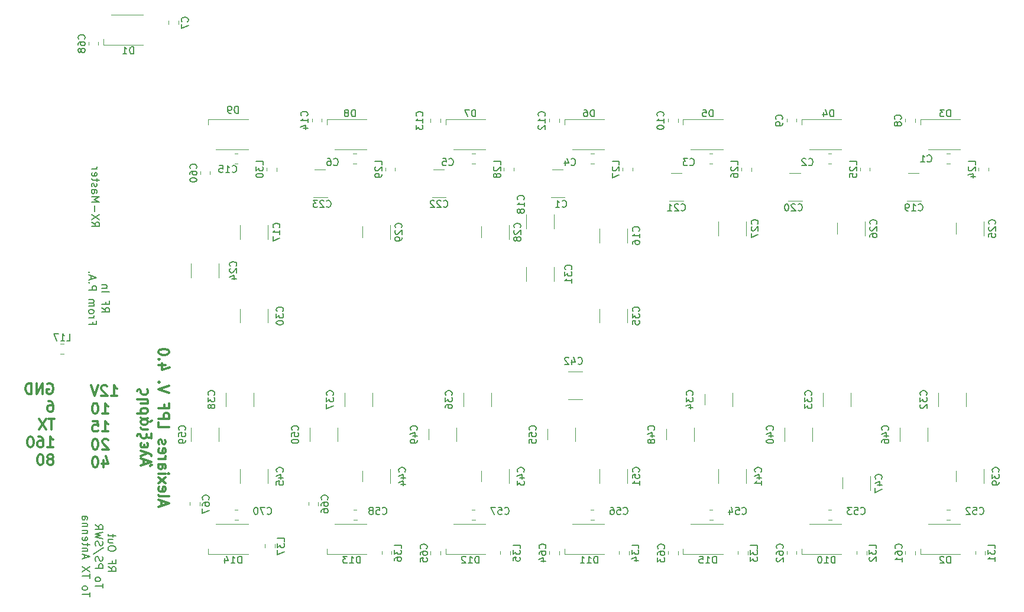
<source format=gbo>
%TF.GenerationSoftware,KiCad,Pcbnew,(5.1.5)-3*%
%TF.CreationDate,2021-12-07T14:42:13+01:00*%
%TF.ProjectId,LPF,4c50462e-6b69-4636-9164-5f7063625858,rev?*%
%TF.SameCoordinates,Original*%
%TF.FileFunction,Legend,Bot*%
%TF.FilePolarity,Positive*%
%FSLAX46Y46*%
G04 Gerber Fmt 4.6, Leading zero omitted, Abs format (unit mm)*
G04 Created by KiCad (PCBNEW (5.1.5)-3) date 2021-12-07 14:42:13*
%MOMM*%
%LPD*%
G04 APERTURE LIST*
%ADD10C,0.200000*%
%ADD11C,0.300000*%
%ADD12C,0.120000*%
%ADD13C,0.150000*%
%ADD14C,0.100000*%
%ADD15R,2.900000X2.700000*%
%ADD16C,2.900000*%
%ADD17R,2.400000X3.900000*%
%ADD18R,3.900000X2.400000*%
%ADD19R,2.100000X2.100000*%
%ADD20O,2.100000X2.100000*%
%ADD21C,4.900000*%
%ADD22C,2.899360*%
%ADD23C,2.398980*%
%ADD24C,7.400000*%
%ADD25C,0.254000*%
G04 APERTURE END LIST*
D10*
X70002380Y-73061904D02*
X70526190Y-73428571D01*
X70002380Y-73690476D02*
X71102380Y-73690476D01*
X71102380Y-73271428D01*
X71050000Y-73166666D01*
X70997619Y-73114285D01*
X70892857Y-73061904D01*
X70735714Y-73061904D01*
X70630952Y-73114285D01*
X70578571Y-73166666D01*
X70526190Y-73271428D01*
X70526190Y-73690476D01*
X71102380Y-72695238D02*
X70002380Y-71961904D01*
X71102380Y-71961904D02*
X70002380Y-72695238D01*
X70421428Y-71542857D02*
X70421428Y-70704761D01*
X70002380Y-70180952D02*
X71102380Y-70180952D01*
X70316666Y-69814285D01*
X71102380Y-69447619D01*
X70002380Y-69447619D01*
X70002380Y-68452380D02*
X70578571Y-68452380D01*
X70683333Y-68504761D01*
X70735714Y-68609523D01*
X70735714Y-68819047D01*
X70683333Y-68923809D01*
X70054761Y-68452380D02*
X70002380Y-68557142D01*
X70002380Y-68819047D01*
X70054761Y-68923809D01*
X70159523Y-68976190D01*
X70264285Y-68976190D01*
X70369047Y-68923809D01*
X70421428Y-68819047D01*
X70421428Y-68557142D01*
X70473809Y-68452380D01*
X70054761Y-67980952D02*
X70002380Y-67876190D01*
X70002380Y-67666666D01*
X70054761Y-67561904D01*
X70159523Y-67509523D01*
X70211904Y-67509523D01*
X70316666Y-67561904D01*
X70369047Y-67666666D01*
X70369047Y-67823809D01*
X70421428Y-67928571D01*
X70526190Y-67980952D01*
X70578571Y-67980952D01*
X70683333Y-67928571D01*
X70735714Y-67823809D01*
X70735714Y-67666666D01*
X70683333Y-67561904D01*
X70735714Y-67195238D02*
X70735714Y-66776190D01*
X71102380Y-67038095D02*
X70159523Y-67038095D01*
X70054761Y-66985714D01*
X70002380Y-66880952D01*
X70002380Y-66776190D01*
X70054761Y-65990476D02*
X70002380Y-66095238D01*
X70002380Y-66304761D01*
X70054761Y-66409523D01*
X70159523Y-66461904D01*
X70578571Y-66461904D01*
X70683333Y-66409523D01*
X70735714Y-66304761D01*
X70735714Y-66095238D01*
X70683333Y-65990476D01*
X70578571Y-65938095D01*
X70473809Y-65938095D01*
X70369047Y-66461904D01*
X70002380Y-65466666D02*
X70735714Y-65466666D01*
X70526190Y-65466666D02*
X70630952Y-65414285D01*
X70683333Y-65361904D01*
X70735714Y-65257142D01*
X70735714Y-65152380D01*
X71427380Y-85309523D02*
X71951190Y-85676190D01*
X71427380Y-85938095D02*
X72527380Y-85938095D01*
X72527380Y-85519047D01*
X72475000Y-85414285D01*
X72422619Y-85361904D01*
X72317857Y-85309523D01*
X72160714Y-85309523D01*
X72055952Y-85361904D01*
X72003571Y-85414285D01*
X71951190Y-85519047D01*
X71951190Y-85938095D01*
X72003571Y-84471428D02*
X72003571Y-84838095D01*
X71427380Y-84838095D02*
X72527380Y-84838095D01*
X72527380Y-84314285D01*
X71427380Y-83057142D02*
X72527380Y-83057142D01*
X72160714Y-82533333D02*
X71427380Y-82533333D01*
X72055952Y-82533333D02*
X72108333Y-82480952D01*
X72160714Y-82376190D01*
X72160714Y-82219047D01*
X72108333Y-82114285D01*
X72003571Y-82061904D01*
X71427380Y-82061904D01*
X70153571Y-87378571D02*
X70153571Y-87745238D01*
X69577380Y-87745238D02*
X70677380Y-87745238D01*
X70677380Y-87221428D01*
X69577380Y-86802380D02*
X70310714Y-86802380D01*
X70101190Y-86802380D02*
X70205952Y-86750000D01*
X70258333Y-86697619D01*
X70310714Y-86592857D01*
X70310714Y-86488095D01*
X69577380Y-85964285D02*
X69629761Y-86069047D01*
X69682142Y-86121428D01*
X69786904Y-86173809D01*
X70101190Y-86173809D01*
X70205952Y-86121428D01*
X70258333Y-86069047D01*
X70310714Y-85964285D01*
X70310714Y-85807142D01*
X70258333Y-85702380D01*
X70205952Y-85650000D01*
X70101190Y-85597619D01*
X69786904Y-85597619D01*
X69682142Y-85650000D01*
X69629761Y-85702380D01*
X69577380Y-85807142D01*
X69577380Y-85964285D01*
X69577380Y-85126190D02*
X70310714Y-85126190D01*
X70205952Y-85126190D02*
X70258333Y-85073809D01*
X70310714Y-84969047D01*
X70310714Y-84811904D01*
X70258333Y-84707142D01*
X70153571Y-84654761D01*
X69577380Y-84654761D01*
X70153571Y-84654761D02*
X70258333Y-84602380D01*
X70310714Y-84497619D01*
X70310714Y-84340476D01*
X70258333Y-84235714D01*
X70153571Y-84183333D01*
X69577380Y-84183333D01*
X69577380Y-82821428D02*
X70677380Y-82821428D01*
X70677380Y-82402380D01*
X70625000Y-82297619D01*
X70572619Y-82245238D01*
X70467857Y-82192857D01*
X70310714Y-82192857D01*
X70205952Y-82245238D01*
X70153571Y-82297619D01*
X70101190Y-82402380D01*
X70101190Y-82821428D01*
X69682142Y-81721428D02*
X69629761Y-81669047D01*
X69577380Y-81721428D01*
X69629761Y-81773809D01*
X69682142Y-81721428D01*
X69577380Y-81721428D01*
X69891666Y-81250000D02*
X69891666Y-80726190D01*
X69577380Y-81354761D02*
X70677380Y-80988095D01*
X69577380Y-80621428D01*
X69682142Y-80254761D02*
X69629761Y-80202380D01*
X69577380Y-80254761D01*
X69629761Y-80307142D01*
X69682142Y-80254761D01*
X69577380Y-80254761D01*
X72352380Y-122438095D02*
X72876190Y-122804761D01*
X72352380Y-123066666D02*
X73452380Y-123066666D01*
X73452380Y-122647619D01*
X73400000Y-122542857D01*
X73347619Y-122490476D01*
X73242857Y-122438095D01*
X73085714Y-122438095D01*
X72980952Y-122490476D01*
X72928571Y-122542857D01*
X72876190Y-122647619D01*
X72876190Y-123066666D01*
X72928571Y-121600000D02*
X72928571Y-121966666D01*
X72352380Y-121966666D02*
X73452380Y-121966666D01*
X73452380Y-121442857D01*
X73452380Y-119976190D02*
X73452380Y-119766666D01*
X73400000Y-119661904D01*
X73295238Y-119557142D01*
X73085714Y-119504761D01*
X72719047Y-119504761D01*
X72509523Y-119557142D01*
X72404761Y-119661904D01*
X72352380Y-119766666D01*
X72352380Y-119976190D01*
X72404761Y-120080952D01*
X72509523Y-120185714D01*
X72719047Y-120238095D01*
X73085714Y-120238095D01*
X73295238Y-120185714D01*
X73400000Y-120080952D01*
X73452380Y-119976190D01*
X73085714Y-118561904D02*
X72352380Y-118561904D01*
X73085714Y-119033333D02*
X72509523Y-119033333D01*
X72404761Y-118980952D01*
X72352380Y-118876190D01*
X72352380Y-118719047D01*
X72404761Y-118614285D01*
X72457142Y-118561904D01*
X73085714Y-118195238D02*
X73085714Y-117776190D01*
X73452380Y-118038095D02*
X72509523Y-118038095D01*
X72404761Y-117985714D01*
X72352380Y-117880952D01*
X72352380Y-117776190D01*
X71602380Y-125502380D02*
X71602380Y-124873809D01*
X70502380Y-125188095D02*
X71602380Y-125188095D01*
X70502380Y-124350000D02*
X70554761Y-124454761D01*
X70607142Y-124507142D01*
X70711904Y-124559523D01*
X71026190Y-124559523D01*
X71130952Y-124507142D01*
X71183333Y-124454761D01*
X71235714Y-124350000D01*
X71235714Y-124192857D01*
X71183333Y-124088095D01*
X71130952Y-124035714D01*
X71026190Y-123983333D01*
X70711904Y-123983333D01*
X70607142Y-124035714D01*
X70554761Y-124088095D01*
X70502380Y-124192857D01*
X70502380Y-124350000D01*
X70502380Y-122673809D02*
X71602380Y-122673809D01*
X71602380Y-122254761D01*
X71550000Y-122150000D01*
X71497619Y-122097619D01*
X71392857Y-122045238D01*
X71235714Y-122045238D01*
X71130952Y-122097619D01*
X71078571Y-122150000D01*
X71026190Y-122254761D01*
X71026190Y-122673809D01*
X70554761Y-121626190D02*
X70502380Y-121469047D01*
X70502380Y-121207142D01*
X70554761Y-121102380D01*
X70607142Y-121050000D01*
X70711904Y-120997619D01*
X70816666Y-120997619D01*
X70921428Y-121050000D01*
X70973809Y-121102380D01*
X71026190Y-121207142D01*
X71078571Y-121416666D01*
X71130952Y-121521428D01*
X71183333Y-121573809D01*
X71288095Y-121626190D01*
X71392857Y-121626190D01*
X71497619Y-121573809D01*
X71550000Y-121521428D01*
X71602380Y-121416666D01*
X71602380Y-121154761D01*
X71550000Y-120997619D01*
X71654761Y-119740476D02*
X70240476Y-120683333D01*
X70554761Y-119426190D02*
X70502380Y-119269047D01*
X70502380Y-119007142D01*
X70554761Y-118902380D01*
X70607142Y-118850000D01*
X70711904Y-118797619D01*
X70816666Y-118797619D01*
X70921428Y-118850000D01*
X70973809Y-118902380D01*
X71026190Y-119007142D01*
X71078571Y-119216666D01*
X71130952Y-119321428D01*
X71183333Y-119373809D01*
X71288095Y-119426190D01*
X71392857Y-119426190D01*
X71497619Y-119373809D01*
X71550000Y-119321428D01*
X71602380Y-119216666D01*
X71602380Y-118954761D01*
X71550000Y-118797619D01*
X71602380Y-118430952D02*
X70502380Y-118169047D01*
X71288095Y-117959523D01*
X70502380Y-117750000D01*
X71602380Y-117488095D01*
X70502380Y-116440476D02*
X71026190Y-116807142D01*
X70502380Y-117069047D02*
X71602380Y-117069047D01*
X71602380Y-116650000D01*
X71550000Y-116545238D01*
X71497619Y-116492857D01*
X71392857Y-116440476D01*
X71235714Y-116440476D01*
X71130952Y-116492857D01*
X71078571Y-116545238D01*
X71026190Y-116650000D01*
X71026190Y-117069047D01*
X69752380Y-126759523D02*
X69752380Y-126130952D01*
X68652380Y-126445238D02*
X69752380Y-126445238D01*
X68652380Y-125607142D02*
X68704761Y-125711904D01*
X68757142Y-125764285D01*
X68861904Y-125816666D01*
X69176190Y-125816666D01*
X69280952Y-125764285D01*
X69333333Y-125711904D01*
X69385714Y-125607142D01*
X69385714Y-125450000D01*
X69333333Y-125345238D01*
X69280952Y-125292857D01*
X69176190Y-125240476D01*
X68861904Y-125240476D01*
X68757142Y-125292857D01*
X68704761Y-125345238D01*
X68652380Y-125450000D01*
X68652380Y-125607142D01*
X69752380Y-124088095D02*
X69752380Y-123459523D01*
X68652380Y-123773809D02*
X69752380Y-123773809D01*
X69752380Y-123197619D02*
X68652380Y-122464285D01*
X69752380Y-122464285D02*
X68652380Y-123197619D01*
X68966666Y-121259523D02*
X68966666Y-120735714D01*
X68652380Y-121364285D02*
X69752380Y-120997619D01*
X68652380Y-120630952D01*
X69385714Y-120264285D02*
X68652380Y-120264285D01*
X69280952Y-120264285D02*
X69333333Y-120211904D01*
X69385714Y-120107142D01*
X69385714Y-119950000D01*
X69333333Y-119845238D01*
X69228571Y-119792857D01*
X68652380Y-119792857D01*
X69385714Y-119426190D02*
X69385714Y-119007142D01*
X69752380Y-119269047D02*
X68809523Y-119269047D01*
X68704761Y-119216666D01*
X68652380Y-119111904D01*
X68652380Y-119007142D01*
X68704761Y-118221428D02*
X68652380Y-118326190D01*
X68652380Y-118535714D01*
X68704761Y-118640476D01*
X68809523Y-118692857D01*
X69228571Y-118692857D01*
X69333333Y-118640476D01*
X69385714Y-118535714D01*
X69385714Y-118326190D01*
X69333333Y-118221428D01*
X69228571Y-118169047D01*
X69123809Y-118169047D01*
X69019047Y-118692857D01*
X69385714Y-117697619D02*
X68652380Y-117697619D01*
X69280952Y-117697619D02*
X69333333Y-117645238D01*
X69385714Y-117540476D01*
X69385714Y-117383333D01*
X69333333Y-117278571D01*
X69228571Y-117226190D01*
X68652380Y-117226190D01*
X69385714Y-116702380D02*
X68652380Y-116702380D01*
X69280952Y-116702380D02*
X69333333Y-116650000D01*
X69385714Y-116545238D01*
X69385714Y-116388095D01*
X69333333Y-116283333D01*
X69228571Y-116230952D01*
X68652380Y-116230952D01*
X68652380Y-115235714D02*
X69228571Y-115235714D01*
X69333333Y-115288095D01*
X69385714Y-115392857D01*
X69385714Y-115602380D01*
X69333333Y-115707142D01*
X68704761Y-115235714D02*
X68652380Y-115340476D01*
X68652380Y-115602380D01*
X68704761Y-115707142D01*
X68809523Y-115759523D01*
X68914285Y-115759523D01*
X69019047Y-115707142D01*
X69071428Y-115602380D01*
X69071428Y-115340476D01*
X69123809Y-115235714D01*
D11*
X80025000Y-113750000D02*
X80025000Y-113035714D01*
X79596428Y-113892857D02*
X81096428Y-113392857D01*
X79596428Y-112892857D01*
X79596428Y-112178571D02*
X79667857Y-112321428D01*
X79810714Y-112392857D01*
X81096428Y-112392857D01*
X79667857Y-111035714D02*
X79596428Y-111178571D01*
X79596428Y-111464285D01*
X79667857Y-111607142D01*
X79810714Y-111678571D01*
X80382142Y-111678571D01*
X80525000Y-111607142D01*
X80596428Y-111464285D01*
X80596428Y-111178571D01*
X80525000Y-111035714D01*
X80382142Y-110964285D01*
X80239285Y-110964285D01*
X80096428Y-111678571D01*
X79596428Y-110464285D02*
X80596428Y-109678571D01*
X80596428Y-110464285D02*
X79596428Y-109678571D01*
X79596428Y-109107142D02*
X80596428Y-109107142D01*
X81096428Y-109107142D02*
X81025000Y-109178571D01*
X80953571Y-109107142D01*
X81025000Y-109035714D01*
X81096428Y-109107142D01*
X80953571Y-109107142D01*
X79596428Y-107750000D02*
X80382142Y-107750000D01*
X80525000Y-107821428D01*
X80596428Y-107964285D01*
X80596428Y-108250000D01*
X80525000Y-108392857D01*
X79667857Y-107750000D02*
X79596428Y-107892857D01*
X79596428Y-108250000D01*
X79667857Y-108392857D01*
X79810714Y-108464285D01*
X79953571Y-108464285D01*
X80096428Y-108392857D01*
X80167857Y-108250000D01*
X80167857Y-107892857D01*
X80239285Y-107750000D01*
X79596428Y-107035714D02*
X80596428Y-107035714D01*
X80310714Y-107035714D02*
X80453571Y-106964285D01*
X80525000Y-106892857D01*
X80596428Y-106750000D01*
X80596428Y-106607142D01*
X79667857Y-105535714D02*
X79596428Y-105678571D01*
X79596428Y-105964285D01*
X79667857Y-106107142D01*
X79810714Y-106178571D01*
X80382142Y-106178571D01*
X80525000Y-106107142D01*
X80596428Y-105964285D01*
X80596428Y-105678571D01*
X80525000Y-105535714D01*
X80382142Y-105464285D01*
X80239285Y-105464285D01*
X80096428Y-106178571D01*
X79667857Y-104892857D02*
X79596428Y-104750000D01*
X79596428Y-104464285D01*
X79667857Y-104321428D01*
X79810714Y-104250000D01*
X79882142Y-104250000D01*
X80025000Y-104321428D01*
X80096428Y-104464285D01*
X80096428Y-104678571D01*
X80167857Y-104821428D01*
X80310714Y-104892857D01*
X80382142Y-104892857D01*
X80525000Y-104821428D01*
X80596428Y-104678571D01*
X80596428Y-104464285D01*
X80525000Y-104321428D01*
X79596428Y-101750000D02*
X79596428Y-102464285D01*
X81096428Y-102464285D01*
X79596428Y-101250000D02*
X81096428Y-101250000D01*
X81096428Y-100678571D01*
X81025000Y-100535714D01*
X80953571Y-100464285D01*
X80810714Y-100392857D01*
X80596428Y-100392857D01*
X80453571Y-100464285D01*
X80382142Y-100535714D01*
X80310714Y-100678571D01*
X80310714Y-101250000D01*
X80382142Y-99250000D02*
X80382142Y-99750000D01*
X79596428Y-99750000D02*
X81096428Y-99750000D01*
X81096428Y-99035714D01*
X81096428Y-97535714D02*
X79596428Y-97035714D01*
X81096428Y-96535714D01*
X79739285Y-96035714D02*
X79667857Y-95964285D01*
X79596428Y-96035714D01*
X79667857Y-96107142D01*
X79739285Y-96035714D01*
X79596428Y-96035714D01*
X80596428Y-93535714D02*
X79596428Y-93535714D01*
X81167857Y-93892857D02*
X80096428Y-94250000D01*
X80096428Y-93321428D01*
X79739285Y-92750000D02*
X79667857Y-92678571D01*
X79596428Y-92750000D01*
X79667857Y-92821428D01*
X79739285Y-92750000D01*
X79596428Y-92750000D01*
X81096428Y-91750000D02*
X81096428Y-91607142D01*
X81025000Y-91464285D01*
X80953571Y-91392857D01*
X80810714Y-91321428D01*
X80525000Y-91250000D01*
X80167857Y-91250000D01*
X79882142Y-91321428D01*
X79739285Y-91392857D01*
X79667857Y-91464285D01*
X79596428Y-91607142D01*
X79596428Y-91750000D01*
X79667857Y-91892857D01*
X79739285Y-91964285D01*
X79882142Y-92035714D01*
X80167857Y-92107142D01*
X80525000Y-92107142D01*
X80810714Y-92035714D01*
X80953571Y-91964285D01*
X81025000Y-91892857D01*
X81096428Y-91750000D01*
X77475000Y-107785714D02*
X77475000Y-107071428D01*
X77046428Y-107928571D02*
X78546428Y-107428571D01*
X77046428Y-106928571D01*
X78403571Y-108000000D02*
X78403571Y-107928571D01*
X78475000Y-107857142D01*
X78617857Y-107857142D01*
X78046428Y-106214285D02*
X77046428Y-106571428D01*
X78546428Y-106571428D02*
X78546428Y-106428571D01*
X78475000Y-106357142D01*
X78046428Y-106214285D01*
X77046428Y-105857142D01*
X77546428Y-105142857D02*
X77475000Y-105285714D01*
X77332142Y-105357142D01*
X77260714Y-105357142D01*
X77117857Y-105285714D01*
X77046428Y-105142857D01*
X77046428Y-104857142D01*
X77117857Y-104714285D01*
X77546428Y-105000000D02*
X77546428Y-105142857D01*
X77617857Y-105285714D01*
X77760714Y-105357142D01*
X77832142Y-105357142D01*
X77975000Y-105285714D01*
X78046428Y-105142857D01*
X78046428Y-104857142D01*
X77975000Y-104714285D01*
X78546428Y-104071428D02*
X78546428Y-103357142D01*
X78546428Y-103785714D02*
X78475000Y-103928571D01*
X78332142Y-104000000D01*
X78117857Y-104000000D01*
X77975000Y-103928571D01*
X77903571Y-103785714D01*
X77903571Y-103500000D01*
X77903571Y-103785714D02*
X77832142Y-103928571D01*
X77760714Y-104000000D01*
X77617857Y-104071428D01*
X77332142Y-104071428D01*
X77189285Y-104000000D01*
X77117857Y-103928571D01*
X77046428Y-103785714D01*
X77046428Y-103642857D01*
X76975000Y-103500000D01*
X76832142Y-103428571D01*
X76760714Y-103428571D01*
X76617857Y-103500000D01*
X76546428Y-103642857D01*
X76546428Y-103714285D01*
X78046428Y-102785714D02*
X77260714Y-102785714D01*
X77117857Y-102714285D01*
X77046428Y-102571428D01*
X78046428Y-101142857D02*
X77332142Y-101357142D01*
X77189285Y-101428571D01*
X77117857Y-101500000D01*
X77046428Y-101642857D01*
X77046428Y-101785714D01*
X77117857Y-101928571D01*
X77189285Y-102000000D01*
X77403571Y-102071428D01*
X77689285Y-102071428D01*
X77903571Y-102000000D01*
X77975000Y-101928571D01*
X78046428Y-101785714D01*
X78046428Y-101642857D01*
X77975000Y-101500000D01*
X77903571Y-101428571D01*
X77760714Y-101357142D01*
X77260714Y-101285714D01*
X77117857Y-101214285D01*
X77046428Y-101071428D01*
X78617857Y-101500000D02*
X78403571Y-101714285D01*
X76546428Y-100500000D02*
X77760714Y-100500000D01*
X77903571Y-100428571D01*
X77975000Y-100357142D01*
X78046428Y-100214285D01*
X78046428Y-100000000D01*
X77975000Y-99857142D01*
X77903571Y-99785714D01*
X77760714Y-99714285D01*
X77332142Y-99714285D01*
X77189285Y-99785714D01*
X77117857Y-99857142D01*
X77046428Y-100000000D01*
X77046428Y-100214285D01*
X77117857Y-100357142D01*
X77260714Y-100500000D01*
X78046428Y-99071428D02*
X77046428Y-99071428D01*
X77903571Y-99071428D02*
X77975000Y-99000000D01*
X78046428Y-98857142D01*
X78046428Y-98642857D01*
X77975000Y-98500000D01*
X77832142Y-98428571D01*
X76546428Y-98428571D01*
X77975000Y-97071428D02*
X78046428Y-97214285D01*
X78046428Y-97500000D01*
X77975000Y-97642857D01*
X77903571Y-97714285D01*
X77760714Y-97785714D01*
X77332142Y-97785714D01*
X77189285Y-97714285D01*
X77117857Y-97642857D01*
X77046428Y-97500000D01*
X77046428Y-97285714D01*
X76975000Y-97142857D01*
X76832142Y-97071428D01*
X76760714Y-97071428D01*
X76617857Y-97142857D01*
X76546428Y-97285714D01*
X72795000Y-97978571D02*
X73652142Y-97978571D01*
X73223571Y-97978571D02*
X73223571Y-96478571D01*
X73366428Y-96692857D01*
X73509285Y-96835714D01*
X73652142Y-96907142D01*
X72223571Y-96621428D02*
X72152142Y-96550000D01*
X72009285Y-96478571D01*
X71652142Y-96478571D01*
X71509285Y-96550000D01*
X71437857Y-96621428D01*
X71366428Y-96764285D01*
X71366428Y-96907142D01*
X71437857Y-97121428D01*
X72295000Y-97978571D01*
X71366428Y-97978571D01*
X70937857Y-96478571D02*
X70437857Y-97978571D01*
X69937857Y-96478571D01*
X71509285Y-100528571D02*
X72366428Y-100528571D01*
X71937857Y-100528571D02*
X71937857Y-99028571D01*
X72080714Y-99242857D01*
X72223571Y-99385714D01*
X72366428Y-99457142D01*
X70580714Y-99028571D02*
X70437857Y-99028571D01*
X70295000Y-99100000D01*
X70223571Y-99171428D01*
X70152142Y-99314285D01*
X70080714Y-99600000D01*
X70080714Y-99957142D01*
X70152142Y-100242857D01*
X70223571Y-100385714D01*
X70295000Y-100457142D01*
X70437857Y-100528571D01*
X70580714Y-100528571D01*
X70723571Y-100457142D01*
X70795000Y-100385714D01*
X70866428Y-100242857D01*
X70937857Y-99957142D01*
X70937857Y-99600000D01*
X70866428Y-99314285D01*
X70795000Y-99171428D01*
X70723571Y-99100000D01*
X70580714Y-99028571D01*
X71509285Y-103078571D02*
X72366428Y-103078571D01*
X71937857Y-103078571D02*
X71937857Y-101578571D01*
X72080714Y-101792857D01*
X72223571Y-101935714D01*
X72366428Y-102007142D01*
X70152142Y-101578571D02*
X70866428Y-101578571D01*
X70937857Y-102292857D01*
X70866428Y-102221428D01*
X70723571Y-102150000D01*
X70366428Y-102150000D01*
X70223571Y-102221428D01*
X70152142Y-102292857D01*
X70080714Y-102435714D01*
X70080714Y-102792857D01*
X70152142Y-102935714D01*
X70223571Y-103007142D01*
X70366428Y-103078571D01*
X70723571Y-103078571D01*
X70866428Y-103007142D01*
X70937857Y-102935714D01*
X72366428Y-104271428D02*
X72295000Y-104200000D01*
X72152142Y-104128571D01*
X71795000Y-104128571D01*
X71652142Y-104200000D01*
X71580714Y-104271428D01*
X71509285Y-104414285D01*
X71509285Y-104557142D01*
X71580714Y-104771428D01*
X72437857Y-105628571D01*
X71509285Y-105628571D01*
X70580714Y-104128571D02*
X70437857Y-104128571D01*
X70295000Y-104200000D01*
X70223571Y-104271428D01*
X70152142Y-104414285D01*
X70080714Y-104700000D01*
X70080714Y-105057142D01*
X70152142Y-105342857D01*
X70223571Y-105485714D01*
X70295000Y-105557142D01*
X70437857Y-105628571D01*
X70580714Y-105628571D01*
X70723571Y-105557142D01*
X70795000Y-105485714D01*
X70866428Y-105342857D01*
X70937857Y-105057142D01*
X70937857Y-104700000D01*
X70866428Y-104414285D01*
X70795000Y-104271428D01*
X70723571Y-104200000D01*
X70580714Y-104128571D01*
X71652142Y-107178571D02*
X71652142Y-108178571D01*
X72009285Y-106607142D02*
X72366428Y-107678571D01*
X71437857Y-107678571D01*
X70580714Y-106678571D02*
X70437857Y-106678571D01*
X70295000Y-106750000D01*
X70223571Y-106821428D01*
X70152142Y-106964285D01*
X70080714Y-107250000D01*
X70080714Y-107607142D01*
X70152142Y-107892857D01*
X70223571Y-108035714D01*
X70295000Y-108107142D01*
X70437857Y-108178571D01*
X70580714Y-108178571D01*
X70723571Y-108107142D01*
X70795000Y-108035714D01*
X70866428Y-107892857D01*
X70937857Y-107607142D01*
X70937857Y-107250000D01*
X70866428Y-106964285D01*
X70795000Y-106821428D01*
X70723571Y-106750000D01*
X70580714Y-106678571D01*
X63662142Y-96250000D02*
X63805000Y-96178571D01*
X64019285Y-96178571D01*
X64233571Y-96250000D01*
X64376428Y-96392857D01*
X64447857Y-96535714D01*
X64519285Y-96821428D01*
X64519285Y-97035714D01*
X64447857Y-97321428D01*
X64376428Y-97464285D01*
X64233571Y-97607142D01*
X64019285Y-97678571D01*
X63876428Y-97678571D01*
X63662142Y-97607142D01*
X63590714Y-97535714D01*
X63590714Y-97035714D01*
X63876428Y-97035714D01*
X62947857Y-97678571D02*
X62947857Y-96178571D01*
X62090714Y-97678571D01*
X62090714Y-96178571D01*
X61376428Y-97678571D02*
X61376428Y-96178571D01*
X61019285Y-96178571D01*
X60805000Y-96250000D01*
X60662142Y-96392857D01*
X60590714Y-96535714D01*
X60519285Y-96821428D01*
X60519285Y-97035714D01*
X60590714Y-97321428D01*
X60662142Y-97464285D01*
X60805000Y-97607142D01*
X61019285Y-97678571D01*
X61376428Y-97678571D01*
X63805000Y-98728571D02*
X64090714Y-98728571D01*
X64233571Y-98800000D01*
X64305000Y-98871428D01*
X64447857Y-99085714D01*
X64519285Y-99371428D01*
X64519285Y-99942857D01*
X64447857Y-100085714D01*
X64376428Y-100157142D01*
X64233571Y-100228571D01*
X63947857Y-100228571D01*
X63805000Y-100157142D01*
X63733571Y-100085714D01*
X63662142Y-99942857D01*
X63662142Y-99585714D01*
X63733571Y-99442857D01*
X63805000Y-99371428D01*
X63947857Y-99300000D01*
X64233571Y-99300000D01*
X64376428Y-99371428D01*
X64447857Y-99442857D01*
X64519285Y-99585714D01*
X64662142Y-101278571D02*
X63805000Y-101278571D01*
X64233571Y-102778571D02*
X64233571Y-101278571D01*
X63447857Y-101278571D02*
X62447857Y-102778571D01*
X62447857Y-101278571D02*
X63447857Y-102778571D01*
X63662142Y-105328571D02*
X64519285Y-105328571D01*
X64090714Y-105328571D02*
X64090714Y-103828571D01*
X64233571Y-104042857D01*
X64376428Y-104185714D01*
X64519285Y-104257142D01*
X62376428Y-103828571D02*
X62662142Y-103828571D01*
X62805000Y-103900000D01*
X62876428Y-103971428D01*
X63019285Y-104185714D01*
X63090714Y-104471428D01*
X63090714Y-105042857D01*
X63019285Y-105185714D01*
X62947857Y-105257142D01*
X62805000Y-105328571D01*
X62519285Y-105328571D01*
X62376428Y-105257142D01*
X62305000Y-105185714D01*
X62233571Y-105042857D01*
X62233571Y-104685714D01*
X62305000Y-104542857D01*
X62376428Y-104471428D01*
X62519285Y-104400000D01*
X62805000Y-104400000D01*
X62947857Y-104471428D01*
X63019285Y-104542857D01*
X63090714Y-104685714D01*
X61305000Y-103828571D02*
X61162142Y-103828571D01*
X61019285Y-103900000D01*
X60947857Y-103971428D01*
X60876428Y-104114285D01*
X60805000Y-104400000D01*
X60805000Y-104757142D01*
X60876428Y-105042857D01*
X60947857Y-105185714D01*
X61019285Y-105257142D01*
X61162142Y-105328571D01*
X61305000Y-105328571D01*
X61447857Y-105257142D01*
X61519285Y-105185714D01*
X61590714Y-105042857D01*
X61662142Y-104757142D01*
X61662142Y-104400000D01*
X61590714Y-104114285D01*
X61519285Y-103971428D01*
X61447857Y-103900000D01*
X61305000Y-103828571D01*
X64233571Y-107021428D02*
X64376428Y-106950000D01*
X64447857Y-106878571D01*
X64519285Y-106735714D01*
X64519285Y-106664285D01*
X64447857Y-106521428D01*
X64376428Y-106450000D01*
X64233571Y-106378571D01*
X63947857Y-106378571D01*
X63805000Y-106450000D01*
X63733571Y-106521428D01*
X63662142Y-106664285D01*
X63662142Y-106735714D01*
X63733571Y-106878571D01*
X63805000Y-106950000D01*
X63947857Y-107021428D01*
X64233571Y-107021428D01*
X64376428Y-107092857D01*
X64447857Y-107164285D01*
X64519285Y-107307142D01*
X64519285Y-107592857D01*
X64447857Y-107735714D01*
X64376428Y-107807142D01*
X64233571Y-107878571D01*
X63947857Y-107878571D01*
X63805000Y-107807142D01*
X63733571Y-107735714D01*
X63662142Y-107592857D01*
X63662142Y-107307142D01*
X63733571Y-107164285D01*
X63805000Y-107092857D01*
X63947857Y-107021428D01*
X62733571Y-106378571D02*
X62590714Y-106378571D01*
X62447857Y-106450000D01*
X62376428Y-106521428D01*
X62305000Y-106664285D01*
X62233571Y-106950000D01*
X62233571Y-107307142D01*
X62305000Y-107592857D01*
X62376428Y-107735714D01*
X62447857Y-107807142D01*
X62590714Y-107878571D01*
X62733571Y-107878571D01*
X62876428Y-107807142D01*
X62947857Y-107735714D01*
X63019285Y-107592857D01*
X63090714Y-107307142D01*
X63090714Y-106950000D01*
X63019285Y-106664285D01*
X62947857Y-106521428D01*
X62876428Y-106450000D01*
X62733571Y-106378571D01*
D12*
X96460000Y-65238748D02*
X96460000Y-65761252D01*
X95040000Y-65238748D02*
X95040000Y-65761252D01*
X171700000Y-62650000D02*
X171700000Y-58350000D01*
X171700000Y-58350000D02*
X177400000Y-58350000D01*
X171700000Y-62650000D02*
X177400000Y-62650000D01*
X192986252Y-64710000D02*
X192463748Y-64710000D01*
X192986252Y-63290000D02*
X192463748Y-63290000D01*
X176011252Y-64710000D02*
X175488748Y-64710000D01*
X176011252Y-63290000D02*
X175488748Y-63290000D01*
X158986252Y-63290000D02*
X158463748Y-63290000D01*
X158986252Y-64710000D02*
X158463748Y-64710000D01*
X141986252Y-64710000D02*
X141463748Y-64710000D01*
X141986252Y-63290000D02*
X141463748Y-63290000D01*
X124986252Y-64710000D02*
X124463748Y-64710000D01*
X124986252Y-63290000D02*
X124463748Y-63290000D01*
X107986252Y-63290000D02*
X107463748Y-63290000D01*
X107986252Y-64710000D02*
X107463748Y-64710000D01*
X81040000Y-44761252D02*
X81040000Y-44238748D01*
X82460000Y-44761252D02*
X82460000Y-44238748D01*
X187960000Y-58761252D02*
X187960000Y-58238748D01*
X186540000Y-58761252D02*
X186540000Y-58238748D01*
X170960000Y-58761252D02*
X170960000Y-58238748D01*
X169540000Y-58761252D02*
X169540000Y-58238748D01*
X153960000Y-58761252D02*
X153960000Y-58238748D01*
X152540000Y-58761252D02*
X152540000Y-58238748D01*
X137750000Y-69488000D02*
X135750000Y-69488000D01*
X135750000Y-65512000D02*
X137750000Y-65512000D01*
X135540000Y-58786252D02*
X135540000Y-58263748D01*
X136960000Y-58786252D02*
X136960000Y-58263748D01*
X119960000Y-58786252D02*
X119960000Y-58263748D01*
X118540000Y-58786252D02*
X118540000Y-58263748D01*
X101540000Y-58736252D02*
X101540000Y-58213748D01*
X102960000Y-58736252D02*
X102960000Y-58213748D01*
X90986252Y-63290000D02*
X90463748Y-63290000D01*
X90986252Y-64710000D02*
X90463748Y-64710000D01*
X146738000Y-74000000D02*
X146738000Y-76000000D01*
X142762000Y-76000000D02*
X142762000Y-74000000D01*
X95238000Y-73500000D02*
X95238000Y-75500000D01*
X91262000Y-75500000D02*
X91262000Y-73500000D01*
X136238000Y-72000000D02*
X136238000Y-74000000D01*
X132262000Y-74000000D02*
X132262000Y-72000000D01*
X188750000Y-69988000D02*
X186750000Y-69988000D01*
X186750000Y-66012000D02*
X188750000Y-66012000D01*
X171750000Y-69988000D02*
X169750000Y-69988000D01*
X169750000Y-66012000D02*
X171750000Y-66012000D01*
X154750000Y-69988000D02*
X152750000Y-69988000D01*
X152750000Y-66012000D02*
X154750000Y-66012000D01*
X118750000Y-65512000D02*
X120750000Y-65512000D01*
X120750000Y-69488000D02*
X118750000Y-69488000D01*
X101750000Y-65512000D02*
X103750000Y-65512000D01*
X103750000Y-69488000D02*
X101750000Y-69488000D01*
X88238000Y-79000000D02*
X88238000Y-81000000D01*
X84262000Y-81000000D02*
X84262000Y-79000000D01*
X197738000Y-73000000D02*
X197738000Y-75000000D01*
X193762000Y-75000000D02*
X193762000Y-73000000D01*
X176762000Y-75000000D02*
X176762000Y-73000000D01*
X180738000Y-73000000D02*
X180738000Y-75000000D01*
X163738000Y-73000000D02*
X163738000Y-75000000D01*
X159762000Y-75000000D02*
X159762000Y-73000000D01*
X125762000Y-75500000D02*
X125762000Y-73500000D01*
X129738000Y-73500000D02*
X129738000Y-75500000D01*
X108762000Y-75500000D02*
X108762000Y-73500000D01*
X112738000Y-73500000D02*
X112738000Y-75500000D01*
X91262000Y-87500000D02*
X91262000Y-85500000D01*
X95238000Y-85500000D02*
X95238000Y-87500000D01*
X136238000Y-79500000D02*
X136238000Y-81500000D01*
X132262000Y-81500000D02*
X132262000Y-79500000D01*
X191262000Y-99500000D02*
X191262000Y-97500000D01*
X195238000Y-97500000D02*
X195238000Y-99500000D01*
X178738000Y-97500000D02*
X178738000Y-99500000D01*
X174762000Y-99500000D02*
X174762000Y-97500000D01*
X157762000Y-99500000D02*
X157762000Y-97500000D01*
X161738000Y-97500000D02*
X161738000Y-99500000D01*
X146738000Y-85500000D02*
X146738000Y-87500000D01*
X142762000Y-87500000D02*
X142762000Y-85500000D01*
X127238000Y-97500000D02*
X127238000Y-99500000D01*
X123262000Y-99500000D02*
X123262000Y-97500000D01*
X110238000Y-97500000D02*
X110238000Y-99500000D01*
X106262000Y-99500000D02*
X106262000Y-97500000D01*
X93238000Y-97500000D02*
X93238000Y-99500000D01*
X89262000Y-99500000D02*
X89262000Y-97500000D01*
X193762000Y-110500000D02*
X193762000Y-108500000D01*
X197738000Y-108500000D02*
X197738000Y-110500000D01*
X173238000Y-102500000D02*
X173238000Y-104500000D01*
X169262000Y-104500000D02*
X169262000Y-102500000D01*
X159762000Y-110500000D02*
X159762000Y-108500000D01*
X163738000Y-108500000D02*
X163738000Y-110500000D01*
X138250000Y-94512000D02*
X140250000Y-94512000D01*
X140250000Y-98488000D02*
X138250000Y-98488000D01*
X129738000Y-108500000D02*
X129738000Y-110500000D01*
X125762000Y-110500000D02*
X125762000Y-108500000D01*
X112738000Y-108500000D02*
X112738000Y-110500000D01*
X108762000Y-110500000D02*
X108762000Y-108500000D01*
X91262000Y-110500000D02*
X91262000Y-108500000D01*
X95238000Y-108500000D02*
X95238000Y-110500000D01*
X189738000Y-102500000D02*
X189738000Y-104500000D01*
X185762000Y-104500000D02*
X185762000Y-102500000D01*
X177512000Y-111500000D02*
X177512000Y-109500000D01*
X181488000Y-109500000D02*
X181488000Y-111500000D01*
X156238000Y-102500000D02*
X156238000Y-104500000D01*
X152262000Y-104500000D02*
X152262000Y-102500000D01*
X118262000Y-104500000D02*
X118262000Y-102500000D01*
X122238000Y-102500000D02*
X122238000Y-104500000D01*
X101262000Y-104500000D02*
X101262000Y-102500000D01*
X105238000Y-102500000D02*
X105238000Y-104500000D01*
X146738000Y-108500000D02*
X146738000Y-110500000D01*
X142762000Y-110500000D02*
X142762000Y-108500000D01*
X192463748Y-115710000D02*
X192986252Y-115710000D01*
X192463748Y-114290000D02*
X192986252Y-114290000D01*
X175463748Y-115710000D02*
X175986252Y-115710000D01*
X175463748Y-114290000D02*
X175986252Y-114290000D01*
X158463748Y-115710000D02*
X158986252Y-115710000D01*
X158463748Y-114290000D02*
X158986252Y-114290000D01*
X135262000Y-104500000D02*
X135262000Y-102500000D01*
X139238000Y-102500000D02*
X139238000Y-104500000D01*
X141463748Y-115710000D02*
X141986252Y-115710000D01*
X141463748Y-114290000D02*
X141986252Y-114290000D01*
X124463748Y-115710000D02*
X124986252Y-115710000D01*
X124463748Y-114290000D02*
X124986252Y-114290000D01*
X107513748Y-114290000D02*
X108036252Y-114290000D01*
X107513748Y-115710000D02*
X108036252Y-115710000D01*
X88238000Y-102500000D02*
X88238000Y-104500000D01*
X84262000Y-104500000D02*
X84262000Y-102500000D01*
X86960000Y-65763748D02*
X86960000Y-66286252D01*
X85540000Y-65763748D02*
X85540000Y-66286252D01*
X187960000Y-120213748D02*
X187960000Y-120736252D01*
X186540000Y-120213748D02*
X186540000Y-120736252D01*
X170960000Y-120213748D02*
X170960000Y-120736252D01*
X169540000Y-120213748D02*
X169540000Y-120736252D01*
X153960000Y-120238748D02*
X153960000Y-120761252D01*
X152540000Y-120238748D02*
X152540000Y-120761252D01*
X136960000Y-120213748D02*
X136960000Y-120736252D01*
X135540000Y-120213748D02*
X135540000Y-120736252D01*
X118540000Y-120238748D02*
X118540000Y-120761252D01*
X119960000Y-120238748D02*
X119960000Y-120761252D01*
X101040000Y-113736252D02*
X101040000Y-113213748D01*
X102460000Y-113736252D02*
X102460000Y-113213748D01*
X85460000Y-113736252D02*
X85460000Y-113213748D01*
X84040000Y-113736252D02*
X84040000Y-113213748D01*
X70960000Y-47213748D02*
X70960000Y-47736252D01*
X69540000Y-47213748D02*
X69540000Y-47736252D01*
X90513748Y-115710000D02*
X91036252Y-115710000D01*
X90513748Y-114290000D02*
X91036252Y-114290000D01*
X71700000Y-47650000D02*
X77400000Y-47650000D01*
X71700000Y-43350000D02*
X77400000Y-43350000D01*
X71700000Y-47650000D02*
X71700000Y-43350000D01*
X188700000Y-120650000D02*
X188700000Y-116350000D01*
X188700000Y-116350000D02*
X194400000Y-116350000D01*
X188700000Y-120650000D02*
X194400000Y-120650000D01*
X188700000Y-62650000D02*
X188700000Y-58350000D01*
X188700000Y-58350000D02*
X194400000Y-58350000D01*
X188700000Y-62650000D02*
X194400000Y-62650000D01*
X154700000Y-62650000D02*
X160400000Y-62650000D01*
X154700000Y-58350000D02*
X160400000Y-58350000D01*
X154700000Y-62650000D02*
X154700000Y-58350000D01*
X137700000Y-62650000D02*
X143400000Y-62650000D01*
X137700000Y-58350000D02*
X143400000Y-58350000D01*
X137700000Y-62650000D02*
X137700000Y-58350000D01*
X120700000Y-62650000D02*
X120700000Y-58350000D01*
X120700000Y-58350000D02*
X126400000Y-58350000D01*
X120700000Y-62650000D02*
X126400000Y-62650000D01*
X103700000Y-62650000D02*
X109400000Y-62650000D01*
X103700000Y-58350000D02*
X109400000Y-58350000D01*
X103700000Y-62650000D02*
X103700000Y-58350000D01*
X86700000Y-62650000D02*
X86700000Y-58350000D01*
X86700000Y-58350000D02*
X92400000Y-58350000D01*
X86700000Y-62650000D02*
X92400000Y-62650000D01*
X171700000Y-120650000D02*
X177400000Y-120650000D01*
X171700000Y-116350000D02*
X177400000Y-116350000D01*
X171700000Y-120650000D02*
X171700000Y-116350000D01*
X137700000Y-120650000D02*
X137700000Y-116350000D01*
X137700000Y-116350000D02*
X143400000Y-116350000D01*
X137700000Y-120650000D02*
X143400000Y-120650000D01*
X120700000Y-120650000D02*
X120700000Y-116350000D01*
X120700000Y-116350000D02*
X126400000Y-116350000D01*
X120700000Y-120650000D02*
X126400000Y-120650000D01*
X103700000Y-120650000D02*
X103700000Y-116350000D01*
X103700000Y-116350000D02*
X109400000Y-116350000D01*
X103700000Y-120650000D02*
X109400000Y-120650000D01*
X86700000Y-120650000D02*
X92400000Y-120650000D01*
X86700000Y-116350000D02*
X92400000Y-116350000D01*
X86700000Y-120650000D02*
X86700000Y-116350000D01*
X154700000Y-120650000D02*
X160400000Y-120650000D01*
X154700000Y-116350000D02*
X160400000Y-116350000D01*
X154700000Y-120650000D02*
X154700000Y-116350000D01*
X66036252Y-90540000D02*
X65513748Y-90540000D01*
X66036252Y-91960000D02*
X65513748Y-91960000D01*
X197040000Y-65238748D02*
X197040000Y-65761252D01*
X198460000Y-65238748D02*
X198460000Y-65761252D01*
X180040000Y-65238748D02*
X180040000Y-65761252D01*
X181460000Y-65238748D02*
X181460000Y-65761252D01*
X163040000Y-65238748D02*
X163040000Y-65761252D01*
X164460000Y-65238748D02*
X164460000Y-65761252D01*
X147460000Y-65238748D02*
X147460000Y-65761252D01*
X146040000Y-65238748D02*
X146040000Y-65761252D01*
X129040000Y-65238748D02*
X129040000Y-65761252D01*
X130460000Y-65238748D02*
X130460000Y-65761252D01*
X113460000Y-65238748D02*
X113460000Y-65761252D01*
X112040000Y-65238748D02*
X112040000Y-65761252D01*
X197960000Y-120736252D02*
X197960000Y-120213748D01*
X196540000Y-120736252D02*
X196540000Y-120213748D01*
X179540000Y-120736252D02*
X179540000Y-120213748D01*
X180960000Y-120736252D02*
X180960000Y-120213748D01*
X162540000Y-120761252D02*
X162540000Y-120238748D01*
X163960000Y-120761252D02*
X163960000Y-120238748D01*
X145540000Y-120736252D02*
X145540000Y-120213748D01*
X146960000Y-120736252D02*
X146960000Y-120213748D01*
X129960000Y-120736252D02*
X129960000Y-120213748D01*
X128540000Y-120736252D02*
X128540000Y-120213748D01*
X112960000Y-120736252D02*
X112960000Y-120213748D01*
X111540000Y-120736252D02*
X111540000Y-120213748D01*
X94790000Y-119761252D02*
X94790000Y-119238748D01*
X96210000Y-119761252D02*
X96210000Y-119238748D01*
D13*
X94552380Y-64857142D02*
X94552380Y-64380952D01*
X93552380Y-64380952D01*
X93552380Y-65095238D02*
X93552380Y-65714285D01*
X93933333Y-65380952D01*
X93933333Y-65523809D01*
X93980952Y-65619047D01*
X94028571Y-65666666D01*
X94123809Y-65714285D01*
X94361904Y-65714285D01*
X94457142Y-65666666D01*
X94504761Y-65619047D01*
X94552380Y-65523809D01*
X94552380Y-65238095D01*
X94504761Y-65142857D01*
X94457142Y-65095238D01*
X93552380Y-66333333D02*
X93552380Y-66428571D01*
X93600000Y-66523809D01*
X93647619Y-66571428D01*
X93742857Y-66619047D01*
X93933333Y-66666666D01*
X94171428Y-66666666D01*
X94361904Y-66619047D01*
X94457142Y-66571428D01*
X94504761Y-66523809D01*
X94552380Y-66428571D01*
X94552380Y-66333333D01*
X94504761Y-66238095D01*
X94457142Y-66190476D01*
X94361904Y-66142857D01*
X94171428Y-66095238D01*
X93933333Y-66095238D01*
X93742857Y-66142857D01*
X93647619Y-66190476D01*
X93600000Y-66238095D01*
X93552380Y-66333333D01*
X176238095Y-57952380D02*
X176238095Y-56952380D01*
X176000000Y-56952380D01*
X175857142Y-57000000D01*
X175761904Y-57095238D01*
X175714285Y-57190476D01*
X175666666Y-57380952D01*
X175666666Y-57523809D01*
X175714285Y-57714285D01*
X175761904Y-57809523D01*
X175857142Y-57904761D01*
X176000000Y-57952380D01*
X176238095Y-57952380D01*
X174809523Y-57285714D02*
X174809523Y-57952380D01*
X175047619Y-56904761D02*
X175285714Y-57619047D01*
X174666666Y-57619047D01*
X189666666Y-64357142D02*
X189714285Y-64404761D01*
X189857142Y-64452380D01*
X189952380Y-64452380D01*
X190095238Y-64404761D01*
X190190476Y-64309523D01*
X190238095Y-64214285D01*
X190285714Y-64023809D01*
X190285714Y-63880952D01*
X190238095Y-63690476D01*
X190190476Y-63595238D01*
X190095238Y-63500000D01*
X189952380Y-63452380D01*
X189857142Y-63452380D01*
X189714285Y-63500000D01*
X189666666Y-63547619D01*
X188714285Y-64452380D02*
X189285714Y-64452380D01*
X189000000Y-64452380D02*
X189000000Y-63452380D01*
X189095238Y-63595238D01*
X189190476Y-63690476D01*
X189285714Y-63738095D01*
X172666666Y-64857142D02*
X172714285Y-64904761D01*
X172857142Y-64952380D01*
X172952380Y-64952380D01*
X173095238Y-64904761D01*
X173190476Y-64809523D01*
X173238095Y-64714285D01*
X173285714Y-64523809D01*
X173285714Y-64380952D01*
X173238095Y-64190476D01*
X173190476Y-64095238D01*
X173095238Y-64000000D01*
X172952380Y-63952380D01*
X172857142Y-63952380D01*
X172714285Y-64000000D01*
X172666666Y-64047619D01*
X172285714Y-64047619D02*
X172238095Y-64000000D01*
X172142857Y-63952380D01*
X171904761Y-63952380D01*
X171809523Y-64000000D01*
X171761904Y-64047619D01*
X171714285Y-64142857D01*
X171714285Y-64238095D01*
X171761904Y-64380952D01*
X172333333Y-64952380D01*
X171714285Y-64952380D01*
X155666666Y-64857142D02*
X155714285Y-64904761D01*
X155857142Y-64952380D01*
X155952380Y-64952380D01*
X156095238Y-64904761D01*
X156190476Y-64809523D01*
X156238095Y-64714285D01*
X156285714Y-64523809D01*
X156285714Y-64380952D01*
X156238095Y-64190476D01*
X156190476Y-64095238D01*
X156095238Y-64000000D01*
X155952380Y-63952380D01*
X155857142Y-63952380D01*
X155714285Y-64000000D01*
X155666666Y-64047619D01*
X155333333Y-63952380D02*
X154714285Y-63952380D01*
X155047619Y-64333333D01*
X154904761Y-64333333D01*
X154809523Y-64380952D01*
X154761904Y-64428571D01*
X154714285Y-64523809D01*
X154714285Y-64761904D01*
X154761904Y-64857142D01*
X154809523Y-64904761D01*
X154904761Y-64952380D01*
X155190476Y-64952380D01*
X155285714Y-64904761D01*
X155333333Y-64857142D01*
X138666666Y-64857142D02*
X138714285Y-64904761D01*
X138857142Y-64952380D01*
X138952380Y-64952380D01*
X139095238Y-64904761D01*
X139190476Y-64809523D01*
X139238095Y-64714285D01*
X139285714Y-64523809D01*
X139285714Y-64380952D01*
X139238095Y-64190476D01*
X139190476Y-64095238D01*
X139095238Y-64000000D01*
X138952380Y-63952380D01*
X138857142Y-63952380D01*
X138714285Y-64000000D01*
X138666666Y-64047619D01*
X137809523Y-64285714D02*
X137809523Y-64952380D01*
X138047619Y-63904761D02*
X138285714Y-64619047D01*
X137666666Y-64619047D01*
X121166666Y-64857142D02*
X121214285Y-64904761D01*
X121357142Y-64952380D01*
X121452380Y-64952380D01*
X121595238Y-64904761D01*
X121690476Y-64809523D01*
X121738095Y-64714285D01*
X121785714Y-64523809D01*
X121785714Y-64380952D01*
X121738095Y-64190476D01*
X121690476Y-64095238D01*
X121595238Y-64000000D01*
X121452380Y-63952380D01*
X121357142Y-63952380D01*
X121214285Y-64000000D01*
X121166666Y-64047619D01*
X120261904Y-63952380D02*
X120738095Y-63952380D01*
X120785714Y-64428571D01*
X120738095Y-64380952D01*
X120642857Y-64333333D01*
X120404761Y-64333333D01*
X120309523Y-64380952D01*
X120261904Y-64428571D01*
X120214285Y-64523809D01*
X120214285Y-64761904D01*
X120261904Y-64857142D01*
X120309523Y-64904761D01*
X120404761Y-64952380D01*
X120642857Y-64952380D01*
X120738095Y-64904761D01*
X120785714Y-64857142D01*
X104666666Y-64857142D02*
X104714285Y-64904761D01*
X104857142Y-64952380D01*
X104952380Y-64952380D01*
X105095238Y-64904761D01*
X105190476Y-64809523D01*
X105238095Y-64714285D01*
X105285714Y-64523809D01*
X105285714Y-64380952D01*
X105238095Y-64190476D01*
X105190476Y-64095238D01*
X105095238Y-64000000D01*
X104952380Y-63952380D01*
X104857142Y-63952380D01*
X104714285Y-64000000D01*
X104666666Y-64047619D01*
X103809523Y-63952380D02*
X104000000Y-63952380D01*
X104095238Y-64000000D01*
X104142857Y-64047619D01*
X104238095Y-64190476D01*
X104285714Y-64380952D01*
X104285714Y-64761904D01*
X104238095Y-64857142D01*
X104190476Y-64904761D01*
X104095238Y-64952380D01*
X103904761Y-64952380D01*
X103809523Y-64904761D01*
X103761904Y-64857142D01*
X103714285Y-64761904D01*
X103714285Y-64523809D01*
X103761904Y-64428571D01*
X103809523Y-64380952D01*
X103904761Y-64333333D01*
X104095238Y-64333333D01*
X104190476Y-64380952D01*
X104238095Y-64428571D01*
X104285714Y-64523809D01*
X83757142Y-44333333D02*
X83804761Y-44285714D01*
X83852380Y-44142857D01*
X83852380Y-44047619D01*
X83804761Y-43904761D01*
X83709523Y-43809523D01*
X83614285Y-43761904D01*
X83423809Y-43714285D01*
X83280952Y-43714285D01*
X83090476Y-43761904D01*
X82995238Y-43809523D01*
X82900000Y-43904761D01*
X82852380Y-44047619D01*
X82852380Y-44142857D01*
X82900000Y-44285714D01*
X82947619Y-44333333D01*
X82852380Y-44666666D02*
X82852380Y-45333333D01*
X83852380Y-44904761D01*
X185857142Y-58333333D02*
X185904761Y-58285714D01*
X185952380Y-58142857D01*
X185952380Y-58047619D01*
X185904761Y-57904761D01*
X185809523Y-57809523D01*
X185714285Y-57761904D01*
X185523809Y-57714285D01*
X185380952Y-57714285D01*
X185190476Y-57761904D01*
X185095238Y-57809523D01*
X185000000Y-57904761D01*
X184952380Y-58047619D01*
X184952380Y-58142857D01*
X185000000Y-58285714D01*
X185047619Y-58333333D01*
X185380952Y-58904761D02*
X185333333Y-58809523D01*
X185285714Y-58761904D01*
X185190476Y-58714285D01*
X185142857Y-58714285D01*
X185047619Y-58761904D01*
X185000000Y-58809523D01*
X184952380Y-58904761D01*
X184952380Y-59095238D01*
X185000000Y-59190476D01*
X185047619Y-59238095D01*
X185142857Y-59285714D01*
X185190476Y-59285714D01*
X185285714Y-59238095D01*
X185333333Y-59190476D01*
X185380952Y-59095238D01*
X185380952Y-58904761D01*
X185428571Y-58809523D01*
X185476190Y-58761904D01*
X185571428Y-58714285D01*
X185761904Y-58714285D01*
X185857142Y-58761904D01*
X185904761Y-58809523D01*
X185952380Y-58904761D01*
X185952380Y-59095238D01*
X185904761Y-59190476D01*
X185857142Y-59238095D01*
X185761904Y-59285714D01*
X185571428Y-59285714D01*
X185476190Y-59238095D01*
X185428571Y-59190476D01*
X185380952Y-59095238D01*
X168857142Y-58333333D02*
X168904761Y-58285714D01*
X168952380Y-58142857D01*
X168952380Y-58047619D01*
X168904761Y-57904761D01*
X168809523Y-57809523D01*
X168714285Y-57761904D01*
X168523809Y-57714285D01*
X168380952Y-57714285D01*
X168190476Y-57761904D01*
X168095238Y-57809523D01*
X168000000Y-57904761D01*
X167952380Y-58047619D01*
X167952380Y-58142857D01*
X168000000Y-58285714D01*
X168047619Y-58333333D01*
X168952380Y-58809523D02*
X168952380Y-59000000D01*
X168904761Y-59095238D01*
X168857142Y-59142857D01*
X168714285Y-59238095D01*
X168523809Y-59285714D01*
X168142857Y-59285714D01*
X168047619Y-59238095D01*
X168000000Y-59190476D01*
X167952380Y-59095238D01*
X167952380Y-58904761D01*
X168000000Y-58809523D01*
X168047619Y-58761904D01*
X168142857Y-58714285D01*
X168380952Y-58714285D01*
X168476190Y-58761904D01*
X168523809Y-58809523D01*
X168571428Y-58904761D01*
X168571428Y-59095238D01*
X168523809Y-59190476D01*
X168476190Y-59238095D01*
X168380952Y-59285714D01*
X151857142Y-57857142D02*
X151904761Y-57809523D01*
X151952380Y-57666666D01*
X151952380Y-57571428D01*
X151904761Y-57428571D01*
X151809523Y-57333333D01*
X151714285Y-57285714D01*
X151523809Y-57238095D01*
X151380952Y-57238095D01*
X151190476Y-57285714D01*
X151095238Y-57333333D01*
X151000000Y-57428571D01*
X150952380Y-57571428D01*
X150952380Y-57666666D01*
X151000000Y-57809523D01*
X151047619Y-57857142D01*
X151952380Y-58809523D02*
X151952380Y-58238095D01*
X151952380Y-58523809D02*
X150952380Y-58523809D01*
X151095238Y-58428571D01*
X151190476Y-58333333D01*
X151238095Y-58238095D01*
X150952380Y-59428571D02*
X150952380Y-59523809D01*
X151000000Y-59619047D01*
X151047619Y-59666666D01*
X151142857Y-59714285D01*
X151333333Y-59761904D01*
X151571428Y-59761904D01*
X151761904Y-59714285D01*
X151857142Y-59666666D01*
X151904761Y-59619047D01*
X151952380Y-59523809D01*
X151952380Y-59428571D01*
X151904761Y-59333333D01*
X151857142Y-59285714D01*
X151761904Y-59238095D01*
X151571428Y-59190476D01*
X151333333Y-59190476D01*
X151142857Y-59238095D01*
X151047619Y-59285714D01*
X151000000Y-59333333D01*
X150952380Y-59428571D01*
X137392857Y-70857142D02*
X137440476Y-70904761D01*
X137583333Y-70952380D01*
X137678571Y-70952380D01*
X137821428Y-70904761D01*
X137916666Y-70809523D01*
X137964285Y-70714285D01*
X138011904Y-70523809D01*
X138011904Y-70380952D01*
X137964285Y-70190476D01*
X137916666Y-70095238D01*
X137821428Y-70000000D01*
X137678571Y-69952380D01*
X137583333Y-69952380D01*
X137440476Y-70000000D01*
X137392857Y-70047619D01*
X136440476Y-70952380D02*
X137011904Y-70952380D01*
X136726190Y-70952380D02*
X136726190Y-69952380D01*
X136821428Y-70095238D01*
X136916666Y-70190476D01*
X137011904Y-70238095D01*
X135488095Y-70952380D02*
X136059523Y-70952380D01*
X135773809Y-70952380D02*
X135773809Y-69952380D01*
X135869047Y-70095238D01*
X135964285Y-70190476D01*
X136059523Y-70238095D01*
X134857142Y-57857142D02*
X134904761Y-57809523D01*
X134952380Y-57666666D01*
X134952380Y-57571428D01*
X134904761Y-57428571D01*
X134809523Y-57333333D01*
X134714285Y-57285714D01*
X134523809Y-57238095D01*
X134380952Y-57238095D01*
X134190476Y-57285714D01*
X134095238Y-57333333D01*
X134000000Y-57428571D01*
X133952380Y-57571428D01*
X133952380Y-57666666D01*
X134000000Y-57809523D01*
X134047619Y-57857142D01*
X134952380Y-58809523D02*
X134952380Y-58238095D01*
X134952380Y-58523809D02*
X133952380Y-58523809D01*
X134095238Y-58428571D01*
X134190476Y-58333333D01*
X134238095Y-58238095D01*
X134047619Y-59190476D02*
X134000000Y-59238095D01*
X133952380Y-59333333D01*
X133952380Y-59571428D01*
X134000000Y-59666666D01*
X134047619Y-59714285D01*
X134142857Y-59761904D01*
X134238095Y-59761904D01*
X134380952Y-59714285D01*
X134952380Y-59142857D01*
X134952380Y-59761904D01*
X117357142Y-57857142D02*
X117404761Y-57809523D01*
X117452380Y-57666666D01*
X117452380Y-57571428D01*
X117404761Y-57428571D01*
X117309523Y-57333333D01*
X117214285Y-57285714D01*
X117023809Y-57238095D01*
X116880952Y-57238095D01*
X116690476Y-57285714D01*
X116595238Y-57333333D01*
X116500000Y-57428571D01*
X116452380Y-57571428D01*
X116452380Y-57666666D01*
X116500000Y-57809523D01*
X116547619Y-57857142D01*
X117452380Y-58809523D02*
X117452380Y-58238095D01*
X117452380Y-58523809D02*
X116452380Y-58523809D01*
X116595238Y-58428571D01*
X116690476Y-58333333D01*
X116738095Y-58238095D01*
X116452380Y-59142857D02*
X116452380Y-59761904D01*
X116833333Y-59428571D01*
X116833333Y-59571428D01*
X116880952Y-59666666D01*
X116928571Y-59714285D01*
X117023809Y-59761904D01*
X117261904Y-59761904D01*
X117357142Y-59714285D01*
X117404761Y-59666666D01*
X117452380Y-59571428D01*
X117452380Y-59285714D01*
X117404761Y-59190476D01*
X117357142Y-59142857D01*
X100857142Y-57832142D02*
X100904761Y-57784523D01*
X100952380Y-57641666D01*
X100952380Y-57546428D01*
X100904761Y-57403571D01*
X100809523Y-57308333D01*
X100714285Y-57260714D01*
X100523809Y-57213095D01*
X100380952Y-57213095D01*
X100190476Y-57260714D01*
X100095238Y-57308333D01*
X100000000Y-57403571D01*
X99952380Y-57546428D01*
X99952380Y-57641666D01*
X100000000Y-57784523D01*
X100047619Y-57832142D01*
X100952380Y-58784523D02*
X100952380Y-58213095D01*
X100952380Y-58498809D02*
X99952380Y-58498809D01*
X100095238Y-58403571D01*
X100190476Y-58308333D01*
X100238095Y-58213095D01*
X100285714Y-59641666D02*
X100952380Y-59641666D01*
X99904761Y-59403571D02*
X100619047Y-59165476D01*
X100619047Y-59784523D01*
X90142857Y-65857142D02*
X90190476Y-65904761D01*
X90333333Y-65952380D01*
X90428571Y-65952380D01*
X90571428Y-65904761D01*
X90666666Y-65809523D01*
X90714285Y-65714285D01*
X90761904Y-65523809D01*
X90761904Y-65380952D01*
X90714285Y-65190476D01*
X90666666Y-65095238D01*
X90571428Y-65000000D01*
X90428571Y-64952380D01*
X90333333Y-64952380D01*
X90190476Y-65000000D01*
X90142857Y-65047619D01*
X89190476Y-65952380D02*
X89761904Y-65952380D01*
X89476190Y-65952380D02*
X89476190Y-64952380D01*
X89571428Y-65095238D01*
X89666666Y-65190476D01*
X89761904Y-65238095D01*
X88285714Y-64952380D02*
X88761904Y-64952380D01*
X88809523Y-65428571D01*
X88761904Y-65380952D01*
X88666666Y-65333333D01*
X88428571Y-65333333D01*
X88333333Y-65380952D01*
X88285714Y-65428571D01*
X88238095Y-65523809D01*
X88238095Y-65761904D01*
X88285714Y-65857142D01*
X88333333Y-65904761D01*
X88428571Y-65952380D01*
X88666666Y-65952380D01*
X88761904Y-65904761D01*
X88809523Y-65857142D01*
X148357142Y-74357142D02*
X148404761Y-74309523D01*
X148452380Y-74166666D01*
X148452380Y-74071428D01*
X148404761Y-73928571D01*
X148309523Y-73833333D01*
X148214285Y-73785714D01*
X148023809Y-73738095D01*
X147880952Y-73738095D01*
X147690476Y-73785714D01*
X147595238Y-73833333D01*
X147500000Y-73928571D01*
X147452380Y-74071428D01*
X147452380Y-74166666D01*
X147500000Y-74309523D01*
X147547619Y-74357142D01*
X148452380Y-75309523D02*
X148452380Y-74738095D01*
X148452380Y-75023809D02*
X147452380Y-75023809D01*
X147595238Y-74928571D01*
X147690476Y-74833333D01*
X147738095Y-74738095D01*
X147452380Y-76166666D02*
X147452380Y-75976190D01*
X147500000Y-75880952D01*
X147547619Y-75833333D01*
X147690476Y-75738095D01*
X147880952Y-75690476D01*
X148261904Y-75690476D01*
X148357142Y-75738095D01*
X148404761Y-75785714D01*
X148452380Y-75880952D01*
X148452380Y-76071428D01*
X148404761Y-76166666D01*
X148357142Y-76214285D01*
X148261904Y-76261904D01*
X148023809Y-76261904D01*
X147928571Y-76214285D01*
X147880952Y-76166666D01*
X147833333Y-76071428D01*
X147833333Y-75880952D01*
X147880952Y-75785714D01*
X147928571Y-75738095D01*
X148023809Y-75690476D01*
X96857142Y-73857142D02*
X96904761Y-73809523D01*
X96952380Y-73666666D01*
X96952380Y-73571428D01*
X96904761Y-73428571D01*
X96809523Y-73333333D01*
X96714285Y-73285714D01*
X96523809Y-73238095D01*
X96380952Y-73238095D01*
X96190476Y-73285714D01*
X96095238Y-73333333D01*
X96000000Y-73428571D01*
X95952380Y-73571428D01*
X95952380Y-73666666D01*
X96000000Y-73809523D01*
X96047619Y-73857142D01*
X96952380Y-74809523D02*
X96952380Y-74238095D01*
X96952380Y-74523809D02*
X95952380Y-74523809D01*
X96095238Y-74428571D01*
X96190476Y-74333333D01*
X96238095Y-74238095D01*
X95952380Y-75142857D02*
X95952380Y-75809523D01*
X96952380Y-75380952D01*
X131857142Y-69857142D02*
X131904761Y-69809523D01*
X131952380Y-69666666D01*
X131952380Y-69571428D01*
X131904761Y-69428571D01*
X131809523Y-69333333D01*
X131714285Y-69285714D01*
X131523809Y-69238095D01*
X131380952Y-69238095D01*
X131190476Y-69285714D01*
X131095238Y-69333333D01*
X131000000Y-69428571D01*
X130952380Y-69571428D01*
X130952380Y-69666666D01*
X131000000Y-69809523D01*
X131047619Y-69857142D01*
X131952380Y-70809523D02*
X131952380Y-70238095D01*
X131952380Y-70523809D02*
X130952380Y-70523809D01*
X131095238Y-70428571D01*
X131190476Y-70333333D01*
X131238095Y-70238095D01*
X131380952Y-71380952D02*
X131333333Y-71285714D01*
X131285714Y-71238095D01*
X131190476Y-71190476D01*
X131142857Y-71190476D01*
X131047619Y-71238095D01*
X131000000Y-71285714D01*
X130952380Y-71380952D01*
X130952380Y-71571428D01*
X131000000Y-71666666D01*
X131047619Y-71714285D01*
X131142857Y-71761904D01*
X131190476Y-71761904D01*
X131285714Y-71714285D01*
X131333333Y-71666666D01*
X131380952Y-71571428D01*
X131380952Y-71380952D01*
X131428571Y-71285714D01*
X131476190Y-71238095D01*
X131571428Y-71190476D01*
X131761904Y-71190476D01*
X131857142Y-71238095D01*
X131904761Y-71285714D01*
X131952380Y-71380952D01*
X131952380Y-71571428D01*
X131904761Y-71666666D01*
X131857142Y-71714285D01*
X131761904Y-71761904D01*
X131571428Y-71761904D01*
X131476190Y-71714285D01*
X131428571Y-71666666D01*
X131380952Y-71571428D01*
X188392857Y-71357142D02*
X188440476Y-71404761D01*
X188583333Y-71452380D01*
X188678571Y-71452380D01*
X188821428Y-71404761D01*
X188916666Y-71309523D01*
X188964285Y-71214285D01*
X189011904Y-71023809D01*
X189011904Y-70880952D01*
X188964285Y-70690476D01*
X188916666Y-70595238D01*
X188821428Y-70500000D01*
X188678571Y-70452380D01*
X188583333Y-70452380D01*
X188440476Y-70500000D01*
X188392857Y-70547619D01*
X187440476Y-71452380D02*
X188011904Y-71452380D01*
X187726190Y-71452380D02*
X187726190Y-70452380D01*
X187821428Y-70595238D01*
X187916666Y-70690476D01*
X188011904Y-70738095D01*
X186964285Y-71452380D02*
X186773809Y-71452380D01*
X186678571Y-71404761D01*
X186630952Y-71357142D01*
X186535714Y-71214285D01*
X186488095Y-71023809D01*
X186488095Y-70642857D01*
X186535714Y-70547619D01*
X186583333Y-70500000D01*
X186678571Y-70452380D01*
X186869047Y-70452380D01*
X186964285Y-70500000D01*
X187011904Y-70547619D01*
X187059523Y-70642857D01*
X187059523Y-70880952D01*
X187011904Y-70976190D01*
X186964285Y-71023809D01*
X186869047Y-71071428D01*
X186678571Y-71071428D01*
X186583333Y-71023809D01*
X186535714Y-70976190D01*
X186488095Y-70880952D01*
X171142857Y-71357142D02*
X171190476Y-71404761D01*
X171333333Y-71452380D01*
X171428571Y-71452380D01*
X171571428Y-71404761D01*
X171666666Y-71309523D01*
X171714285Y-71214285D01*
X171761904Y-71023809D01*
X171761904Y-70880952D01*
X171714285Y-70690476D01*
X171666666Y-70595238D01*
X171571428Y-70500000D01*
X171428571Y-70452380D01*
X171333333Y-70452380D01*
X171190476Y-70500000D01*
X171142857Y-70547619D01*
X170761904Y-70547619D02*
X170714285Y-70500000D01*
X170619047Y-70452380D01*
X170380952Y-70452380D01*
X170285714Y-70500000D01*
X170238095Y-70547619D01*
X170190476Y-70642857D01*
X170190476Y-70738095D01*
X170238095Y-70880952D01*
X170809523Y-71452380D01*
X170190476Y-71452380D01*
X169571428Y-70452380D02*
X169476190Y-70452380D01*
X169380952Y-70500000D01*
X169333333Y-70547619D01*
X169285714Y-70642857D01*
X169238095Y-70833333D01*
X169238095Y-71071428D01*
X169285714Y-71261904D01*
X169333333Y-71357142D01*
X169380952Y-71404761D01*
X169476190Y-71452380D01*
X169571428Y-71452380D01*
X169666666Y-71404761D01*
X169714285Y-71357142D01*
X169761904Y-71261904D01*
X169809523Y-71071428D01*
X169809523Y-70833333D01*
X169761904Y-70642857D01*
X169714285Y-70547619D01*
X169666666Y-70500000D01*
X169571428Y-70452380D01*
X154392857Y-71357142D02*
X154440476Y-71404761D01*
X154583333Y-71452380D01*
X154678571Y-71452380D01*
X154821428Y-71404761D01*
X154916666Y-71309523D01*
X154964285Y-71214285D01*
X155011904Y-71023809D01*
X155011904Y-70880952D01*
X154964285Y-70690476D01*
X154916666Y-70595238D01*
X154821428Y-70500000D01*
X154678571Y-70452380D01*
X154583333Y-70452380D01*
X154440476Y-70500000D01*
X154392857Y-70547619D01*
X154011904Y-70547619D02*
X153964285Y-70500000D01*
X153869047Y-70452380D01*
X153630952Y-70452380D01*
X153535714Y-70500000D01*
X153488095Y-70547619D01*
X153440476Y-70642857D01*
X153440476Y-70738095D01*
X153488095Y-70880952D01*
X154059523Y-71452380D01*
X153440476Y-71452380D01*
X152488095Y-71452380D02*
X153059523Y-71452380D01*
X152773809Y-71452380D02*
X152773809Y-70452380D01*
X152869047Y-70595238D01*
X152964285Y-70690476D01*
X153059523Y-70738095D01*
X120392857Y-70857142D02*
X120440476Y-70904761D01*
X120583333Y-70952380D01*
X120678571Y-70952380D01*
X120821428Y-70904761D01*
X120916666Y-70809523D01*
X120964285Y-70714285D01*
X121011904Y-70523809D01*
X121011904Y-70380952D01*
X120964285Y-70190476D01*
X120916666Y-70095238D01*
X120821428Y-70000000D01*
X120678571Y-69952380D01*
X120583333Y-69952380D01*
X120440476Y-70000000D01*
X120392857Y-70047619D01*
X120011904Y-70047619D02*
X119964285Y-70000000D01*
X119869047Y-69952380D01*
X119630952Y-69952380D01*
X119535714Y-70000000D01*
X119488095Y-70047619D01*
X119440476Y-70142857D01*
X119440476Y-70238095D01*
X119488095Y-70380952D01*
X120059523Y-70952380D01*
X119440476Y-70952380D01*
X119059523Y-70047619D02*
X119011904Y-70000000D01*
X118916666Y-69952380D01*
X118678571Y-69952380D01*
X118583333Y-70000000D01*
X118535714Y-70047619D01*
X118488095Y-70142857D01*
X118488095Y-70238095D01*
X118535714Y-70380952D01*
X119107142Y-70952380D01*
X118488095Y-70952380D01*
X103642857Y-70857142D02*
X103690476Y-70904761D01*
X103833333Y-70952380D01*
X103928571Y-70952380D01*
X104071428Y-70904761D01*
X104166666Y-70809523D01*
X104214285Y-70714285D01*
X104261904Y-70523809D01*
X104261904Y-70380952D01*
X104214285Y-70190476D01*
X104166666Y-70095238D01*
X104071428Y-70000000D01*
X103928571Y-69952380D01*
X103833333Y-69952380D01*
X103690476Y-70000000D01*
X103642857Y-70047619D01*
X103261904Y-70047619D02*
X103214285Y-70000000D01*
X103119047Y-69952380D01*
X102880952Y-69952380D01*
X102785714Y-70000000D01*
X102738095Y-70047619D01*
X102690476Y-70142857D01*
X102690476Y-70238095D01*
X102738095Y-70380952D01*
X103309523Y-70952380D01*
X102690476Y-70952380D01*
X102357142Y-69952380D02*
X101738095Y-69952380D01*
X102071428Y-70333333D01*
X101928571Y-70333333D01*
X101833333Y-70380952D01*
X101785714Y-70428571D01*
X101738095Y-70523809D01*
X101738095Y-70761904D01*
X101785714Y-70857142D01*
X101833333Y-70904761D01*
X101928571Y-70952380D01*
X102214285Y-70952380D01*
X102309523Y-70904761D01*
X102357142Y-70857142D01*
X90671142Y-79357142D02*
X90718761Y-79309523D01*
X90766380Y-79166666D01*
X90766380Y-79071428D01*
X90718761Y-78928571D01*
X90623523Y-78833333D01*
X90528285Y-78785714D01*
X90337809Y-78738095D01*
X90194952Y-78738095D01*
X90004476Y-78785714D01*
X89909238Y-78833333D01*
X89814000Y-78928571D01*
X89766380Y-79071428D01*
X89766380Y-79166666D01*
X89814000Y-79309523D01*
X89861619Y-79357142D01*
X89861619Y-79738095D02*
X89814000Y-79785714D01*
X89766380Y-79880952D01*
X89766380Y-80119047D01*
X89814000Y-80214285D01*
X89861619Y-80261904D01*
X89956857Y-80309523D01*
X90052095Y-80309523D01*
X90194952Y-80261904D01*
X90766380Y-79690476D01*
X90766380Y-80309523D01*
X90099714Y-81166666D02*
X90766380Y-81166666D01*
X89718761Y-80928571D02*
X90433047Y-80690476D01*
X90433047Y-81309523D01*
X199357142Y-73357142D02*
X199404761Y-73309523D01*
X199452380Y-73166666D01*
X199452380Y-73071428D01*
X199404761Y-72928571D01*
X199309523Y-72833333D01*
X199214285Y-72785714D01*
X199023809Y-72738095D01*
X198880952Y-72738095D01*
X198690476Y-72785714D01*
X198595238Y-72833333D01*
X198500000Y-72928571D01*
X198452380Y-73071428D01*
X198452380Y-73166666D01*
X198500000Y-73309523D01*
X198547619Y-73357142D01*
X198547619Y-73738095D02*
X198500000Y-73785714D01*
X198452380Y-73880952D01*
X198452380Y-74119047D01*
X198500000Y-74214285D01*
X198547619Y-74261904D01*
X198642857Y-74309523D01*
X198738095Y-74309523D01*
X198880952Y-74261904D01*
X199452380Y-73690476D01*
X199452380Y-74309523D01*
X198452380Y-75214285D02*
X198452380Y-74738095D01*
X198928571Y-74690476D01*
X198880952Y-74738095D01*
X198833333Y-74833333D01*
X198833333Y-75071428D01*
X198880952Y-75166666D01*
X198928571Y-75214285D01*
X199023809Y-75261904D01*
X199261904Y-75261904D01*
X199357142Y-75214285D01*
X199404761Y-75166666D01*
X199452380Y-75071428D01*
X199452380Y-74833333D01*
X199404761Y-74738095D01*
X199357142Y-74690476D01*
X182357142Y-73357142D02*
X182404761Y-73309523D01*
X182452380Y-73166666D01*
X182452380Y-73071428D01*
X182404761Y-72928571D01*
X182309523Y-72833333D01*
X182214285Y-72785714D01*
X182023809Y-72738095D01*
X181880952Y-72738095D01*
X181690476Y-72785714D01*
X181595238Y-72833333D01*
X181500000Y-72928571D01*
X181452380Y-73071428D01*
X181452380Y-73166666D01*
X181500000Y-73309523D01*
X181547619Y-73357142D01*
X181547619Y-73738095D02*
X181500000Y-73785714D01*
X181452380Y-73880952D01*
X181452380Y-74119047D01*
X181500000Y-74214285D01*
X181547619Y-74261904D01*
X181642857Y-74309523D01*
X181738095Y-74309523D01*
X181880952Y-74261904D01*
X182452380Y-73690476D01*
X182452380Y-74309523D01*
X181452380Y-75166666D02*
X181452380Y-74976190D01*
X181500000Y-74880952D01*
X181547619Y-74833333D01*
X181690476Y-74738095D01*
X181880952Y-74690476D01*
X182261904Y-74690476D01*
X182357142Y-74738095D01*
X182404761Y-74785714D01*
X182452380Y-74880952D01*
X182452380Y-75071428D01*
X182404761Y-75166666D01*
X182357142Y-75214285D01*
X182261904Y-75261904D01*
X182023809Y-75261904D01*
X181928571Y-75214285D01*
X181880952Y-75166666D01*
X181833333Y-75071428D01*
X181833333Y-74880952D01*
X181880952Y-74785714D01*
X181928571Y-74738095D01*
X182023809Y-74690476D01*
X165357142Y-73357142D02*
X165404761Y-73309523D01*
X165452380Y-73166666D01*
X165452380Y-73071428D01*
X165404761Y-72928571D01*
X165309523Y-72833333D01*
X165214285Y-72785714D01*
X165023809Y-72738095D01*
X164880952Y-72738095D01*
X164690476Y-72785714D01*
X164595238Y-72833333D01*
X164500000Y-72928571D01*
X164452380Y-73071428D01*
X164452380Y-73166666D01*
X164500000Y-73309523D01*
X164547619Y-73357142D01*
X164547619Y-73738095D02*
X164500000Y-73785714D01*
X164452380Y-73880952D01*
X164452380Y-74119047D01*
X164500000Y-74214285D01*
X164547619Y-74261904D01*
X164642857Y-74309523D01*
X164738095Y-74309523D01*
X164880952Y-74261904D01*
X165452380Y-73690476D01*
X165452380Y-74309523D01*
X164452380Y-74642857D02*
X164452380Y-75309523D01*
X165452380Y-74880952D01*
X131357142Y-73857142D02*
X131404761Y-73809523D01*
X131452380Y-73666666D01*
X131452380Y-73571428D01*
X131404761Y-73428571D01*
X131309523Y-73333333D01*
X131214285Y-73285714D01*
X131023809Y-73238095D01*
X130880952Y-73238095D01*
X130690476Y-73285714D01*
X130595238Y-73333333D01*
X130500000Y-73428571D01*
X130452380Y-73571428D01*
X130452380Y-73666666D01*
X130500000Y-73809523D01*
X130547619Y-73857142D01*
X130547619Y-74238095D02*
X130500000Y-74285714D01*
X130452380Y-74380952D01*
X130452380Y-74619047D01*
X130500000Y-74714285D01*
X130547619Y-74761904D01*
X130642857Y-74809523D01*
X130738095Y-74809523D01*
X130880952Y-74761904D01*
X131452380Y-74190476D01*
X131452380Y-74809523D01*
X130880952Y-75380952D02*
X130833333Y-75285714D01*
X130785714Y-75238095D01*
X130690476Y-75190476D01*
X130642857Y-75190476D01*
X130547619Y-75238095D01*
X130500000Y-75285714D01*
X130452380Y-75380952D01*
X130452380Y-75571428D01*
X130500000Y-75666666D01*
X130547619Y-75714285D01*
X130642857Y-75761904D01*
X130690476Y-75761904D01*
X130785714Y-75714285D01*
X130833333Y-75666666D01*
X130880952Y-75571428D01*
X130880952Y-75380952D01*
X130928571Y-75285714D01*
X130976190Y-75238095D01*
X131071428Y-75190476D01*
X131261904Y-75190476D01*
X131357142Y-75238095D01*
X131404761Y-75285714D01*
X131452380Y-75380952D01*
X131452380Y-75571428D01*
X131404761Y-75666666D01*
X131357142Y-75714285D01*
X131261904Y-75761904D01*
X131071428Y-75761904D01*
X130976190Y-75714285D01*
X130928571Y-75666666D01*
X130880952Y-75571428D01*
X114357142Y-73857142D02*
X114404761Y-73809523D01*
X114452380Y-73666666D01*
X114452380Y-73571428D01*
X114404761Y-73428571D01*
X114309523Y-73333333D01*
X114214285Y-73285714D01*
X114023809Y-73238095D01*
X113880952Y-73238095D01*
X113690476Y-73285714D01*
X113595238Y-73333333D01*
X113500000Y-73428571D01*
X113452380Y-73571428D01*
X113452380Y-73666666D01*
X113500000Y-73809523D01*
X113547619Y-73857142D01*
X113547619Y-74238095D02*
X113500000Y-74285714D01*
X113452380Y-74380952D01*
X113452380Y-74619047D01*
X113500000Y-74714285D01*
X113547619Y-74761904D01*
X113642857Y-74809523D01*
X113738095Y-74809523D01*
X113880952Y-74761904D01*
X114452380Y-74190476D01*
X114452380Y-74809523D01*
X114452380Y-75285714D02*
X114452380Y-75476190D01*
X114404761Y-75571428D01*
X114357142Y-75619047D01*
X114214285Y-75714285D01*
X114023809Y-75761904D01*
X113642857Y-75761904D01*
X113547619Y-75714285D01*
X113500000Y-75666666D01*
X113452380Y-75571428D01*
X113452380Y-75380952D01*
X113500000Y-75285714D01*
X113547619Y-75238095D01*
X113642857Y-75190476D01*
X113880952Y-75190476D01*
X113976190Y-75238095D01*
X114023809Y-75285714D01*
X114071428Y-75380952D01*
X114071428Y-75571428D01*
X114023809Y-75666666D01*
X113976190Y-75714285D01*
X113880952Y-75761904D01*
X97357142Y-85857142D02*
X97404761Y-85809523D01*
X97452380Y-85666666D01*
X97452380Y-85571428D01*
X97404761Y-85428571D01*
X97309523Y-85333333D01*
X97214285Y-85285714D01*
X97023809Y-85238095D01*
X96880952Y-85238095D01*
X96690476Y-85285714D01*
X96595238Y-85333333D01*
X96500000Y-85428571D01*
X96452380Y-85571428D01*
X96452380Y-85666666D01*
X96500000Y-85809523D01*
X96547619Y-85857142D01*
X96452380Y-86190476D02*
X96452380Y-86809523D01*
X96833333Y-86476190D01*
X96833333Y-86619047D01*
X96880952Y-86714285D01*
X96928571Y-86761904D01*
X97023809Y-86809523D01*
X97261904Y-86809523D01*
X97357142Y-86761904D01*
X97404761Y-86714285D01*
X97452380Y-86619047D01*
X97452380Y-86333333D01*
X97404761Y-86238095D01*
X97357142Y-86190476D01*
X96452380Y-87428571D02*
X96452380Y-87523809D01*
X96500000Y-87619047D01*
X96547619Y-87666666D01*
X96642857Y-87714285D01*
X96833333Y-87761904D01*
X97071428Y-87761904D01*
X97261904Y-87714285D01*
X97357142Y-87666666D01*
X97404761Y-87619047D01*
X97452380Y-87523809D01*
X97452380Y-87428571D01*
X97404761Y-87333333D01*
X97357142Y-87285714D01*
X97261904Y-87238095D01*
X97071428Y-87190476D01*
X96833333Y-87190476D01*
X96642857Y-87238095D01*
X96547619Y-87285714D01*
X96500000Y-87333333D01*
X96452380Y-87428571D01*
X138671142Y-79857142D02*
X138718761Y-79809523D01*
X138766380Y-79666666D01*
X138766380Y-79571428D01*
X138718761Y-79428571D01*
X138623523Y-79333333D01*
X138528285Y-79285714D01*
X138337809Y-79238095D01*
X138194952Y-79238095D01*
X138004476Y-79285714D01*
X137909238Y-79333333D01*
X137814000Y-79428571D01*
X137766380Y-79571428D01*
X137766380Y-79666666D01*
X137814000Y-79809523D01*
X137861619Y-79857142D01*
X137766380Y-80190476D02*
X137766380Y-80809523D01*
X138147333Y-80476190D01*
X138147333Y-80619047D01*
X138194952Y-80714285D01*
X138242571Y-80761904D01*
X138337809Y-80809523D01*
X138575904Y-80809523D01*
X138671142Y-80761904D01*
X138718761Y-80714285D01*
X138766380Y-80619047D01*
X138766380Y-80333333D01*
X138718761Y-80238095D01*
X138671142Y-80190476D01*
X138766380Y-81761904D02*
X138766380Y-81190476D01*
X138766380Y-81476190D02*
X137766380Y-81476190D01*
X137909238Y-81380952D01*
X138004476Y-81285714D01*
X138052095Y-81190476D01*
X189543142Y-97857142D02*
X189590761Y-97809523D01*
X189638380Y-97666666D01*
X189638380Y-97571428D01*
X189590761Y-97428571D01*
X189495523Y-97333333D01*
X189400285Y-97285714D01*
X189209809Y-97238095D01*
X189066952Y-97238095D01*
X188876476Y-97285714D01*
X188781238Y-97333333D01*
X188686000Y-97428571D01*
X188638380Y-97571428D01*
X188638380Y-97666666D01*
X188686000Y-97809523D01*
X188733619Y-97857142D01*
X188638380Y-98190476D02*
X188638380Y-98809523D01*
X189019333Y-98476190D01*
X189019333Y-98619047D01*
X189066952Y-98714285D01*
X189114571Y-98761904D01*
X189209809Y-98809523D01*
X189447904Y-98809523D01*
X189543142Y-98761904D01*
X189590761Y-98714285D01*
X189638380Y-98619047D01*
X189638380Y-98333333D01*
X189590761Y-98238095D01*
X189543142Y-98190476D01*
X188733619Y-99190476D02*
X188686000Y-99238095D01*
X188638380Y-99333333D01*
X188638380Y-99571428D01*
X188686000Y-99666666D01*
X188733619Y-99714285D01*
X188828857Y-99761904D01*
X188924095Y-99761904D01*
X189066952Y-99714285D01*
X189638380Y-99142857D01*
X189638380Y-99761904D01*
X173043142Y-97857142D02*
X173090761Y-97809523D01*
X173138380Y-97666666D01*
X173138380Y-97571428D01*
X173090761Y-97428571D01*
X172995523Y-97333333D01*
X172900285Y-97285714D01*
X172709809Y-97238095D01*
X172566952Y-97238095D01*
X172376476Y-97285714D01*
X172281238Y-97333333D01*
X172186000Y-97428571D01*
X172138380Y-97571428D01*
X172138380Y-97666666D01*
X172186000Y-97809523D01*
X172233619Y-97857142D01*
X172138380Y-98190476D02*
X172138380Y-98809523D01*
X172519333Y-98476190D01*
X172519333Y-98619047D01*
X172566952Y-98714285D01*
X172614571Y-98761904D01*
X172709809Y-98809523D01*
X172947904Y-98809523D01*
X173043142Y-98761904D01*
X173090761Y-98714285D01*
X173138380Y-98619047D01*
X173138380Y-98333333D01*
X173090761Y-98238095D01*
X173043142Y-98190476D01*
X172138380Y-99142857D02*
X172138380Y-99761904D01*
X172519333Y-99428571D01*
X172519333Y-99571428D01*
X172566952Y-99666666D01*
X172614571Y-99714285D01*
X172709809Y-99761904D01*
X172947904Y-99761904D01*
X173043142Y-99714285D01*
X173090761Y-99666666D01*
X173138380Y-99571428D01*
X173138380Y-99285714D01*
X173090761Y-99190476D01*
X173043142Y-99142857D01*
X156043142Y-97857142D02*
X156090761Y-97809523D01*
X156138380Y-97666666D01*
X156138380Y-97571428D01*
X156090761Y-97428571D01*
X155995523Y-97333333D01*
X155900285Y-97285714D01*
X155709809Y-97238095D01*
X155566952Y-97238095D01*
X155376476Y-97285714D01*
X155281238Y-97333333D01*
X155186000Y-97428571D01*
X155138380Y-97571428D01*
X155138380Y-97666666D01*
X155186000Y-97809523D01*
X155233619Y-97857142D01*
X155138380Y-98190476D02*
X155138380Y-98809523D01*
X155519333Y-98476190D01*
X155519333Y-98619047D01*
X155566952Y-98714285D01*
X155614571Y-98761904D01*
X155709809Y-98809523D01*
X155947904Y-98809523D01*
X156043142Y-98761904D01*
X156090761Y-98714285D01*
X156138380Y-98619047D01*
X156138380Y-98333333D01*
X156090761Y-98238095D01*
X156043142Y-98190476D01*
X155471714Y-99666666D02*
X156138380Y-99666666D01*
X155090761Y-99428571D02*
X155805047Y-99190476D01*
X155805047Y-99809523D01*
X148357142Y-85857142D02*
X148404761Y-85809523D01*
X148452380Y-85666666D01*
X148452380Y-85571428D01*
X148404761Y-85428571D01*
X148309523Y-85333333D01*
X148214285Y-85285714D01*
X148023809Y-85238095D01*
X147880952Y-85238095D01*
X147690476Y-85285714D01*
X147595238Y-85333333D01*
X147500000Y-85428571D01*
X147452380Y-85571428D01*
X147452380Y-85666666D01*
X147500000Y-85809523D01*
X147547619Y-85857142D01*
X147452380Y-86190476D02*
X147452380Y-86809523D01*
X147833333Y-86476190D01*
X147833333Y-86619047D01*
X147880952Y-86714285D01*
X147928571Y-86761904D01*
X148023809Y-86809523D01*
X148261904Y-86809523D01*
X148357142Y-86761904D01*
X148404761Y-86714285D01*
X148452380Y-86619047D01*
X148452380Y-86333333D01*
X148404761Y-86238095D01*
X148357142Y-86190476D01*
X147452380Y-87714285D02*
X147452380Y-87238095D01*
X147928571Y-87190476D01*
X147880952Y-87238095D01*
X147833333Y-87333333D01*
X147833333Y-87571428D01*
X147880952Y-87666666D01*
X147928571Y-87714285D01*
X148023809Y-87761904D01*
X148261904Y-87761904D01*
X148357142Y-87714285D01*
X148404761Y-87666666D01*
X148452380Y-87571428D01*
X148452380Y-87333333D01*
X148404761Y-87238095D01*
X148357142Y-87190476D01*
X121543142Y-97857142D02*
X121590761Y-97809523D01*
X121638380Y-97666666D01*
X121638380Y-97571428D01*
X121590761Y-97428571D01*
X121495523Y-97333333D01*
X121400285Y-97285714D01*
X121209809Y-97238095D01*
X121066952Y-97238095D01*
X120876476Y-97285714D01*
X120781238Y-97333333D01*
X120686000Y-97428571D01*
X120638380Y-97571428D01*
X120638380Y-97666666D01*
X120686000Y-97809523D01*
X120733619Y-97857142D01*
X120638380Y-98190476D02*
X120638380Y-98809523D01*
X121019333Y-98476190D01*
X121019333Y-98619047D01*
X121066952Y-98714285D01*
X121114571Y-98761904D01*
X121209809Y-98809523D01*
X121447904Y-98809523D01*
X121543142Y-98761904D01*
X121590761Y-98714285D01*
X121638380Y-98619047D01*
X121638380Y-98333333D01*
X121590761Y-98238095D01*
X121543142Y-98190476D01*
X120638380Y-99666666D02*
X120638380Y-99476190D01*
X120686000Y-99380952D01*
X120733619Y-99333333D01*
X120876476Y-99238095D01*
X121066952Y-99190476D01*
X121447904Y-99190476D01*
X121543142Y-99238095D01*
X121590761Y-99285714D01*
X121638380Y-99380952D01*
X121638380Y-99571428D01*
X121590761Y-99666666D01*
X121543142Y-99714285D01*
X121447904Y-99761904D01*
X121209809Y-99761904D01*
X121114571Y-99714285D01*
X121066952Y-99666666D01*
X121019333Y-99571428D01*
X121019333Y-99380952D01*
X121066952Y-99285714D01*
X121114571Y-99238095D01*
X121209809Y-99190476D01*
X104543142Y-97857142D02*
X104590761Y-97809523D01*
X104638380Y-97666666D01*
X104638380Y-97571428D01*
X104590761Y-97428571D01*
X104495523Y-97333333D01*
X104400285Y-97285714D01*
X104209809Y-97238095D01*
X104066952Y-97238095D01*
X103876476Y-97285714D01*
X103781238Y-97333333D01*
X103686000Y-97428571D01*
X103638380Y-97571428D01*
X103638380Y-97666666D01*
X103686000Y-97809523D01*
X103733619Y-97857142D01*
X103638380Y-98190476D02*
X103638380Y-98809523D01*
X104019333Y-98476190D01*
X104019333Y-98619047D01*
X104066952Y-98714285D01*
X104114571Y-98761904D01*
X104209809Y-98809523D01*
X104447904Y-98809523D01*
X104543142Y-98761904D01*
X104590761Y-98714285D01*
X104638380Y-98619047D01*
X104638380Y-98333333D01*
X104590761Y-98238095D01*
X104543142Y-98190476D01*
X103638380Y-99142857D02*
X103638380Y-99809523D01*
X104638380Y-99380952D01*
X87543142Y-97857142D02*
X87590761Y-97809523D01*
X87638380Y-97666666D01*
X87638380Y-97571428D01*
X87590761Y-97428571D01*
X87495523Y-97333333D01*
X87400285Y-97285714D01*
X87209809Y-97238095D01*
X87066952Y-97238095D01*
X86876476Y-97285714D01*
X86781238Y-97333333D01*
X86686000Y-97428571D01*
X86638380Y-97571428D01*
X86638380Y-97666666D01*
X86686000Y-97809523D01*
X86733619Y-97857142D01*
X86638380Y-98190476D02*
X86638380Y-98809523D01*
X87019333Y-98476190D01*
X87019333Y-98619047D01*
X87066952Y-98714285D01*
X87114571Y-98761904D01*
X87209809Y-98809523D01*
X87447904Y-98809523D01*
X87543142Y-98761904D01*
X87590761Y-98714285D01*
X87638380Y-98619047D01*
X87638380Y-98333333D01*
X87590761Y-98238095D01*
X87543142Y-98190476D01*
X87066952Y-99380952D02*
X87019333Y-99285714D01*
X86971714Y-99238095D01*
X86876476Y-99190476D01*
X86828857Y-99190476D01*
X86733619Y-99238095D01*
X86686000Y-99285714D01*
X86638380Y-99380952D01*
X86638380Y-99571428D01*
X86686000Y-99666666D01*
X86733619Y-99714285D01*
X86828857Y-99761904D01*
X86876476Y-99761904D01*
X86971714Y-99714285D01*
X87019333Y-99666666D01*
X87066952Y-99571428D01*
X87066952Y-99380952D01*
X87114571Y-99285714D01*
X87162190Y-99238095D01*
X87257428Y-99190476D01*
X87447904Y-99190476D01*
X87543142Y-99238095D01*
X87590761Y-99285714D01*
X87638380Y-99380952D01*
X87638380Y-99571428D01*
X87590761Y-99666666D01*
X87543142Y-99714285D01*
X87447904Y-99761904D01*
X87257428Y-99761904D01*
X87162190Y-99714285D01*
X87114571Y-99666666D01*
X87066952Y-99571428D01*
X199857142Y-108857142D02*
X199904761Y-108809523D01*
X199952380Y-108666666D01*
X199952380Y-108571428D01*
X199904761Y-108428571D01*
X199809523Y-108333333D01*
X199714285Y-108285714D01*
X199523809Y-108238095D01*
X199380952Y-108238095D01*
X199190476Y-108285714D01*
X199095238Y-108333333D01*
X199000000Y-108428571D01*
X198952380Y-108571428D01*
X198952380Y-108666666D01*
X199000000Y-108809523D01*
X199047619Y-108857142D01*
X198952380Y-109190476D02*
X198952380Y-109809523D01*
X199333333Y-109476190D01*
X199333333Y-109619047D01*
X199380952Y-109714285D01*
X199428571Y-109761904D01*
X199523809Y-109809523D01*
X199761904Y-109809523D01*
X199857142Y-109761904D01*
X199904761Y-109714285D01*
X199952380Y-109619047D01*
X199952380Y-109333333D01*
X199904761Y-109238095D01*
X199857142Y-109190476D01*
X199952380Y-110285714D02*
X199952380Y-110476190D01*
X199904761Y-110571428D01*
X199857142Y-110619047D01*
X199714285Y-110714285D01*
X199523809Y-110761904D01*
X199142857Y-110761904D01*
X199047619Y-110714285D01*
X199000000Y-110666666D01*
X198952380Y-110571428D01*
X198952380Y-110380952D01*
X199000000Y-110285714D01*
X199047619Y-110238095D01*
X199142857Y-110190476D01*
X199380952Y-110190476D01*
X199476190Y-110238095D01*
X199523809Y-110285714D01*
X199571428Y-110380952D01*
X199571428Y-110571428D01*
X199523809Y-110666666D01*
X199476190Y-110714285D01*
X199380952Y-110761904D01*
X167543142Y-102857142D02*
X167590761Y-102809523D01*
X167638380Y-102666666D01*
X167638380Y-102571428D01*
X167590761Y-102428571D01*
X167495523Y-102333333D01*
X167400285Y-102285714D01*
X167209809Y-102238095D01*
X167066952Y-102238095D01*
X166876476Y-102285714D01*
X166781238Y-102333333D01*
X166686000Y-102428571D01*
X166638380Y-102571428D01*
X166638380Y-102666666D01*
X166686000Y-102809523D01*
X166733619Y-102857142D01*
X166971714Y-103714285D02*
X167638380Y-103714285D01*
X166590761Y-103476190D02*
X167305047Y-103238095D01*
X167305047Y-103857142D01*
X166638380Y-104428571D02*
X166638380Y-104523809D01*
X166686000Y-104619047D01*
X166733619Y-104666666D01*
X166828857Y-104714285D01*
X167019333Y-104761904D01*
X167257428Y-104761904D01*
X167447904Y-104714285D01*
X167543142Y-104666666D01*
X167590761Y-104619047D01*
X167638380Y-104523809D01*
X167638380Y-104428571D01*
X167590761Y-104333333D01*
X167543142Y-104285714D01*
X167447904Y-104238095D01*
X167257428Y-104190476D01*
X167019333Y-104190476D01*
X166828857Y-104238095D01*
X166733619Y-104285714D01*
X166686000Y-104333333D01*
X166638380Y-104428571D01*
X165857142Y-108857142D02*
X165904761Y-108809523D01*
X165952380Y-108666666D01*
X165952380Y-108571428D01*
X165904761Y-108428571D01*
X165809523Y-108333333D01*
X165714285Y-108285714D01*
X165523809Y-108238095D01*
X165380952Y-108238095D01*
X165190476Y-108285714D01*
X165095238Y-108333333D01*
X165000000Y-108428571D01*
X164952380Y-108571428D01*
X164952380Y-108666666D01*
X165000000Y-108809523D01*
X165047619Y-108857142D01*
X165285714Y-109714285D02*
X165952380Y-109714285D01*
X164904761Y-109476190D02*
X165619047Y-109238095D01*
X165619047Y-109857142D01*
X165952380Y-110761904D02*
X165952380Y-110190476D01*
X165952380Y-110476190D02*
X164952380Y-110476190D01*
X165095238Y-110380952D01*
X165190476Y-110285714D01*
X165238095Y-110190476D01*
X139642857Y-93357142D02*
X139690476Y-93404761D01*
X139833333Y-93452380D01*
X139928571Y-93452380D01*
X140071428Y-93404761D01*
X140166666Y-93309523D01*
X140214285Y-93214285D01*
X140261904Y-93023809D01*
X140261904Y-92880952D01*
X140214285Y-92690476D01*
X140166666Y-92595238D01*
X140071428Y-92500000D01*
X139928571Y-92452380D01*
X139833333Y-92452380D01*
X139690476Y-92500000D01*
X139642857Y-92547619D01*
X138785714Y-92785714D02*
X138785714Y-93452380D01*
X139023809Y-92404761D02*
X139261904Y-93119047D01*
X138642857Y-93119047D01*
X138309523Y-92547619D02*
X138261904Y-92500000D01*
X138166666Y-92452380D01*
X137928571Y-92452380D01*
X137833333Y-92500000D01*
X137785714Y-92547619D01*
X137738095Y-92642857D01*
X137738095Y-92738095D01*
X137785714Y-92880952D01*
X138357142Y-93452380D01*
X137738095Y-93452380D01*
X131857142Y-108857142D02*
X131904761Y-108809523D01*
X131952380Y-108666666D01*
X131952380Y-108571428D01*
X131904761Y-108428571D01*
X131809523Y-108333333D01*
X131714285Y-108285714D01*
X131523809Y-108238095D01*
X131380952Y-108238095D01*
X131190476Y-108285714D01*
X131095238Y-108333333D01*
X131000000Y-108428571D01*
X130952380Y-108571428D01*
X130952380Y-108666666D01*
X131000000Y-108809523D01*
X131047619Y-108857142D01*
X131285714Y-109714285D02*
X131952380Y-109714285D01*
X130904761Y-109476190D02*
X131619047Y-109238095D01*
X131619047Y-109857142D01*
X130952380Y-110142857D02*
X130952380Y-110761904D01*
X131333333Y-110428571D01*
X131333333Y-110571428D01*
X131380952Y-110666666D01*
X131428571Y-110714285D01*
X131523809Y-110761904D01*
X131761904Y-110761904D01*
X131857142Y-110714285D01*
X131904761Y-110666666D01*
X131952380Y-110571428D01*
X131952380Y-110285714D01*
X131904761Y-110190476D01*
X131857142Y-110142857D01*
X114857142Y-108857142D02*
X114904761Y-108809523D01*
X114952380Y-108666666D01*
X114952380Y-108571428D01*
X114904761Y-108428571D01*
X114809523Y-108333333D01*
X114714285Y-108285714D01*
X114523809Y-108238095D01*
X114380952Y-108238095D01*
X114190476Y-108285714D01*
X114095238Y-108333333D01*
X114000000Y-108428571D01*
X113952380Y-108571428D01*
X113952380Y-108666666D01*
X114000000Y-108809523D01*
X114047619Y-108857142D01*
X114285714Y-109714285D02*
X114952380Y-109714285D01*
X113904761Y-109476190D02*
X114619047Y-109238095D01*
X114619047Y-109857142D01*
X114285714Y-110666666D02*
X114952380Y-110666666D01*
X113904761Y-110428571D02*
X114619047Y-110190476D01*
X114619047Y-110809523D01*
X97357142Y-108857142D02*
X97404761Y-108809523D01*
X97452380Y-108666666D01*
X97452380Y-108571428D01*
X97404761Y-108428571D01*
X97309523Y-108333333D01*
X97214285Y-108285714D01*
X97023809Y-108238095D01*
X96880952Y-108238095D01*
X96690476Y-108285714D01*
X96595238Y-108333333D01*
X96500000Y-108428571D01*
X96452380Y-108571428D01*
X96452380Y-108666666D01*
X96500000Y-108809523D01*
X96547619Y-108857142D01*
X96785714Y-109714285D02*
X97452380Y-109714285D01*
X96404761Y-109476190D02*
X97119047Y-109238095D01*
X97119047Y-109857142D01*
X96452380Y-110714285D02*
X96452380Y-110238095D01*
X96928571Y-110190476D01*
X96880952Y-110238095D01*
X96833333Y-110333333D01*
X96833333Y-110571428D01*
X96880952Y-110666666D01*
X96928571Y-110714285D01*
X97023809Y-110761904D01*
X97261904Y-110761904D01*
X97357142Y-110714285D01*
X97404761Y-110666666D01*
X97452380Y-110571428D01*
X97452380Y-110333333D01*
X97404761Y-110238095D01*
X97357142Y-110190476D01*
X184043142Y-102857142D02*
X184090761Y-102809523D01*
X184138380Y-102666666D01*
X184138380Y-102571428D01*
X184090761Y-102428571D01*
X183995523Y-102333333D01*
X183900285Y-102285714D01*
X183709809Y-102238095D01*
X183566952Y-102238095D01*
X183376476Y-102285714D01*
X183281238Y-102333333D01*
X183186000Y-102428571D01*
X183138380Y-102571428D01*
X183138380Y-102666666D01*
X183186000Y-102809523D01*
X183233619Y-102857142D01*
X183471714Y-103714285D02*
X184138380Y-103714285D01*
X183090761Y-103476190D02*
X183805047Y-103238095D01*
X183805047Y-103857142D01*
X183138380Y-104666666D02*
X183138380Y-104476190D01*
X183186000Y-104380952D01*
X183233619Y-104333333D01*
X183376476Y-104238095D01*
X183566952Y-104190476D01*
X183947904Y-104190476D01*
X184043142Y-104238095D01*
X184090761Y-104285714D01*
X184138380Y-104380952D01*
X184138380Y-104571428D01*
X184090761Y-104666666D01*
X184043142Y-104714285D01*
X183947904Y-104761904D01*
X183709809Y-104761904D01*
X183614571Y-104714285D01*
X183566952Y-104666666D01*
X183519333Y-104571428D01*
X183519333Y-104380952D01*
X183566952Y-104285714D01*
X183614571Y-104238095D01*
X183709809Y-104190476D01*
X183107142Y-109857142D02*
X183154761Y-109809523D01*
X183202380Y-109666666D01*
X183202380Y-109571428D01*
X183154761Y-109428571D01*
X183059523Y-109333333D01*
X182964285Y-109285714D01*
X182773809Y-109238095D01*
X182630952Y-109238095D01*
X182440476Y-109285714D01*
X182345238Y-109333333D01*
X182250000Y-109428571D01*
X182202380Y-109571428D01*
X182202380Y-109666666D01*
X182250000Y-109809523D01*
X182297619Y-109857142D01*
X182535714Y-110714285D02*
X183202380Y-110714285D01*
X182154761Y-110476190D02*
X182869047Y-110238095D01*
X182869047Y-110857142D01*
X182202380Y-111142857D02*
X182202380Y-111809523D01*
X183202380Y-111380952D01*
X150543142Y-102857142D02*
X150590761Y-102809523D01*
X150638380Y-102666666D01*
X150638380Y-102571428D01*
X150590761Y-102428571D01*
X150495523Y-102333333D01*
X150400285Y-102285714D01*
X150209809Y-102238095D01*
X150066952Y-102238095D01*
X149876476Y-102285714D01*
X149781238Y-102333333D01*
X149686000Y-102428571D01*
X149638380Y-102571428D01*
X149638380Y-102666666D01*
X149686000Y-102809523D01*
X149733619Y-102857142D01*
X149971714Y-103714285D02*
X150638380Y-103714285D01*
X149590761Y-103476190D02*
X150305047Y-103238095D01*
X150305047Y-103857142D01*
X150066952Y-104380952D02*
X150019333Y-104285714D01*
X149971714Y-104238095D01*
X149876476Y-104190476D01*
X149828857Y-104190476D01*
X149733619Y-104238095D01*
X149686000Y-104285714D01*
X149638380Y-104380952D01*
X149638380Y-104571428D01*
X149686000Y-104666666D01*
X149733619Y-104714285D01*
X149828857Y-104761904D01*
X149876476Y-104761904D01*
X149971714Y-104714285D01*
X150019333Y-104666666D01*
X150066952Y-104571428D01*
X150066952Y-104380952D01*
X150114571Y-104285714D01*
X150162190Y-104238095D01*
X150257428Y-104190476D01*
X150447904Y-104190476D01*
X150543142Y-104238095D01*
X150590761Y-104285714D01*
X150638380Y-104380952D01*
X150638380Y-104571428D01*
X150590761Y-104666666D01*
X150543142Y-104714285D01*
X150447904Y-104761904D01*
X150257428Y-104761904D01*
X150162190Y-104714285D01*
X150114571Y-104666666D01*
X150066952Y-104571428D01*
X116543142Y-102857142D02*
X116590761Y-102809523D01*
X116638380Y-102666666D01*
X116638380Y-102571428D01*
X116590761Y-102428571D01*
X116495523Y-102333333D01*
X116400285Y-102285714D01*
X116209809Y-102238095D01*
X116066952Y-102238095D01*
X115876476Y-102285714D01*
X115781238Y-102333333D01*
X115686000Y-102428571D01*
X115638380Y-102571428D01*
X115638380Y-102666666D01*
X115686000Y-102809523D01*
X115733619Y-102857142D01*
X115971714Y-103714285D02*
X116638380Y-103714285D01*
X115590761Y-103476190D02*
X116305047Y-103238095D01*
X116305047Y-103857142D01*
X116638380Y-104285714D02*
X116638380Y-104476190D01*
X116590761Y-104571428D01*
X116543142Y-104619047D01*
X116400285Y-104714285D01*
X116209809Y-104761904D01*
X115828857Y-104761904D01*
X115733619Y-104714285D01*
X115686000Y-104666666D01*
X115638380Y-104571428D01*
X115638380Y-104380952D01*
X115686000Y-104285714D01*
X115733619Y-104238095D01*
X115828857Y-104190476D01*
X116066952Y-104190476D01*
X116162190Y-104238095D01*
X116209809Y-104285714D01*
X116257428Y-104380952D01*
X116257428Y-104571428D01*
X116209809Y-104666666D01*
X116162190Y-104714285D01*
X116066952Y-104761904D01*
X99543142Y-102857142D02*
X99590761Y-102809523D01*
X99638380Y-102666666D01*
X99638380Y-102571428D01*
X99590761Y-102428571D01*
X99495523Y-102333333D01*
X99400285Y-102285714D01*
X99209809Y-102238095D01*
X99066952Y-102238095D01*
X98876476Y-102285714D01*
X98781238Y-102333333D01*
X98686000Y-102428571D01*
X98638380Y-102571428D01*
X98638380Y-102666666D01*
X98686000Y-102809523D01*
X98733619Y-102857142D01*
X98638380Y-103761904D02*
X98638380Y-103285714D01*
X99114571Y-103238095D01*
X99066952Y-103285714D01*
X99019333Y-103380952D01*
X99019333Y-103619047D01*
X99066952Y-103714285D01*
X99114571Y-103761904D01*
X99209809Y-103809523D01*
X99447904Y-103809523D01*
X99543142Y-103761904D01*
X99590761Y-103714285D01*
X99638380Y-103619047D01*
X99638380Y-103380952D01*
X99590761Y-103285714D01*
X99543142Y-103238095D01*
X98638380Y-104428571D02*
X98638380Y-104523809D01*
X98686000Y-104619047D01*
X98733619Y-104666666D01*
X98828857Y-104714285D01*
X99019333Y-104761904D01*
X99257428Y-104761904D01*
X99447904Y-104714285D01*
X99543142Y-104666666D01*
X99590761Y-104619047D01*
X99638380Y-104523809D01*
X99638380Y-104428571D01*
X99590761Y-104333333D01*
X99543142Y-104285714D01*
X99447904Y-104238095D01*
X99257428Y-104190476D01*
X99019333Y-104190476D01*
X98828857Y-104238095D01*
X98733619Y-104285714D01*
X98686000Y-104333333D01*
X98638380Y-104428571D01*
X148357142Y-108857142D02*
X148404761Y-108809523D01*
X148452380Y-108666666D01*
X148452380Y-108571428D01*
X148404761Y-108428571D01*
X148309523Y-108333333D01*
X148214285Y-108285714D01*
X148023809Y-108238095D01*
X147880952Y-108238095D01*
X147690476Y-108285714D01*
X147595238Y-108333333D01*
X147500000Y-108428571D01*
X147452380Y-108571428D01*
X147452380Y-108666666D01*
X147500000Y-108809523D01*
X147547619Y-108857142D01*
X147452380Y-109761904D02*
X147452380Y-109285714D01*
X147928571Y-109238095D01*
X147880952Y-109285714D01*
X147833333Y-109380952D01*
X147833333Y-109619047D01*
X147880952Y-109714285D01*
X147928571Y-109761904D01*
X148023809Y-109809523D01*
X148261904Y-109809523D01*
X148357142Y-109761904D01*
X148404761Y-109714285D01*
X148452380Y-109619047D01*
X148452380Y-109380952D01*
X148404761Y-109285714D01*
X148357142Y-109238095D01*
X148452380Y-110761904D02*
X148452380Y-110190476D01*
X148452380Y-110476190D02*
X147452380Y-110476190D01*
X147595238Y-110380952D01*
X147690476Y-110285714D01*
X147738095Y-110190476D01*
X197142857Y-114857142D02*
X197190476Y-114904761D01*
X197333333Y-114952380D01*
X197428571Y-114952380D01*
X197571428Y-114904761D01*
X197666666Y-114809523D01*
X197714285Y-114714285D01*
X197761904Y-114523809D01*
X197761904Y-114380952D01*
X197714285Y-114190476D01*
X197666666Y-114095238D01*
X197571428Y-114000000D01*
X197428571Y-113952380D01*
X197333333Y-113952380D01*
X197190476Y-114000000D01*
X197142857Y-114047619D01*
X196238095Y-113952380D02*
X196714285Y-113952380D01*
X196761904Y-114428571D01*
X196714285Y-114380952D01*
X196619047Y-114333333D01*
X196380952Y-114333333D01*
X196285714Y-114380952D01*
X196238095Y-114428571D01*
X196190476Y-114523809D01*
X196190476Y-114761904D01*
X196238095Y-114857142D01*
X196285714Y-114904761D01*
X196380952Y-114952380D01*
X196619047Y-114952380D01*
X196714285Y-114904761D01*
X196761904Y-114857142D01*
X195809523Y-114047619D02*
X195761904Y-114000000D01*
X195666666Y-113952380D01*
X195428571Y-113952380D01*
X195333333Y-114000000D01*
X195285714Y-114047619D01*
X195238095Y-114142857D01*
X195238095Y-114238095D01*
X195285714Y-114380952D01*
X195857142Y-114952380D01*
X195238095Y-114952380D01*
X180142857Y-114857142D02*
X180190476Y-114904761D01*
X180333333Y-114952380D01*
X180428571Y-114952380D01*
X180571428Y-114904761D01*
X180666666Y-114809523D01*
X180714285Y-114714285D01*
X180761904Y-114523809D01*
X180761904Y-114380952D01*
X180714285Y-114190476D01*
X180666666Y-114095238D01*
X180571428Y-114000000D01*
X180428571Y-113952380D01*
X180333333Y-113952380D01*
X180190476Y-114000000D01*
X180142857Y-114047619D01*
X179238095Y-113952380D02*
X179714285Y-113952380D01*
X179761904Y-114428571D01*
X179714285Y-114380952D01*
X179619047Y-114333333D01*
X179380952Y-114333333D01*
X179285714Y-114380952D01*
X179238095Y-114428571D01*
X179190476Y-114523809D01*
X179190476Y-114761904D01*
X179238095Y-114857142D01*
X179285714Y-114904761D01*
X179380952Y-114952380D01*
X179619047Y-114952380D01*
X179714285Y-114904761D01*
X179761904Y-114857142D01*
X178857142Y-113952380D02*
X178238095Y-113952380D01*
X178571428Y-114333333D01*
X178428571Y-114333333D01*
X178333333Y-114380952D01*
X178285714Y-114428571D01*
X178238095Y-114523809D01*
X178238095Y-114761904D01*
X178285714Y-114857142D01*
X178333333Y-114904761D01*
X178428571Y-114952380D01*
X178714285Y-114952380D01*
X178809523Y-114904761D01*
X178857142Y-114857142D01*
X163142857Y-114857142D02*
X163190476Y-114904761D01*
X163333333Y-114952380D01*
X163428571Y-114952380D01*
X163571428Y-114904761D01*
X163666666Y-114809523D01*
X163714285Y-114714285D01*
X163761904Y-114523809D01*
X163761904Y-114380952D01*
X163714285Y-114190476D01*
X163666666Y-114095238D01*
X163571428Y-114000000D01*
X163428571Y-113952380D01*
X163333333Y-113952380D01*
X163190476Y-114000000D01*
X163142857Y-114047619D01*
X162238095Y-113952380D02*
X162714285Y-113952380D01*
X162761904Y-114428571D01*
X162714285Y-114380952D01*
X162619047Y-114333333D01*
X162380952Y-114333333D01*
X162285714Y-114380952D01*
X162238095Y-114428571D01*
X162190476Y-114523809D01*
X162190476Y-114761904D01*
X162238095Y-114857142D01*
X162285714Y-114904761D01*
X162380952Y-114952380D01*
X162619047Y-114952380D01*
X162714285Y-114904761D01*
X162761904Y-114857142D01*
X161333333Y-114285714D02*
X161333333Y-114952380D01*
X161571428Y-113904761D02*
X161809523Y-114619047D01*
X161190476Y-114619047D01*
X133543142Y-102857142D02*
X133590761Y-102809523D01*
X133638380Y-102666666D01*
X133638380Y-102571428D01*
X133590761Y-102428571D01*
X133495523Y-102333333D01*
X133400285Y-102285714D01*
X133209809Y-102238095D01*
X133066952Y-102238095D01*
X132876476Y-102285714D01*
X132781238Y-102333333D01*
X132686000Y-102428571D01*
X132638380Y-102571428D01*
X132638380Y-102666666D01*
X132686000Y-102809523D01*
X132733619Y-102857142D01*
X132638380Y-103761904D02*
X132638380Y-103285714D01*
X133114571Y-103238095D01*
X133066952Y-103285714D01*
X133019333Y-103380952D01*
X133019333Y-103619047D01*
X133066952Y-103714285D01*
X133114571Y-103761904D01*
X133209809Y-103809523D01*
X133447904Y-103809523D01*
X133543142Y-103761904D01*
X133590761Y-103714285D01*
X133638380Y-103619047D01*
X133638380Y-103380952D01*
X133590761Y-103285714D01*
X133543142Y-103238095D01*
X132638380Y-104714285D02*
X132638380Y-104238095D01*
X133114571Y-104190476D01*
X133066952Y-104238095D01*
X133019333Y-104333333D01*
X133019333Y-104571428D01*
X133066952Y-104666666D01*
X133114571Y-104714285D01*
X133209809Y-104761904D01*
X133447904Y-104761904D01*
X133543142Y-104714285D01*
X133590761Y-104666666D01*
X133638380Y-104571428D01*
X133638380Y-104333333D01*
X133590761Y-104238095D01*
X133543142Y-104190476D01*
X146142857Y-114857142D02*
X146190476Y-114904761D01*
X146333333Y-114952380D01*
X146428571Y-114952380D01*
X146571428Y-114904761D01*
X146666666Y-114809523D01*
X146714285Y-114714285D01*
X146761904Y-114523809D01*
X146761904Y-114380952D01*
X146714285Y-114190476D01*
X146666666Y-114095238D01*
X146571428Y-114000000D01*
X146428571Y-113952380D01*
X146333333Y-113952380D01*
X146190476Y-114000000D01*
X146142857Y-114047619D01*
X145238095Y-113952380D02*
X145714285Y-113952380D01*
X145761904Y-114428571D01*
X145714285Y-114380952D01*
X145619047Y-114333333D01*
X145380952Y-114333333D01*
X145285714Y-114380952D01*
X145238095Y-114428571D01*
X145190476Y-114523809D01*
X145190476Y-114761904D01*
X145238095Y-114857142D01*
X145285714Y-114904761D01*
X145380952Y-114952380D01*
X145619047Y-114952380D01*
X145714285Y-114904761D01*
X145761904Y-114857142D01*
X144333333Y-113952380D02*
X144523809Y-113952380D01*
X144619047Y-114000000D01*
X144666666Y-114047619D01*
X144761904Y-114190476D01*
X144809523Y-114380952D01*
X144809523Y-114761904D01*
X144761904Y-114857142D01*
X144714285Y-114904761D01*
X144619047Y-114952380D01*
X144428571Y-114952380D01*
X144333333Y-114904761D01*
X144285714Y-114857142D01*
X144238095Y-114761904D01*
X144238095Y-114523809D01*
X144285714Y-114428571D01*
X144333333Y-114380952D01*
X144428571Y-114333333D01*
X144619047Y-114333333D01*
X144714285Y-114380952D01*
X144761904Y-114428571D01*
X144809523Y-114523809D01*
X129142857Y-114857142D02*
X129190476Y-114904761D01*
X129333333Y-114952380D01*
X129428571Y-114952380D01*
X129571428Y-114904761D01*
X129666666Y-114809523D01*
X129714285Y-114714285D01*
X129761904Y-114523809D01*
X129761904Y-114380952D01*
X129714285Y-114190476D01*
X129666666Y-114095238D01*
X129571428Y-114000000D01*
X129428571Y-113952380D01*
X129333333Y-113952380D01*
X129190476Y-114000000D01*
X129142857Y-114047619D01*
X128238095Y-113952380D02*
X128714285Y-113952380D01*
X128761904Y-114428571D01*
X128714285Y-114380952D01*
X128619047Y-114333333D01*
X128380952Y-114333333D01*
X128285714Y-114380952D01*
X128238095Y-114428571D01*
X128190476Y-114523809D01*
X128190476Y-114761904D01*
X128238095Y-114857142D01*
X128285714Y-114904761D01*
X128380952Y-114952380D01*
X128619047Y-114952380D01*
X128714285Y-114904761D01*
X128761904Y-114857142D01*
X127857142Y-113952380D02*
X127190476Y-113952380D01*
X127619047Y-114952380D01*
X111642857Y-114857142D02*
X111690476Y-114904761D01*
X111833333Y-114952380D01*
X111928571Y-114952380D01*
X112071428Y-114904761D01*
X112166666Y-114809523D01*
X112214285Y-114714285D01*
X112261904Y-114523809D01*
X112261904Y-114380952D01*
X112214285Y-114190476D01*
X112166666Y-114095238D01*
X112071428Y-114000000D01*
X111928571Y-113952380D01*
X111833333Y-113952380D01*
X111690476Y-114000000D01*
X111642857Y-114047619D01*
X110738095Y-113952380D02*
X111214285Y-113952380D01*
X111261904Y-114428571D01*
X111214285Y-114380952D01*
X111119047Y-114333333D01*
X110880952Y-114333333D01*
X110785714Y-114380952D01*
X110738095Y-114428571D01*
X110690476Y-114523809D01*
X110690476Y-114761904D01*
X110738095Y-114857142D01*
X110785714Y-114904761D01*
X110880952Y-114952380D01*
X111119047Y-114952380D01*
X111214285Y-114904761D01*
X111261904Y-114857142D01*
X110119047Y-114380952D02*
X110214285Y-114333333D01*
X110261904Y-114285714D01*
X110309523Y-114190476D01*
X110309523Y-114142857D01*
X110261904Y-114047619D01*
X110214285Y-114000000D01*
X110119047Y-113952380D01*
X109928571Y-113952380D01*
X109833333Y-114000000D01*
X109785714Y-114047619D01*
X109738095Y-114142857D01*
X109738095Y-114190476D01*
X109785714Y-114285714D01*
X109833333Y-114333333D01*
X109928571Y-114380952D01*
X110119047Y-114380952D01*
X110214285Y-114428571D01*
X110261904Y-114476190D01*
X110309523Y-114571428D01*
X110309523Y-114761904D01*
X110261904Y-114857142D01*
X110214285Y-114904761D01*
X110119047Y-114952380D01*
X109928571Y-114952380D01*
X109833333Y-114904761D01*
X109785714Y-114857142D01*
X109738095Y-114761904D01*
X109738095Y-114571428D01*
X109785714Y-114476190D01*
X109833333Y-114428571D01*
X109928571Y-114380952D01*
X83357142Y-102857142D02*
X83404761Y-102809523D01*
X83452380Y-102666666D01*
X83452380Y-102571428D01*
X83404761Y-102428571D01*
X83309523Y-102333333D01*
X83214285Y-102285714D01*
X83023809Y-102238095D01*
X82880952Y-102238095D01*
X82690476Y-102285714D01*
X82595238Y-102333333D01*
X82500000Y-102428571D01*
X82452380Y-102571428D01*
X82452380Y-102666666D01*
X82500000Y-102809523D01*
X82547619Y-102857142D01*
X82452380Y-103761904D02*
X82452380Y-103285714D01*
X82928571Y-103238095D01*
X82880952Y-103285714D01*
X82833333Y-103380952D01*
X82833333Y-103619047D01*
X82880952Y-103714285D01*
X82928571Y-103761904D01*
X83023809Y-103809523D01*
X83261904Y-103809523D01*
X83357142Y-103761904D01*
X83404761Y-103714285D01*
X83452380Y-103619047D01*
X83452380Y-103380952D01*
X83404761Y-103285714D01*
X83357142Y-103238095D01*
X83452380Y-104285714D02*
X83452380Y-104476190D01*
X83404761Y-104571428D01*
X83357142Y-104619047D01*
X83214285Y-104714285D01*
X83023809Y-104761904D01*
X82642857Y-104761904D01*
X82547619Y-104714285D01*
X82500000Y-104666666D01*
X82452380Y-104571428D01*
X82452380Y-104380952D01*
X82500000Y-104285714D01*
X82547619Y-104238095D01*
X82642857Y-104190476D01*
X82880952Y-104190476D01*
X82976190Y-104238095D01*
X83023809Y-104285714D01*
X83071428Y-104380952D01*
X83071428Y-104571428D01*
X83023809Y-104666666D01*
X82976190Y-104714285D01*
X82880952Y-104761904D01*
X84957142Y-65382142D02*
X85004761Y-65334523D01*
X85052380Y-65191666D01*
X85052380Y-65096428D01*
X85004761Y-64953571D01*
X84909523Y-64858333D01*
X84814285Y-64810714D01*
X84623809Y-64763095D01*
X84480952Y-64763095D01*
X84290476Y-64810714D01*
X84195238Y-64858333D01*
X84100000Y-64953571D01*
X84052380Y-65096428D01*
X84052380Y-65191666D01*
X84100000Y-65334523D01*
X84147619Y-65382142D01*
X84052380Y-66239285D02*
X84052380Y-66048809D01*
X84100000Y-65953571D01*
X84147619Y-65905952D01*
X84290476Y-65810714D01*
X84480952Y-65763095D01*
X84861904Y-65763095D01*
X84957142Y-65810714D01*
X85004761Y-65858333D01*
X85052380Y-65953571D01*
X85052380Y-66144047D01*
X85004761Y-66239285D01*
X84957142Y-66286904D01*
X84861904Y-66334523D01*
X84623809Y-66334523D01*
X84528571Y-66286904D01*
X84480952Y-66239285D01*
X84433333Y-66144047D01*
X84433333Y-65953571D01*
X84480952Y-65858333D01*
X84528571Y-65810714D01*
X84623809Y-65763095D01*
X84052380Y-66953571D02*
X84052380Y-67048809D01*
X84100000Y-67144047D01*
X84147619Y-67191666D01*
X84242857Y-67239285D01*
X84433333Y-67286904D01*
X84671428Y-67286904D01*
X84861904Y-67239285D01*
X84957142Y-67191666D01*
X85004761Y-67144047D01*
X85052380Y-67048809D01*
X85052380Y-66953571D01*
X85004761Y-66858333D01*
X84957142Y-66810714D01*
X84861904Y-66763095D01*
X84671428Y-66715476D01*
X84433333Y-66715476D01*
X84242857Y-66763095D01*
X84147619Y-66810714D01*
X84100000Y-66858333D01*
X84052380Y-66953571D01*
X185957142Y-119832142D02*
X186004761Y-119784523D01*
X186052380Y-119641666D01*
X186052380Y-119546428D01*
X186004761Y-119403571D01*
X185909523Y-119308333D01*
X185814285Y-119260714D01*
X185623809Y-119213095D01*
X185480952Y-119213095D01*
X185290476Y-119260714D01*
X185195238Y-119308333D01*
X185100000Y-119403571D01*
X185052380Y-119546428D01*
X185052380Y-119641666D01*
X185100000Y-119784523D01*
X185147619Y-119832142D01*
X185052380Y-120689285D02*
X185052380Y-120498809D01*
X185100000Y-120403571D01*
X185147619Y-120355952D01*
X185290476Y-120260714D01*
X185480952Y-120213095D01*
X185861904Y-120213095D01*
X185957142Y-120260714D01*
X186004761Y-120308333D01*
X186052380Y-120403571D01*
X186052380Y-120594047D01*
X186004761Y-120689285D01*
X185957142Y-120736904D01*
X185861904Y-120784523D01*
X185623809Y-120784523D01*
X185528571Y-120736904D01*
X185480952Y-120689285D01*
X185433333Y-120594047D01*
X185433333Y-120403571D01*
X185480952Y-120308333D01*
X185528571Y-120260714D01*
X185623809Y-120213095D01*
X186052380Y-121736904D02*
X186052380Y-121165476D01*
X186052380Y-121451190D02*
X185052380Y-121451190D01*
X185195238Y-121355952D01*
X185290476Y-121260714D01*
X185338095Y-121165476D01*
X168957142Y-119832142D02*
X169004761Y-119784523D01*
X169052380Y-119641666D01*
X169052380Y-119546428D01*
X169004761Y-119403571D01*
X168909523Y-119308333D01*
X168814285Y-119260714D01*
X168623809Y-119213095D01*
X168480952Y-119213095D01*
X168290476Y-119260714D01*
X168195238Y-119308333D01*
X168100000Y-119403571D01*
X168052380Y-119546428D01*
X168052380Y-119641666D01*
X168100000Y-119784523D01*
X168147619Y-119832142D01*
X168052380Y-120689285D02*
X168052380Y-120498809D01*
X168100000Y-120403571D01*
X168147619Y-120355952D01*
X168290476Y-120260714D01*
X168480952Y-120213095D01*
X168861904Y-120213095D01*
X168957142Y-120260714D01*
X169004761Y-120308333D01*
X169052380Y-120403571D01*
X169052380Y-120594047D01*
X169004761Y-120689285D01*
X168957142Y-120736904D01*
X168861904Y-120784523D01*
X168623809Y-120784523D01*
X168528571Y-120736904D01*
X168480952Y-120689285D01*
X168433333Y-120594047D01*
X168433333Y-120403571D01*
X168480952Y-120308333D01*
X168528571Y-120260714D01*
X168623809Y-120213095D01*
X168147619Y-121165476D02*
X168100000Y-121213095D01*
X168052380Y-121308333D01*
X168052380Y-121546428D01*
X168100000Y-121641666D01*
X168147619Y-121689285D01*
X168242857Y-121736904D01*
X168338095Y-121736904D01*
X168480952Y-121689285D01*
X169052380Y-121117857D01*
X169052380Y-121736904D01*
X151957142Y-119857142D02*
X152004761Y-119809523D01*
X152052380Y-119666666D01*
X152052380Y-119571428D01*
X152004761Y-119428571D01*
X151909523Y-119333333D01*
X151814285Y-119285714D01*
X151623809Y-119238095D01*
X151480952Y-119238095D01*
X151290476Y-119285714D01*
X151195238Y-119333333D01*
X151100000Y-119428571D01*
X151052380Y-119571428D01*
X151052380Y-119666666D01*
X151100000Y-119809523D01*
X151147619Y-119857142D01*
X151052380Y-120714285D02*
X151052380Y-120523809D01*
X151100000Y-120428571D01*
X151147619Y-120380952D01*
X151290476Y-120285714D01*
X151480952Y-120238095D01*
X151861904Y-120238095D01*
X151957142Y-120285714D01*
X152004761Y-120333333D01*
X152052380Y-120428571D01*
X152052380Y-120619047D01*
X152004761Y-120714285D01*
X151957142Y-120761904D01*
X151861904Y-120809523D01*
X151623809Y-120809523D01*
X151528571Y-120761904D01*
X151480952Y-120714285D01*
X151433333Y-120619047D01*
X151433333Y-120428571D01*
X151480952Y-120333333D01*
X151528571Y-120285714D01*
X151623809Y-120238095D01*
X151052380Y-121142857D02*
X151052380Y-121761904D01*
X151433333Y-121428571D01*
X151433333Y-121571428D01*
X151480952Y-121666666D01*
X151528571Y-121714285D01*
X151623809Y-121761904D01*
X151861904Y-121761904D01*
X151957142Y-121714285D01*
X152004761Y-121666666D01*
X152052380Y-121571428D01*
X152052380Y-121285714D01*
X152004761Y-121190476D01*
X151957142Y-121142857D01*
X134957142Y-119832142D02*
X135004761Y-119784523D01*
X135052380Y-119641666D01*
X135052380Y-119546428D01*
X135004761Y-119403571D01*
X134909523Y-119308333D01*
X134814285Y-119260714D01*
X134623809Y-119213095D01*
X134480952Y-119213095D01*
X134290476Y-119260714D01*
X134195238Y-119308333D01*
X134100000Y-119403571D01*
X134052380Y-119546428D01*
X134052380Y-119641666D01*
X134100000Y-119784523D01*
X134147619Y-119832142D01*
X134052380Y-120689285D02*
X134052380Y-120498809D01*
X134100000Y-120403571D01*
X134147619Y-120355952D01*
X134290476Y-120260714D01*
X134480952Y-120213095D01*
X134861904Y-120213095D01*
X134957142Y-120260714D01*
X135004761Y-120308333D01*
X135052380Y-120403571D01*
X135052380Y-120594047D01*
X135004761Y-120689285D01*
X134957142Y-120736904D01*
X134861904Y-120784523D01*
X134623809Y-120784523D01*
X134528571Y-120736904D01*
X134480952Y-120689285D01*
X134433333Y-120594047D01*
X134433333Y-120403571D01*
X134480952Y-120308333D01*
X134528571Y-120260714D01*
X134623809Y-120213095D01*
X134385714Y-121641666D02*
X135052380Y-121641666D01*
X134004761Y-121403571D02*
X134719047Y-121165476D01*
X134719047Y-121784523D01*
X117957142Y-119857142D02*
X118004761Y-119809523D01*
X118052380Y-119666666D01*
X118052380Y-119571428D01*
X118004761Y-119428571D01*
X117909523Y-119333333D01*
X117814285Y-119285714D01*
X117623809Y-119238095D01*
X117480952Y-119238095D01*
X117290476Y-119285714D01*
X117195238Y-119333333D01*
X117100000Y-119428571D01*
X117052380Y-119571428D01*
X117052380Y-119666666D01*
X117100000Y-119809523D01*
X117147619Y-119857142D01*
X117052380Y-120714285D02*
X117052380Y-120523809D01*
X117100000Y-120428571D01*
X117147619Y-120380952D01*
X117290476Y-120285714D01*
X117480952Y-120238095D01*
X117861904Y-120238095D01*
X117957142Y-120285714D01*
X118004761Y-120333333D01*
X118052380Y-120428571D01*
X118052380Y-120619047D01*
X118004761Y-120714285D01*
X117957142Y-120761904D01*
X117861904Y-120809523D01*
X117623809Y-120809523D01*
X117528571Y-120761904D01*
X117480952Y-120714285D01*
X117433333Y-120619047D01*
X117433333Y-120428571D01*
X117480952Y-120333333D01*
X117528571Y-120285714D01*
X117623809Y-120238095D01*
X117052380Y-121714285D02*
X117052380Y-121238095D01*
X117528571Y-121190476D01*
X117480952Y-121238095D01*
X117433333Y-121333333D01*
X117433333Y-121571428D01*
X117480952Y-121666666D01*
X117528571Y-121714285D01*
X117623809Y-121761904D01*
X117861904Y-121761904D01*
X117957142Y-121714285D01*
X118004761Y-121666666D01*
X118052380Y-121571428D01*
X118052380Y-121333333D01*
X118004761Y-121238095D01*
X117957142Y-121190476D01*
X103757142Y-112832142D02*
X103804761Y-112784523D01*
X103852380Y-112641666D01*
X103852380Y-112546428D01*
X103804761Y-112403571D01*
X103709523Y-112308333D01*
X103614285Y-112260714D01*
X103423809Y-112213095D01*
X103280952Y-112213095D01*
X103090476Y-112260714D01*
X102995238Y-112308333D01*
X102900000Y-112403571D01*
X102852380Y-112546428D01*
X102852380Y-112641666D01*
X102900000Y-112784523D01*
X102947619Y-112832142D01*
X102852380Y-113689285D02*
X102852380Y-113498809D01*
X102900000Y-113403571D01*
X102947619Y-113355952D01*
X103090476Y-113260714D01*
X103280952Y-113213095D01*
X103661904Y-113213095D01*
X103757142Y-113260714D01*
X103804761Y-113308333D01*
X103852380Y-113403571D01*
X103852380Y-113594047D01*
X103804761Y-113689285D01*
X103757142Y-113736904D01*
X103661904Y-113784523D01*
X103423809Y-113784523D01*
X103328571Y-113736904D01*
X103280952Y-113689285D01*
X103233333Y-113594047D01*
X103233333Y-113403571D01*
X103280952Y-113308333D01*
X103328571Y-113260714D01*
X103423809Y-113213095D01*
X102852380Y-114641666D02*
X102852380Y-114451190D01*
X102900000Y-114355952D01*
X102947619Y-114308333D01*
X103090476Y-114213095D01*
X103280952Y-114165476D01*
X103661904Y-114165476D01*
X103757142Y-114213095D01*
X103804761Y-114260714D01*
X103852380Y-114355952D01*
X103852380Y-114546428D01*
X103804761Y-114641666D01*
X103757142Y-114689285D01*
X103661904Y-114736904D01*
X103423809Y-114736904D01*
X103328571Y-114689285D01*
X103280952Y-114641666D01*
X103233333Y-114546428D01*
X103233333Y-114355952D01*
X103280952Y-114260714D01*
X103328571Y-114213095D01*
X103423809Y-114165476D01*
X86757142Y-112832142D02*
X86804761Y-112784523D01*
X86852380Y-112641666D01*
X86852380Y-112546428D01*
X86804761Y-112403571D01*
X86709523Y-112308333D01*
X86614285Y-112260714D01*
X86423809Y-112213095D01*
X86280952Y-112213095D01*
X86090476Y-112260714D01*
X85995238Y-112308333D01*
X85900000Y-112403571D01*
X85852380Y-112546428D01*
X85852380Y-112641666D01*
X85900000Y-112784523D01*
X85947619Y-112832142D01*
X85852380Y-113689285D02*
X85852380Y-113498809D01*
X85900000Y-113403571D01*
X85947619Y-113355952D01*
X86090476Y-113260714D01*
X86280952Y-113213095D01*
X86661904Y-113213095D01*
X86757142Y-113260714D01*
X86804761Y-113308333D01*
X86852380Y-113403571D01*
X86852380Y-113594047D01*
X86804761Y-113689285D01*
X86757142Y-113736904D01*
X86661904Y-113784523D01*
X86423809Y-113784523D01*
X86328571Y-113736904D01*
X86280952Y-113689285D01*
X86233333Y-113594047D01*
X86233333Y-113403571D01*
X86280952Y-113308333D01*
X86328571Y-113260714D01*
X86423809Y-113213095D01*
X85852380Y-114117857D02*
X85852380Y-114784523D01*
X86852380Y-114355952D01*
X68957142Y-46832142D02*
X69004761Y-46784523D01*
X69052380Y-46641666D01*
X69052380Y-46546428D01*
X69004761Y-46403571D01*
X68909523Y-46308333D01*
X68814285Y-46260714D01*
X68623809Y-46213095D01*
X68480952Y-46213095D01*
X68290476Y-46260714D01*
X68195238Y-46308333D01*
X68100000Y-46403571D01*
X68052380Y-46546428D01*
X68052380Y-46641666D01*
X68100000Y-46784523D01*
X68147619Y-46832142D01*
X68052380Y-47689285D02*
X68052380Y-47498809D01*
X68100000Y-47403571D01*
X68147619Y-47355952D01*
X68290476Y-47260714D01*
X68480952Y-47213095D01*
X68861904Y-47213095D01*
X68957142Y-47260714D01*
X69004761Y-47308333D01*
X69052380Y-47403571D01*
X69052380Y-47594047D01*
X69004761Y-47689285D01*
X68957142Y-47736904D01*
X68861904Y-47784523D01*
X68623809Y-47784523D01*
X68528571Y-47736904D01*
X68480952Y-47689285D01*
X68433333Y-47594047D01*
X68433333Y-47403571D01*
X68480952Y-47308333D01*
X68528571Y-47260714D01*
X68623809Y-47213095D01*
X68480952Y-48355952D02*
X68433333Y-48260714D01*
X68385714Y-48213095D01*
X68290476Y-48165476D01*
X68242857Y-48165476D01*
X68147619Y-48213095D01*
X68100000Y-48260714D01*
X68052380Y-48355952D01*
X68052380Y-48546428D01*
X68100000Y-48641666D01*
X68147619Y-48689285D01*
X68242857Y-48736904D01*
X68290476Y-48736904D01*
X68385714Y-48689285D01*
X68433333Y-48641666D01*
X68480952Y-48546428D01*
X68480952Y-48355952D01*
X68528571Y-48260714D01*
X68576190Y-48213095D01*
X68671428Y-48165476D01*
X68861904Y-48165476D01*
X68957142Y-48213095D01*
X69004761Y-48260714D01*
X69052380Y-48355952D01*
X69052380Y-48546428D01*
X69004761Y-48641666D01*
X68957142Y-48689285D01*
X68861904Y-48736904D01*
X68671428Y-48736904D01*
X68576190Y-48689285D01*
X68528571Y-48641666D01*
X68480952Y-48546428D01*
X95142857Y-114857142D02*
X95190476Y-114904761D01*
X95333333Y-114952380D01*
X95428571Y-114952380D01*
X95571428Y-114904761D01*
X95666666Y-114809523D01*
X95714285Y-114714285D01*
X95761904Y-114523809D01*
X95761904Y-114380952D01*
X95714285Y-114190476D01*
X95666666Y-114095238D01*
X95571428Y-114000000D01*
X95428571Y-113952380D01*
X95333333Y-113952380D01*
X95190476Y-114000000D01*
X95142857Y-114047619D01*
X94809523Y-113952380D02*
X94142857Y-113952380D01*
X94571428Y-114952380D01*
X93571428Y-113952380D02*
X93476190Y-113952380D01*
X93380952Y-114000000D01*
X93333333Y-114047619D01*
X93285714Y-114142857D01*
X93238095Y-114333333D01*
X93238095Y-114571428D01*
X93285714Y-114761904D01*
X93333333Y-114857142D01*
X93380952Y-114904761D01*
X93476190Y-114952380D01*
X93571428Y-114952380D01*
X93666666Y-114904761D01*
X93714285Y-114857142D01*
X93761904Y-114761904D01*
X93809523Y-114571428D01*
X93809523Y-114333333D01*
X93761904Y-114142857D01*
X93714285Y-114047619D01*
X93666666Y-114000000D01*
X93571428Y-113952380D01*
X75988095Y-48952380D02*
X75988095Y-47952380D01*
X75750000Y-47952380D01*
X75607142Y-48000000D01*
X75511904Y-48095238D01*
X75464285Y-48190476D01*
X75416666Y-48380952D01*
X75416666Y-48523809D01*
X75464285Y-48714285D01*
X75511904Y-48809523D01*
X75607142Y-48904761D01*
X75750000Y-48952380D01*
X75988095Y-48952380D01*
X74464285Y-48952380D02*
X75035714Y-48952380D01*
X74750000Y-48952380D02*
X74750000Y-47952380D01*
X74845238Y-48095238D01*
X74940476Y-48190476D01*
X75035714Y-48238095D01*
X192988095Y-121952380D02*
X192988095Y-120952380D01*
X192750000Y-120952380D01*
X192607142Y-121000000D01*
X192511904Y-121095238D01*
X192464285Y-121190476D01*
X192416666Y-121380952D01*
X192416666Y-121523809D01*
X192464285Y-121714285D01*
X192511904Y-121809523D01*
X192607142Y-121904761D01*
X192750000Y-121952380D01*
X192988095Y-121952380D01*
X192035714Y-121047619D02*
X191988095Y-121000000D01*
X191892857Y-120952380D01*
X191654761Y-120952380D01*
X191559523Y-121000000D01*
X191511904Y-121047619D01*
X191464285Y-121142857D01*
X191464285Y-121238095D01*
X191511904Y-121380952D01*
X192083333Y-121952380D01*
X191464285Y-121952380D01*
X192988095Y-57952380D02*
X192988095Y-56952380D01*
X192750000Y-56952380D01*
X192607142Y-57000000D01*
X192511904Y-57095238D01*
X192464285Y-57190476D01*
X192416666Y-57380952D01*
X192416666Y-57523809D01*
X192464285Y-57714285D01*
X192511904Y-57809523D01*
X192607142Y-57904761D01*
X192750000Y-57952380D01*
X192988095Y-57952380D01*
X192083333Y-56952380D02*
X191464285Y-56952380D01*
X191797619Y-57333333D01*
X191654761Y-57333333D01*
X191559523Y-57380952D01*
X191511904Y-57428571D01*
X191464285Y-57523809D01*
X191464285Y-57761904D01*
X191511904Y-57857142D01*
X191559523Y-57904761D01*
X191654761Y-57952380D01*
X191940476Y-57952380D01*
X192035714Y-57904761D01*
X192083333Y-57857142D01*
X158988095Y-57952380D02*
X158988095Y-56952380D01*
X158750000Y-56952380D01*
X158607142Y-57000000D01*
X158511904Y-57095238D01*
X158464285Y-57190476D01*
X158416666Y-57380952D01*
X158416666Y-57523809D01*
X158464285Y-57714285D01*
X158511904Y-57809523D01*
X158607142Y-57904761D01*
X158750000Y-57952380D01*
X158988095Y-57952380D01*
X157511904Y-56952380D02*
X157988095Y-56952380D01*
X158035714Y-57428571D01*
X157988095Y-57380952D01*
X157892857Y-57333333D01*
X157654761Y-57333333D01*
X157559523Y-57380952D01*
X157511904Y-57428571D01*
X157464285Y-57523809D01*
X157464285Y-57761904D01*
X157511904Y-57857142D01*
X157559523Y-57904761D01*
X157654761Y-57952380D01*
X157892857Y-57952380D01*
X157988095Y-57904761D01*
X158035714Y-57857142D01*
X141988095Y-57952380D02*
X141988095Y-56952380D01*
X141750000Y-56952380D01*
X141607142Y-57000000D01*
X141511904Y-57095238D01*
X141464285Y-57190476D01*
X141416666Y-57380952D01*
X141416666Y-57523809D01*
X141464285Y-57714285D01*
X141511904Y-57809523D01*
X141607142Y-57904761D01*
X141750000Y-57952380D01*
X141988095Y-57952380D01*
X140559523Y-56952380D02*
X140750000Y-56952380D01*
X140845238Y-57000000D01*
X140892857Y-57047619D01*
X140988095Y-57190476D01*
X141035714Y-57380952D01*
X141035714Y-57761904D01*
X140988095Y-57857142D01*
X140940476Y-57904761D01*
X140845238Y-57952380D01*
X140654761Y-57952380D01*
X140559523Y-57904761D01*
X140511904Y-57857142D01*
X140464285Y-57761904D01*
X140464285Y-57523809D01*
X140511904Y-57428571D01*
X140559523Y-57380952D01*
X140654761Y-57333333D01*
X140845238Y-57333333D01*
X140940476Y-57380952D01*
X140988095Y-57428571D01*
X141035714Y-57523809D01*
X124988095Y-57952380D02*
X124988095Y-56952380D01*
X124750000Y-56952380D01*
X124607142Y-57000000D01*
X124511904Y-57095238D01*
X124464285Y-57190476D01*
X124416666Y-57380952D01*
X124416666Y-57523809D01*
X124464285Y-57714285D01*
X124511904Y-57809523D01*
X124607142Y-57904761D01*
X124750000Y-57952380D01*
X124988095Y-57952380D01*
X124083333Y-56952380D02*
X123416666Y-56952380D01*
X123845238Y-57952380D01*
X107738095Y-57952380D02*
X107738095Y-56952380D01*
X107500000Y-56952380D01*
X107357142Y-57000000D01*
X107261904Y-57095238D01*
X107214285Y-57190476D01*
X107166666Y-57380952D01*
X107166666Y-57523809D01*
X107214285Y-57714285D01*
X107261904Y-57809523D01*
X107357142Y-57904761D01*
X107500000Y-57952380D01*
X107738095Y-57952380D01*
X106595238Y-57380952D02*
X106690476Y-57333333D01*
X106738095Y-57285714D01*
X106785714Y-57190476D01*
X106785714Y-57142857D01*
X106738095Y-57047619D01*
X106690476Y-57000000D01*
X106595238Y-56952380D01*
X106404761Y-56952380D01*
X106309523Y-57000000D01*
X106261904Y-57047619D01*
X106214285Y-57142857D01*
X106214285Y-57190476D01*
X106261904Y-57285714D01*
X106309523Y-57333333D01*
X106404761Y-57380952D01*
X106595238Y-57380952D01*
X106690476Y-57428571D01*
X106738095Y-57476190D01*
X106785714Y-57571428D01*
X106785714Y-57761904D01*
X106738095Y-57857142D01*
X106690476Y-57904761D01*
X106595238Y-57952380D01*
X106404761Y-57952380D01*
X106309523Y-57904761D01*
X106261904Y-57857142D01*
X106214285Y-57761904D01*
X106214285Y-57571428D01*
X106261904Y-57476190D01*
X106309523Y-57428571D01*
X106404761Y-57380952D01*
X90988095Y-57452380D02*
X90988095Y-56452380D01*
X90750000Y-56452380D01*
X90607142Y-56500000D01*
X90511904Y-56595238D01*
X90464285Y-56690476D01*
X90416666Y-56880952D01*
X90416666Y-57023809D01*
X90464285Y-57214285D01*
X90511904Y-57309523D01*
X90607142Y-57404761D01*
X90750000Y-57452380D01*
X90988095Y-57452380D01*
X89940476Y-57452380D02*
X89750000Y-57452380D01*
X89654761Y-57404761D01*
X89607142Y-57357142D01*
X89511904Y-57214285D01*
X89464285Y-57023809D01*
X89464285Y-56642857D01*
X89511904Y-56547619D01*
X89559523Y-56500000D01*
X89654761Y-56452380D01*
X89845238Y-56452380D01*
X89940476Y-56500000D01*
X89988095Y-56547619D01*
X90035714Y-56642857D01*
X90035714Y-56880952D01*
X89988095Y-56976190D01*
X89940476Y-57023809D01*
X89845238Y-57071428D01*
X89654761Y-57071428D01*
X89559523Y-57023809D01*
X89511904Y-56976190D01*
X89464285Y-56880952D01*
X176464285Y-121952380D02*
X176464285Y-120952380D01*
X176226190Y-120952380D01*
X176083333Y-121000000D01*
X175988095Y-121095238D01*
X175940476Y-121190476D01*
X175892857Y-121380952D01*
X175892857Y-121523809D01*
X175940476Y-121714285D01*
X175988095Y-121809523D01*
X176083333Y-121904761D01*
X176226190Y-121952380D01*
X176464285Y-121952380D01*
X174940476Y-121952380D02*
X175511904Y-121952380D01*
X175226190Y-121952380D02*
X175226190Y-120952380D01*
X175321428Y-121095238D01*
X175416666Y-121190476D01*
X175511904Y-121238095D01*
X174321428Y-120952380D02*
X174226190Y-120952380D01*
X174130952Y-121000000D01*
X174083333Y-121047619D01*
X174035714Y-121142857D01*
X173988095Y-121333333D01*
X173988095Y-121571428D01*
X174035714Y-121761904D01*
X174083333Y-121857142D01*
X174130952Y-121904761D01*
X174226190Y-121952380D01*
X174321428Y-121952380D01*
X174416666Y-121904761D01*
X174464285Y-121857142D01*
X174511904Y-121761904D01*
X174559523Y-121571428D01*
X174559523Y-121333333D01*
X174511904Y-121142857D01*
X174464285Y-121047619D01*
X174416666Y-121000000D01*
X174321428Y-120952380D01*
X142464285Y-121952380D02*
X142464285Y-120952380D01*
X142226190Y-120952380D01*
X142083333Y-121000000D01*
X141988095Y-121095238D01*
X141940476Y-121190476D01*
X141892857Y-121380952D01*
X141892857Y-121523809D01*
X141940476Y-121714285D01*
X141988095Y-121809523D01*
X142083333Y-121904761D01*
X142226190Y-121952380D01*
X142464285Y-121952380D01*
X140940476Y-121952380D02*
X141511904Y-121952380D01*
X141226190Y-121952380D02*
X141226190Y-120952380D01*
X141321428Y-121095238D01*
X141416666Y-121190476D01*
X141511904Y-121238095D01*
X139988095Y-121952380D02*
X140559523Y-121952380D01*
X140273809Y-121952380D02*
X140273809Y-120952380D01*
X140369047Y-121095238D01*
X140464285Y-121190476D01*
X140559523Y-121238095D01*
X125464285Y-121952380D02*
X125464285Y-120952380D01*
X125226190Y-120952380D01*
X125083333Y-121000000D01*
X124988095Y-121095238D01*
X124940476Y-121190476D01*
X124892857Y-121380952D01*
X124892857Y-121523809D01*
X124940476Y-121714285D01*
X124988095Y-121809523D01*
X125083333Y-121904761D01*
X125226190Y-121952380D01*
X125464285Y-121952380D01*
X123940476Y-121952380D02*
X124511904Y-121952380D01*
X124226190Y-121952380D02*
X124226190Y-120952380D01*
X124321428Y-121095238D01*
X124416666Y-121190476D01*
X124511904Y-121238095D01*
X123559523Y-121047619D02*
X123511904Y-121000000D01*
X123416666Y-120952380D01*
X123178571Y-120952380D01*
X123083333Y-121000000D01*
X123035714Y-121047619D01*
X122988095Y-121142857D01*
X122988095Y-121238095D01*
X123035714Y-121380952D01*
X123607142Y-121952380D01*
X122988095Y-121952380D01*
X108464285Y-121952380D02*
X108464285Y-120952380D01*
X108226190Y-120952380D01*
X108083333Y-121000000D01*
X107988095Y-121095238D01*
X107940476Y-121190476D01*
X107892857Y-121380952D01*
X107892857Y-121523809D01*
X107940476Y-121714285D01*
X107988095Y-121809523D01*
X108083333Y-121904761D01*
X108226190Y-121952380D01*
X108464285Y-121952380D01*
X106940476Y-121952380D02*
X107511904Y-121952380D01*
X107226190Y-121952380D02*
X107226190Y-120952380D01*
X107321428Y-121095238D01*
X107416666Y-121190476D01*
X107511904Y-121238095D01*
X106607142Y-120952380D02*
X105988095Y-120952380D01*
X106321428Y-121333333D01*
X106178571Y-121333333D01*
X106083333Y-121380952D01*
X106035714Y-121428571D01*
X105988095Y-121523809D01*
X105988095Y-121761904D01*
X106035714Y-121857142D01*
X106083333Y-121904761D01*
X106178571Y-121952380D01*
X106464285Y-121952380D01*
X106559523Y-121904761D01*
X106607142Y-121857142D01*
X91464285Y-121952380D02*
X91464285Y-120952380D01*
X91226190Y-120952380D01*
X91083333Y-121000000D01*
X90988095Y-121095238D01*
X90940476Y-121190476D01*
X90892857Y-121380952D01*
X90892857Y-121523809D01*
X90940476Y-121714285D01*
X90988095Y-121809523D01*
X91083333Y-121904761D01*
X91226190Y-121952380D01*
X91464285Y-121952380D01*
X89940476Y-121952380D02*
X90511904Y-121952380D01*
X90226190Y-121952380D02*
X90226190Y-120952380D01*
X90321428Y-121095238D01*
X90416666Y-121190476D01*
X90511904Y-121238095D01*
X89083333Y-121285714D02*
X89083333Y-121952380D01*
X89321428Y-120904761D02*
X89559523Y-121619047D01*
X88940476Y-121619047D01*
X159464285Y-121952380D02*
X159464285Y-120952380D01*
X159226190Y-120952380D01*
X159083333Y-121000000D01*
X158988095Y-121095238D01*
X158940476Y-121190476D01*
X158892857Y-121380952D01*
X158892857Y-121523809D01*
X158940476Y-121714285D01*
X158988095Y-121809523D01*
X159083333Y-121904761D01*
X159226190Y-121952380D01*
X159464285Y-121952380D01*
X157940476Y-121952380D02*
X158511904Y-121952380D01*
X158226190Y-121952380D02*
X158226190Y-120952380D01*
X158321428Y-121095238D01*
X158416666Y-121190476D01*
X158511904Y-121238095D01*
X157035714Y-120952380D02*
X157511904Y-120952380D01*
X157559523Y-121428571D01*
X157511904Y-121380952D01*
X157416666Y-121333333D01*
X157178571Y-121333333D01*
X157083333Y-121380952D01*
X157035714Y-121428571D01*
X156988095Y-121523809D01*
X156988095Y-121761904D01*
X157035714Y-121857142D01*
X157083333Y-121904761D01*
X157178571Y-121952380D01*
X157416666Y-121952380D01*
X157511904Y-121904761D01*
X157559523Y-121857142D01*
X66417857Y-90052380D02*
X66894047Y-90052380D01*
X66894047Y-89052380D01*
X65560714Y-90052380D02*
X66132142Y-90052380D01*
X65846428Y-90052380D02*
X65846428Y-89052380D01*
X65941666Y-89195238D01*
X66036904Y-89290476D01*
X66132142Y-89338095D01*
X65227380Y-89052380D02*
X64560714Y-89052380D01*
X64989285Y-90052380D01*
X196552380Y-64857142D02*
X196552380Y-64380952D01*
X195552380Y-64380952D01*
X195647619Y-65142857D02*
X195600000Y-65190476D01*
X195552380Y-65285714D01*
X195552380Y-65523809D01*
X195600000Y-65619047D01*
X195647619Y-65666666D01*
X195742857Y-65714285D01*
X195838095Y-65714285D01*
X195980952Y-65666666D01*
X196552380Y-65095238D01*
X196552380Y-65714285D01*
X195885714Y-66571428D02*
X196552380Y-66571428D01*
X195504761Y-66333333D02*
X196219047Y-66095238D01*
X196219047Y-66714285D01*
X179552380Y-64857142D02*
X179552380Y-64380952D01*
X178552380Y-64380952D01*
X178647619Y-65142857D02*
X178600000Y-65190476D01*
X178552380Y-65285714D01*
X178552380Y-65523809D01*
X178600000Y-65619047D01*
X178647619Y-65666666D01*
X178742857Y-65714285D01*
X178838095Y-65714285D01*
X178980952Y-65666666D01*
X179552380Y-65095238D01*
X179552380Y-65714285D01*
X178552380Y-66619047D02*
X178552380Y-66142857D01*
X179028571Y-66095238D01*
X178980952Y-66142857D01*
X178933333Y-66238095D01*
X178933333Y-66476190D01*
X178980952Y-66571428D01*
X179028571Y-66619047D01*
X179123809Y-66666666D01*
X179361904Y-66666666D01*
X179457142Y-66619047D01*
X179504761Y-66571428D01*
X179552380Y-66476190D01*
X179552380Y-66238095D01*
X179504761Y-66142857D01*
X179457142Y-66095238D01*
X162552380Y-64857142D02*
X162552380Y-64380952D01*
X161552380Y-64380952D01*
X161647619Y-65142857D02*
X161600000Y-65190476D01*
X161552380Y-65285714D01*
X161552380Y-65523809D01*
X161600000Y-65619047D01*
X161647619Y-65666666D01*
X161742857Y-65714285D01*
X161838095Y-65714285D01*
X161980952Y-65666666D01*
X162552380Y-65095238D01*
X162552380Y-65714285D01*
X161552380Y-66571428D02*
X161552380Y-66380952D01*
X161600000Y-66285714D01*
X161647619Y-66238095D01*
X161790476Y-66142857D01*
X161980952Y-66095238D01*
X162361904Y-66095238D01*
X162457142Y-66142857D01*
X162504761Y-66190476D01*
X162552380Y-66285714D01*
X162552380Y-66476190D01*
X162504761Y-66571428D01*
X162457142Y-66619047D01*
X162361904Y-66666666D01*
X162123809Y-66666666D01*
X162028571Y-66619047D01*
X161980952Y-66571428D01*
X161933333Y-66476190D01*
X161933333Y-66285714D01*
X161980952Y-66190476D01*
X162028571Y-66142857D01*
X162123809Y-66095238D01*
X145552380Y-64857142D02*
X145552380Y-64380952D01*
X144552380Y-64380952D01*
X144647619Y-65142857D02*
X144600000Y-65190476D01*
X144552380Y-65285714D01*
X144552380Y-65523809D01*
X144600000Y-65619047D01*
X144647619Y-65666666D01*
X144742857Y-65714285D01*
X144838095Y-65714285D01*
X144980952Y-65666666D01*
X145552380Y-65095238D01*
X145552380Y-65714285D01*
X144552380Y-66047619D02*
X144552380Y-66714285D01*
X145552380Y-66285714D01*
X128552380Y-64857142D02*
X128552380Y-64380952D01*
X127552380Y-64380952D01*
X127647619Y-65142857D02*
X127600000Y-65190476D01*
X127552380Y-65285714D01*
X127552380Y-65523809D01*
X127600000Y-65619047D01*
X127647619Y-65666666D01*
X127742857Y-65714285D01*
X127838095Y-65714285D01*
X127980952Y-65666666D01*
X128552380Y-65095238D01*
X128552380Y-65714285D01*
X127980952Y-66285714D02*
X127933333Y-66190476D01*
X127885714Y-66142857D01*
X127790476Y-66095238D01*
X127742857Y-66095238D01*
X127647619Y-66142857D01*
X127600000Y-66190476D01*
X127552380Y-66285714D01*
X127552380Y-66476190D01*
X127600000Y-66571428D01*
X127647619Y-66619047D01*
X127742857Y-66666666D01*
X127790476Y-66666666D01*
X127885714Y-66619047D01*
X127933333Y-66571428D01*
X127980952Y-66476190D01*
X127980952Y-66285714D01*
X128028571Y-66190476D01*
X128076190Y-66142857D01*
X128171428Y-66095238D01*
X128361904Y-66095238D01*
X128457142Y-66142857D01*
X128504761Y-66190476D01*
X128552380Y-66285714D01*
X128552380Y-66476190D01*
X128504761Y-66571428D01*
X128457142Y-66619047D01*
X128361904Y-66666666D01*
X128171428Y-66666666D01*
X128076190Y-66619047D01*
X128028571Y-66571428D01*
X127980952Y-66476190D01*
X111552380Y-64857142D02*
X111552380Y-64380952D01*
X110552380Y-64380952D01*
X110647619Y-65142857D02*
X110600000Y-65190476D01*
X110552380Y-65285714D01*
X110552380Y-65523809D01*
X110600000Y-65619047D01*
X110647619Y-65666666D01*
X110742857Y-65714285D01*
X110838095Y-65714285D01*
X110980952Y-65666666D01*
X111552380Y-65095238D01*
X111552380Y-65714285D01*
X111552380Y-66190476D02*
X111552380Y-66380952D01*
X111504761Y-66476190D01*
X111457142Y-66523809D01*
X111314285Y-66619047D01*
X111123809Y-66666666D01*
X110742857Y-66666666D01*
X110647619Y-66619047D01*
X110600000Y-66571428D01*
X110552380Y-66476190D01*
X110552380Y-66285714D01*
X110600000Y-66190476D01*
X110647619Y-66142857D01*
X110742857Y-66095238D01*
X110980952Y-66095238D01*
X111076190Y-66142857D01*
X111123809Y-66190476D01*
X111171428Y-66285714D01*
X111171428Y-66476190D01*
X111123809Y-66571428D01*
X111076190Y-66619047D01*
X110980952Y-66666666D01*
X199352380Y-119832142D02*
X199352380Y-119355952D01*
X198352380Y-119355952D01*
X198352380Y-120070238D02*
X198352380Y-120689285D01*
X198733333Y-120355952D01*
X198733333Y-120498809D01*
X198780952Y-120594047D01*
X198828571Y-120641666D01*
X198923809Y-120689285D01*
X199161904Y-120689285D01*
X199257142Y-120641666D01*
X199304761Y-120594047D01*
X199352380Y-120498809D01*
X199352380Y-120213095D01*
X199304761Y-120117857D01*
X199257142Y-120070238D01*
X199352380Y-121641666D02*
X199352380Y-121070238D01*
X199352380Y-121355952D02*
X198352380Y-121355952D01*
X198495238Y-121260714D01*
X198590476Y-121165476D01*
X198638095Y-121070238D01*
X182352380Y-119832142D02*
X182352380Y-119355952D01*
X181352380Y-119355952D01*
X181352380Y-120070238D02*
X181352380Y-120689285D01*
X181733333Y-120355952D01*
X181733333Y-120498809D01*
X181780952Y-120594047D01*
X181828571Y-120641666D01*
X181923809Y-120689285D01*
X182161904Y-120689285D01*
X182257142Y-120641666D01*
X182304761Y-120594047D01*
X182352380Y-120498809D01*
X182352380Y-120213095D01*
X182304761Y-120117857D01*
X182257142Y-120070238D01*
X181447619Y-121070238D02*
X181400000Y-121117857D01*
X181352380Y-121213095D01*
X181352380Y-121451190D01*
X181400000Y-121546428D01*
X181447619Y-121594047D01*
X181542857Y-121641666D01*
X181638095Y-121641666D01*
X181780952Y-121594047D01*
X182352380Y-121022619D01*
X182352380Y-121641666D01*
X165352380Y-119857142D02*
X165352380Y-119380952D01*
X164352380Y-119380952D01*
X164352380Y-120095238D02*
X164352380Y-120714285D01*
X164733333Y-120380952D01*
X164733333Y-120523809D01*
X164780952Y-120619047D01*
X164828571Y-120666666D01*
X164923809Y-120714285D01*
X165161904Y-120714285D01*
X165257142Y-120666666D01*
X165304761Y-120619047D01*
X165352380Y-120523809D01*
X165352380Y-120238095D01*
X165304761Y-120142857D01*
X165257142Y-120095238D01*
X164352380Y-121047619D02*
X164352380Y-121666666D01*
X164733333Y-121333333D01*
X164733333Y-121476190D01*
X164780952Y-121571428D01*
X164828571Y-121619047D01*
X164923809Y-121666666D01*
X165161904Y-121666666D01*
X165257142Y-121619047D01*
X165304761Y-121571428D01*
X165352380Y-121476190D01*
X165352380Y-121190476D01*
X165304761Y-121095238D01*
X165257142Y-121047619D01*
X148352380Y-119832142D02*
X148352380Y-119355952D01*
X147352380Y-119355952D01*
X147352380Y-120070238D02*
X147352380Y-120689285D01*
X147733333Y-120355952D01*
X147733333Y-120498809D01*
X147780952Y-120594047D01*
X147828571Y-120641666D01*
X147923809Y-120689285D01*
X148161904Y-120689285D01*
X148257142Y-120641666D01*
X148304761Y-120594047D01*
X148352380Y-120498809D01*
X148352380Y-120213095D01*
X148304761Y-120117857D01*
X148257142Y-120070238D01*
X147685714Y-121546428D02*
X148352380Y-121546428D01*
X147304761Y-121308333D02*
X148019047Y-121070238D01*
X148019047Y-121689285D01*
X131352380Y-119832142D02*
X131352380Y-119355952D01*
X130352380Y-119355952D01*
X130352380Y-120070238D02*
X130352380Y-120689285D01*
X130733333Y-120355952D01*
X130733333Y-120498809D01*
X130780952Y-120594047D01*
X130828571Y-120641666D01*
X130923809Y-120689285D01*
X131161904Y-120689285D01*
X131257142Y-120641666D01*
X131304761Y-120594047D01*
X131352380Y-120498809D01*
X131352380Y-120213095D01*
X131304761Y-120117857D01*
X131257142Y-120070238D01*
X130352380Y-121594047D02*
X130352380Y-121117857D01*
X130828571Y-121070238D01*
X130780952Y-121117857D01*
X130733333Y-121213095D01*
X130733333Y-121451190D01*
X130780952Y-121546428D01*
X130828571Y-121594047D01*
X130923809Y-121641666D01*
X131161904Y-121641666D01*
X131257142Y-121594047D01*
X131304761Y-121546428D01*
X131352380Y-121451190D01*
X131352380Y-121213095D01*
X131304761Y-121117857D01*
X131257142Y-121070238D01*
X114352380Y-119832142D02*
X114352380Y-119355952D01*
X113352380Y-119355952D01*
X113352380Y-120070238D02*
X113352380Y-120689285D01*
X113733333Y-120355952D01*
X113733333Y-120498809D01*
X113780952Y-120594047D01*
X113828571Y-120641666D01*
X113923809Y-120689285D01*
X114161904Y-120689285D01*
X114257142Y-120641666D01*
X114304761Y-120594047D01*
X114352380Y-120498809D01*
X114352380Y-120213095D01*
X114304761Y-120117857D01*
X114257142Y-120070238D01*
X113352380Y-121546428D02*
X113352380Y-121355952D01*
X113400000Y-121260714D01*
X113447619Y-121213095D01*
X113590476Y-121117857D01*
X113780952Y-121070238D01*
X114161904Y-121070238D01*
X114257142Y-121117857D01*
X114304761Y-121165476D01*
X114352380Y-121260714D01*
X114352380Y-121451190D01*
X114304761Y-121546428D01*
X114257142Y-121594047D01*
X114161904Y-121641666D01*
X113923809Y-121641666D01*
X113828571Y-121594047D01*
X113780952Y-121546428D01*
X113733333Y-121451190D01*
X113733333Y-121260714D01*
X113780952Y-121165476D01*
X113828571Y-121117857D01*
X113923809Y-121070238D01*
X97602380Y-118857142D02*
X97602380Y-118380952D01*
X96602380Y-118380952D01*
X96602380Y-119095238D02*
X96602380Y-119714285D01*
X96983333Y-119380952D01*
X96983333Y-119523809D01*
X97030952Y-119619047D01*
X97078571Y-119666666D01*
X97173809Y-119714285D01*
X97411904Y-119714285D01*
X97507142Y-119666666D01*
X97554761Y-119619047D01*
X97602380Y-119523809D01*
X97602380Y-119238095D01*
X97554761Y-119142857D01*
X97507142Y-119095238D01*
X96602380Y-120047619D02*
X96602380Y-120714285D01*
X97602380Y-120285714D01*
%LPC*%
D14*
G36*
X96346071Y-65751623D02*
G01*
X96378781Y-65756475D01*
X96410857Y-65764509D01*
X96441991Y-65775649D01*
X96471884Y-65789787D01*
X96500247Y-65806787D01*
X96526807Y-65826485D01*
X96551308Y-65848692D01*
X96573515Y-65873193D01*
X96593213Y-65899753D01*
X96610213Y-65928116D01*
X96624351Y-65958009D01*
X96635491Y-65989143D01*
X96643525Y-66021219D01*
X96648377Y-66053929D01*
X96650000Y-66086956D01*
X96650000Y-66963044D01*
X96648377Y-66996071D01*
X96643525Y-67028781D01*
X96635491Y-67060857D01*
X96624351Y-67091991D01*
X96610213Y-67121884D01*
X96593213Y-67150247D01*
X96573515Y-67176807D01*
X96551308Y-67201308D01*
X96526807Y-67223515D01*
X96500247Y-67243213D01*
X96471884Y-67260213D01*
X96441991Y-67274351D01*
X96410857Y-67285491D01*
X96378781Y-67293525D01*
X96346071Y-67298377D01*
X96313044Y-67300000D01*
X95186956Y-67300000D01*
X95153929Y-67298377D01*
X95121219Y-67293525D01*
X95089143Y-67285491D01*
X95058009Y-67274351D01*
X95028116Y-67260213D01*
X94999753Y-67243213D01*
X94973193Y-67223515D01*
X94948692Y-67201308D01*
X94926485Y-67176807D01*
X94906787Y-67150247D01*
X94889787Y-67121884D01*
X94875649Y-67091991D01*
X94864509Y-67060857D01*
X94856475Y-67028781D01*
X94851623Y-66996071D01*
X94850000Y-66963044D01*
X94850000Y-66086956D01*
X94851623Y-66053929D01*
X94856475Y-66021219D01*
X94864509Y-65989143D01*
X94875649Y-65958009D01*
X94889787Y-65928116D01*
X94906787Y-65899753D01*
X94926485Y-65873193D01*
X94948692Y-65848692D01*
X94973193Y-65826485D01*
X94999753Y-65806787D01*
X95028116Y-65789787D01*
X95058009Y-65775649D01*
X95089143Y-65764509D01*
X95121219Y-65756475D01*
X95153929Y-65751623D01*
X95186956Y-65750000D01*
X96313044Y-65750000D01*
X96346071Y-65751623D01*
G37*
G36*
X96346071Y-63701623D02*
G01*
X96378781Y-63706475D01*
X96410857Y-63714509D01*
X96441991Y-63725649D01*
X96471884Y-63739787D01*
X96500247Y-63756787D01*
X96526807Y-63776485D01*
X96551308Y-63798692D01*
X96573515Y-63823193D01*
X96593213Y-63849753D01*
X96610213Y-63878116D01*
X96624351Y-63908009D01*
X96635491Y-63939143D01*
X96643525Y-63971219D01*
X96648377Y-64003929D01*
X96650000Y-64036956D01*
X96650000Y-64913044D01*
X96648377Y-64946071D01*
X96643525Y-64978781D01*
X96635491Y-65010857D01*
X96624351Y-65041991D01*
X96610213Y-65071884D01*
X96593213Y-65100247D01*
X96573515Y-65126807D01*
X96551308Y-65151308D01*
X96526807Y-65173515D01*
X96500247Y-65193213D01*
X96471884Y-65210213D01*
X96441991Y-65224351D01*
X96410857Y-65235491D01*
X96378781Y-65243525D01*
X96346071Y-65248377D01*
X96313044Y-65250000D01*
X95186956Y-65250000D01*
X95153929Y-65248377D01*
X95121219Y-65243525D01*
X95089143Y-65235491D01*
X95058009Y-65224351D01*
X95028116Y-65210213D01*
X94999753Y-65193213D01*
X94973193Y-65173515D01*
X94948692Y-65151308D01*
X94926485Y-65126807D01*
X94906787Y-65100247D01*
X94889787Y-65071884D01*
X94875649Y-65041991D01*
X94864509Y-65010857D01*
X94856475Y-64978781D01*
X94851623Y-64946071D01*
X94850000Y-64913044D01*
X94850000Y-64036956D01*
X94851623Y-64003929D01*
X94856475Y-63971219D01*
X94864509Y-63939143D01*
X94875649Y-63908009D01*
X94889787Y-63878116D01*
X94906787Y-63849753D01*
X94926485Y-63823193D01*
X94948692Y-63798692D01*
X94973193Y-63776485D01*
X94999753Y-63756787D01*
X95028116Y-63739787D01*
X95058009Y-63725649D01*
X95089143Y-63714509D01*
X95121219Y-63706475D01*
X95153929Y-63701623D01*
X95186956Y-63700000D01*
X96313044Y-63700000D01*
X96346071Y-63701623D01*
G37*
D15*
X173100000Y-60500000D03*
X177400000Y-60500000D03*
D16*
X79060000Y-43880000D03*
X71440000Y-43880000D03*
X79060000Y-51500000D03*
X71440000Y-51500000D03*
X79060000Y-56580000D03*
X71440000Y-56580000D03*
X79060000Y-61660000D03*
X71440000Y-61660000D03*
D14*
G36*
X192171071Y-63101623D02*
G01*
X192203781Y-63106475D01*
X192235857Y-63114509D01*
X192266991Y-63125649D01*
X192296884Y-63139787D01*
X192325247Y-63156787D01*
X192351807Y-63176485D01*
X192376308Y-63198692D01*
X192398515Y-63223193D01*
X192418213Y-63249753D01*
X192435213Y-63278116D01*
X192449351Y-63308009D01*
X192460491Y-63339143D01*
X192468525Y-63371219D01*
X192473377Y-63403929D01*
X192475000Y-63436956D01*
X192475000Y-64563044D01*
X192473377Y-64596071D01*
X192468525Y-64628781D01*
X192460491Y-64660857D01*
X192449351Y-64691991D01*
X192435213Y-64721884D01*
X192418213Y-64750247D01*
X192398515Y-64776807D01*
X192376308Y-64801308D01*
X192351807Y-64823515D01*
X192325247Y-64843213D01*
X192296884Y-64860213D01*
X192266991Y-64874351D01*
X192235857Y-64885491D01*
X192203781Y-64893525D01*
X192171071Y-64898377D01*
X192138044Y-64900000D01*
X191261956Y-64900000D01*
X191228929Y-64898377D01*
X191196219Y-64893525D01*
X191164143Y-64885491D01*
X191133009Y-64874351D01*
X191103116Y-64860213D01*
X191074753Y-64843213D01*
X191048193Y-64823515D01*
X191023692Y-64801308D01*
X191001485Y-64776807D01*
X190981787Y-64750247D01*
X190964787Y-64721884D01*
X190950649Y-64691991D01*
X190939509Y-64660857D01*
X190931475Y-64628781D01*
X190926623Y-64596071D01*
X190925000Y-64563044D01*
X190925000Y-63436956D01*
X190926623Y-63403929D01*
X190931475Y-63371219D01*
X190939509Y-63339143D01*
X190950649Y-63308009D01*
X190964787Y-63278116D01*
X190981787Y-63249753D01*
X191001485Y-63223193D01*
X191023692Y-63198692D01*
X191048193Y-63176485D01*
X191074753Y-63156787D01*
X191103116Y-63139787D01*
X191133009Y-63125649D01*
X191164143Y-63114509D01*
X191196219Y-63106475D01*
X191228929Y-63101623D01*
X191261956Y-63100000D01*
X192138044Y-63100000D01*
X192171071Y-63101623D01*
G37*
G36*
X194221071Y-63101623D02*
G01*
X194253781Y-63106475D01*
X194285857Y-63114509D01*
X194316991Y-63125649D01*
X194346884Y-63139787D01*
X194375247Y-63156787D01*
X194401807Y-63176485D01*
X194426308Y-63198692D01*
X194448515Y-63223193D01*
X194468213Y-63249753D01*
X194485213Y-63278116D01*
X194499351Y-63308009D01*
X194510491Y-63339143D01*
X194518525Y-63371219D01*
X194523377Y-63403929D01*
X194525000Y-63436956D01*
X194525000Y-64563044D01*
X194523377Y-64596071D01*
X194518525Y-64628781D01*
X194510491Y-64660857D01*
X194499351Y-64691991D01*
X194485213Y-64721884D01*
X194468213Y-64750247D01*
X194448515Y-64776807D01*
X194426308Y-64801308D01*
X194401807Y-64823515D01*
X194375247Y-64843213D01*
X194346884Y-64860213D01*
X194316991Y-64874351D01*
X194285857Y-64885491D01*
X194253781Y-64893525D01*
X194221071Y-64898377D01*
X194188044Y-64900000D01*
X193311956Y-64900000D01*
X193278929Y-64898377D01*
X193246219Y-64893525D01*
X193214143Y-64885491D01*
X193183009Y-64874351D01*
X193153116Y-64860213D01*
X193124753Y-64843213D01*
X193098193Y-64823515D01*
X193073692Y-64801308D01*
X193051485Y-64776807D01*
X193031787Y-64750247D01*
X193014787Y-64721884D01*
X193000649Y-64691991D01*
X192989509Y-64660857D01*
X192981475Y-64628781D01*
X192976623Y-64596071D01*
X192975000Y-64563044D01*
X192975000Y-63436956D01*
X192976623Y-63403929D01*
X192981475Y-63371219D01*
X192989509Y-63339143D01*
X193000649Y-63308009D01*
X193014787Y-63278116D01*
X193031787Y-63249753D01*
X193051485Y-63223193D01*
X193073692Y-63198692D01*
X193098193Y-63176485D01*
X193124753Y-63156787D01*
X193153116Y-63139787D01*
X193183009Y-63125649D01*
X193214143Y-63114509D01*
X193246219Y-63106475D01*
X193278929Y-63101623D01*
X193311956Y-63100000D01*
X194188044Y-63100000D01*
X194221071Y-63101623D01*
G37*
G36*
X175196071Y-63101623D02*
G01*
X175228781Y-63106475D01*
X175260857Y-63114509D01*
X175291991Y-63125649D01*
X175321884Y-63139787D01*
X175350247Y-63156787D01*
X175376807Y-63176485D01*
X175401308Y-63198692D01*
X175423515Y-63223193D01*
X175443213Y-63249753D01*
X175460213Y-63278116D01*
X175474351Y-63308009D01*
X175485491Y-63339143D01*
X175493525Y-63371219D01*
X175498377Y-63403929D01*
X175500000Y-63436956D01*
X175500000Y-64563044D01*
X175498377Y-64596071D01*
X175493525Y-64628781D01*
X175485491Y-64660857D01*
X175474351Y-64691991D01*
X175460213Y-64721884D01*
X175443213Y-64750247D01*
X175423515Y-64776807D01*
X175401308Y-64801308D01*
X175376807Y-64823515D01*
X175350247Y-64843213D01*
X175321884Y-64860213D01*
X175291991Y-64874351D01*
X175260857Y-64885491D01*
X175228781Y-64893525D01*
X175196071Y-64898377D01*
X175163044Y-64900000D01*
X174286956Y-64900000D01*
X174253929Y-64898377D01*
X174221219Y-64893525D01*
X174189143Y-64885491D01*
X174158009Y-64874351D01*
X174128116Y-64860213D01*
X174099753Y-64843213D01*
X174073193Y-64823515D01*
X174048692Y-64801308D01*
X174026485Y-64776807D01*
X174006787Y-64750247D01*
X173989787Y-64721884D01*
X173975649Y-64691991D01*
X173964509Y-64660857D01*
X173956475Y-64628781D01*
X173951623Y-64596071D01*
X173950000Y-64563044D01*
X173950000Y-63436956D01*
X173951623Y-63403929D01*
X173956475Y-63371219D01*
X173964509Y-63339143D01*
X173975649Y-63308009D01*
X173989787Y-63278116D01*
X174006787Y-63249753D01*
X174026485Y-63223193D01*
X174048692Y-63198692D01*
X174073193Y-63176485D01*
X174099753Y-63156787D01*
X174128116Y-63139787D01*
X174158009Y-63125649D01*
X174189143Y-63114509D01*
X174221219Y-63106475D01*
X174253929Y-63101623D01*
X174286956Y-63100000D01*
X175163044Y-63100000D01*
X175196071Y-63101623D01*
G37*
G36*
X177246071Y-63101623D02*
G01*
X177278781Y-63106475D01*
X177310857Y-63114509D01*
X177341991Y-63125649D01*
X177371884Y-63139787D01*
X177400247Y-63156787D01*
X177426807Y-63176485D01*
X177451308Y-63198692D01*
X177473515Y-63223193D01*
X177493213Y-63249753D01*
X177510213Y-63278116D01*
X177524351Y-63308009D01*
X177535491Y-63339143D01*
X177543525Y-63371219D01*
X177548377Y-63403929D01*
X177550000Y-63436956D01*
X177550000Y-64563044D01*
X177548377Y-64596071D01*
X177543525Y-64628781D01*
X177535491Y-64660857D01*
X177524351Y-64691991D01*
X177510213Y-64721884D01*
X177493213Y-64750247D01*
X177473515Y-64776807D01*
X177451308Y-64801308D01*
X177426807Y-64823515D01*
X177400247Y-64843213D01*
X177371884Y-64860213D01*
X177341991Y-64874351D01*
X177310857Y-64885491D01*
X177278781Y-64893525D01*
X177246071Y-64898377D01*
X177213044Y-64900000D01*
X176336956Y-64900000D01*
X176303929Y-64898377D01*
X176271219Y-64893525D01*
X176239143Y-64885491D01*
X176208009Y-64874351D01*
X176178116Y-64860213D01*
X176149753Y-64843213D01*
X176123193Y-64823515D01*
X176098692Y-64801308D01*
X176076485Y-64776807D01*
X176056787Y-64750247D01*
X176039787Y-64721884D01*
X176025649Y-64691991D01*
X176014509Y-64660857D01*
X176006475Y-64628781D01*
X176001623Y-64596071D01*
X176000000Y-64563044D01*
X176000000Y-63436956D01*
X176001623Y-63403929D01*
X176006475Y-63371219D01*
X176014509Y-63339143D01*
X176025649Y-63308009D01*
X176039787Y-63278116D01*
X176056787Y-63249753D01*
X176076485Y-63223193D01*
X176098692Y-63198692D01*
X176123193Y-63176485D01*
X176149753Y-63156787D01*
X176178116Y-63139787D01*
X176208009Y-63125649D01*
X176239143Y-63114509D01*
X176271219Y-63106475D01*
X176303929Y-63101623D01*
X176336956Y-63100000D01*
X177213044Y-63100000D01*
X177246071Y-63101623D01*
G37*
G36*
X160221071Y-63101623D02*
G01*
X160253781Y-63106475D01*
X160285857Y-63114509D01*
X160316991Y-63125649D01*
X160346884Y-63139787D01*
X160375247Y-63156787D01*
X160401807Y-63176485D01*
X160426308Y-63198692D01*
X160448515Y-63223193D01*
X160468213Y-63249753D01*
X160485213Y-63278116D01*
X160499351Y-63308009D01*
X160510491Y-63339143D01*
X160518525Y-63371219D01*
X160523377Y-63403929D01*
X160525000Y-63436956D01*
X160525000Y-64563044D01*
X160523377Y-64596071D01*
X160518525Y-64628781D01*
X160510491Y-64660857D01*
X160499351Y-64691991D01*
X160485213Y-64721884D01*
X160468213Y-64750247D01*
X160448515Y-64776807D01*
X160426308Y-64801308D01*
X160401807Y-64823515D01*
X160375247Y-64843213D01*
X160346884Y-64860213D01*
X160316991Y-64874351D01*
X160285857Y-64885491D01*
X160253781Y-64893525D01*
X160221071Y-64898377D01*
X160188044Y-64900000D01*
X159311956Y-64900000D01*
X159278929Y-64898377D01*
X159246219Y-64893525D01*
X159214143Y-64885491D01*
X159183009Y-64874351D01*
X159153116Y-64860213D01*
X159124753Y-64843213D01*
X159098193Y-64823515D01*
X159073692Y-64801308D01*
X159051485Y-64776807D01*
X159031787Y-64750247D01*
X159014787Y-64721884D01*
X159000649Y-64691991D01*
X158989509Y-64660857D01*
X158981475Y-64628781D01*
X158976623Y-64596071D01*
X158975000Y-64563044D01*
X158975000Y-63436956D01*
X158976623Y-63403929D01*
X158981475Y-63371219D01*
X158989509Y-63339143D01*
X159000649Y-63308009D01*
X159014787Y-63278116D01*
X159031787Y-63249753D01*
X159051485Y-63223193D01*
X159073692Y-63198692D01*
X159098193Y-63176485D01*
X159124753Y-63156787D01*
X159153116Y-63139787D01*
X159183009Y-63125649D01*
X159214143Y-63114509D01*
X159246219Y-63106475D01*
X159278929Y-63101623D01*
X159311956Y-63100000D01*
X160188044Y-63100000D01*
X160221071Y-63101623D01*
G37*
G36*
X158171071Y-63101623D02*
G01*
X158203781Y-63106475D01*
X158235857Y-63114509D01*
X158266991Y-63125649D01*
X158296884Y-63139787D01*
X158325247Y-63156787D01*
X158351807Y-63176485D01*
X158376308Y-63198692D01*
X158398515Y-63223193D01*
X158418213Y-63249753D01*
X158435213Y-63278116D01*
X158449351Y-63308009D01*
X158460491Y-63339143D01*
X158468525Y-63371219D01*
X158473377Y-63403929D01*
X158475000Y-63436956D01*
X158475000Y-64563044D01*
X158473377Y-64596071D01*
X158468525Y-64628781D01*
X158460491Y-64660857D01*
X158449351Y-64691991D01*
X158435213Y-64721884D01*
X158418213Y-64750247D01*
X158398515Y-64776807D01*
X158376308Y-64801308D01*
X158351807Y-64823515D01*
X158325247Y-64843213D01*
X158296884Y-64860213D01*
X158266991Y-64874351D01*
X158235857Y-64885491D01*
X158203781Y-64893525D01*
X158171071Y-64898377D01*
X158138044Y-64900000D01*
X157261956Y-64900000D01*
X157228929Y-64898377D01*
X157196219Y-64893525D01*
X157164143Y-64885491D01*
X157133009Y-64874351D01*
X157103116Y-64860213D01*
X157074753Y-64843213D01*
X157048193Y-64823515D01*
X157023692Y-64801308D01*
X157001485Y-64776807D01*
X156981787Y-64750247D01*
X156964787Y-64721884D01*
X156950649Y-64691991D01*
X156939509Y-64660857D01*
X156931475Y-64628781D01*
X156926623Y-64596071D01*
X156925000Y-64563044D01*
X156925000Y-63436956D01*
X156926623Y-63403929D01*
X156931475Y-63371219D01*
X156939509Y-63339143D01*
X156950649Y-63308009D01*
X156964787Y-63278116D01*
X156981787Y-63249753D01*
X157001485Y-63223193D01*
X157023692Y-63198692D01*
X157048193Y-63176485D01*
X157074753Y-63156787D01*
X157103116Y-63139787D01*
X157133009Y-63125649D01*
X157164143Y-63114509D01*
X157196219Y-63106475D01*
X157228929Y-63101623D01*
X157261956Y-63100000D01*
X158138044Y-63100000D01*
X158171071Y-63101623D01*
G37*
G36*
X141171071Y-63101623D02*
G01*
X141203781Y-63106475D01*
X141235857Y-63114509D01*
X141266991Y-63125649D01*
X141296884Y-63139787D01*
X141325247Y-63156787D01*
X141351807Y-63176485D01*
X141376308Y-63198692D01*
X141398515Y-63223193D01*
X141418213Y-63249753D01*
X141435213Y-63278116D01*
X141449351Y-63308009D01*
X141460491Y-63339143D01*
X141468525Y-63371219D01*
X141473377Y-63403929D01*
X141475000Y-63436956D01*
X141475000Y-64563044D01*
X141473377Y-64596071D01*
X141468525Y-64628781D01*
X141460491Y-64660857D01*
X141449351Y-64691991D01*
X141435213Y-64721884D01*
X141418213Y-64750247D01*
X141398515Y-64776807D01*
X141376308Y-64801308D01*
X141351807Y-64823515D01*
X141325247Y-64843213D01*
X141296884Y-64860213D01*
X141266991Y-64874351D01*
X141235857Y-64885491D01*
X141203781Y-64893525D01*
X141171071Y-64898377D01*
X141138044Y-64900000D01*
X140261956Y-64900000D01*
X140228929Y-64898377D01*
X140196219Y-64893525D01*
X140164143Y-64885491D01*
X140133009Y-64874351D01*
X140103116Y-64860213D01*
X140074753Y-64843213D01*
X140048193Y-64823515D01*
X140023692Y-64801308D01*
X140001485Y-64776807D01*
X139981787Y-64750247D01*
X139964787Y-64721884D01*
X139950649Y-64691991D01*
X139939509Y-64660857D01*
X139931475Y-64628781D01*
X139926623Y-64596071D01*
X139925000Y-64563044D01*
X139925000Y-63436956D01*
X139926623Y-63403929D01*
X139931475Y-63371219D01*
X139939509Y-63339143D01*
X139950649Y-63308009D01*
X139964787Y-63278116D01*
X139981787Y-63249753D01*
X140001485Y-63223193D01*
X140023692Y-63198692D01*
X140048193Y-63176485D01*
X140074753Y-63156787D01*
X140103116Y-63139787D01*
X140133009Y-63125649D01*
X140164143Y-63114509D01*
X140196219Y-63106475D01*
X140228929Y-63101623D01*
X140261956Y-63100000D01*
X141138044Y-63100000D01*
X141171071Y-63101623D01*
G37*
G36*
X143221071Y-63101623D02*
G01*
X143253781Y-63106475D01*
X143285857Y-63114509D01*
X143316991Y-63125649D01*
X143346884Y-63139787D01*
X143375247Y-63156787D01*
X143401807Y-63176485D01*
X143426308Y-63198692D01*
X143448515Y-63223193D01*
X143468213Y-63249753D01*
X143485213Y-63278116D01*
X143499351Y-63308009D01*
X143510491Y-63339143D01*
X143518525Y-63371219D01*
X143523377Y-63403929D01*
X143525000Y-63436956D01*
X143525000Y-64563044D01*
X143523377Y-64596071D01*
X143518525Y-64628781D01*
X143510491Y-64660857D01*
X143499351Y-64691991D01*
X143485213Y-64721884D01*
X143468213Y-64750247D01*
X143448515Y-64776807D01*
X143426308Y-64801308D01*
X143401807Y-64823515D01*
X143375247Y-64843213D01*
X143346884Y-64860213D01*
X143316991Y-64874351D01*
X143285857Y-64885491D01*
X143253781Y-64893525D01*
X143221071Y-64898377D01*
X143188044Y-64900000D01*
X142311956Y-64900000D01*
X142278929Y-64898377D01*
X142246219Y-64893525D01*
X142214143Y-64885491D01*
X142183009Y-64874351D01*
X142153116Y-64860213D01*
X142124753Y-64843213D01*
X142098193Y-64823515D01*
X142073692Y-64801308D01*
X142051485Y-64776807D01*
X142031787Y-64750247D01*
X142014787Y-64721884D01*
X142000649Y-64691991D01*
X141989509Y-64660857D01*
X141981475Y-64628781D01*
X141976623Y-64596071D01*
X141975000Y-64563044D01*
X141975000Y-63436956D01*
X141976623Y-63403929D01*
X141981475Y-63371219D01*
X141989509Y-63339143D01*
X142000649Y-63308009D01*
X142014787Y-63278116D01*
X142031787Y-63249753D01*
X142051485Y-63223193D01*
X142073692Y-63198692D01*
X142098193Y-63176485D01*
X142124753Y-63156787D01*
X142153116Y-63139787D01*
X142183009Y-63125649D01*
X142214143Y-63114509D01*
X142246219Y-63106475D01*
X142278929Y-63101623D01*
X142311956Y-63100000D01*
X143188044Y-63100000D01*
X143221071Y-63101623D01*
G37*
G36*
X124171071Y-63101623D02*
G01*
X124203781Y-63106475D01*
X124235857Y-63114509D01*
X124266991Y-63125649D01*
X124296884Y-63139787D01*
X124325247Y-63156787D01*
X124351807Y-63176485D01*
X124376308Y-63198692D01*
X124398515Y-63223193D01*
X124418213Y-63249753D01*
X124435213Y-63278116D01*
X124449351Y-63308009D01*
X124460491Y-63339143D01*
X124468525Y-63371219D01*
X124473377Y-63403929D01*
X124475000Y-63436956D01*
X124475000Y-64563044D01*
X124473377Y-64596071D01*
X124468525Y-64628781D01*
X124460491Y-64660857D01*
X124449351Y-64691991D01*
X124435213Y-64721884D01*
X124418213Y-64750247D01*
X124398515Y-64776807D01*
X124376308Y-64801308D01*
X124351807Y-64823515D01*
X124325247Y-64843213D01*
X124296884Y-64860213D01*
X124266991Y-64874351D01*
X124235857Y-64885491D01*
X124203781Y-64893525D01*
X124171071Y-64898377D01*
X124138044Y-64900000D01*
X123261956Y-64900000D01*
X123228929Y-64898377D01*
X123196219Y-64893525D01*
X123164143Y-64885491D01*
X123133009Y-64874351D01*
X123103116Y-64860213D01*
X123074753Y-64843213D01*
X123048193Y-64823515D01*
X123023692Y-64801308D01*
X123001485Y-64776807D01*
X122981787Y-64750247D01*
X122964787Y-64721884D01*
X122950649Y-64691991D01*
X122939509Y-64660857D01*
X122931475Y-64628781D01*
X122926623Y-64596071D01*
X122925000Y-64563044D01*
X122925000Y-63436956D01*
X122926623Y-63403929D01*
X122931475Y-63371219D01*
X122939509Y-63339143D01*
X122950649Y-63308009D01*
X122964787Y-63278116D01*
X122981787Y-63249753D01*
X123001485Y-63223193D01*
X123023692Y-63198692D01*
X123048193Y-63176485D01*
X123074753Y-63156787D01*
X123103116Y-63139787D01*
X123133009Y-63125649D01*
X123164143Y-63114509D01*
X123196219Y-63106475D01*
X123228929Y-63101623D01*
X123261956Y-63100000D01*
X124138044Y-63100000D01*
X124171071Y-63101623D01*
G37*
G36*
X126221071Y-63101623D02*
G01*
X126253781Y-63106475D01*
X126285857Y-63114509D01*
X126316991Y-63125649D01*
X126346884Y-63139787D01*
X126375247Y-63156787D01*
X126401807Y-63176485D01*
X126426308Y-63198692D01*
X126448515Y-63223193D01*
X126468213Y-63249753D01*
X126485213Y-63278116D01*
X126499351Y-63308009D01*
X126510491Y-63339143D01*
X126518525Y-63371219D01*
X126523377Y-63403929D01*
X126525000Y-63436956D01*
X126525000Y-64563044D01*
X126523377Y-64596071D01*
X126518525Y-64628781D01*
X126510491Y-64660857D01*
X126499351Y-64691991D01*
X126485213Y-64721884D01*
X126468213Y-64750247D01*
X126448515Y-64776807D01*
X126426308Y-64801308D01*
X126401807Y-64823515D01*
X126375247Y-64843213D01*
X126346884Y-64860213D01*
X126316991Y-64874351D01*
X126285857Y-64885491D01*
X126253781Y-64893525D01*
X126221071Y-64898377D01*
X126188044Y-64900000D01*
X125311956Y-64900000D01*
X125278929Y-64898377D01*
X125246219Y-64893525D01*
X125214143Y-64885491D01*
X125183009Y-64874351D01*
X125153116Y-64860213D01*
X125124753Y-64843213D01*
X125098193Y-64823515D01*
X125073692Y-64801308D01*
X125051485Y-64776807D01*
X125031787Y-64750247D01*
X125014787Y-64721884D01*
X125000649Y-64691991D01*
X124989509Y-64660857D01*
X124981475Y-64628781D01*
X124976623Y-64596071D01*
X124975000Y-64563044D01*
X124975000Y-63436956D01*
X124976623Y-63403929D01*
X124981475Y-63371219D01*
X124989509Y-63339143D01*
X125000649Y-63308009D01*
X125014787Y-63278116D01*
X125031787Y-63249753D01*
X125051485Y-63223193D01*
X125073692Y-63198692D01*
X125098193Y-63176485D01*
X125124753Y-63156787D01*
X125153116Y-63139787D01*
X125183009Y-63125649D01*
X125214143Y-63114509D01*
X125246219Y-63106475D01*
X125278929Y-63101623D01*
X125311956Y-63100000D01*
X126188044Y-63100000D01*
X126221071Y-63101623D01*
G37*
G36*
X109221071Y-63101623D02*
G01*
X109253781Y-63106475D01*
X109285857Y-63114509D01*
X109316991Y-63125649D01*
X109346884Y-63139787D01*
X109375247Y-63156787D01*
X109401807Y-63176485D01*
X109426308Y-63198692D01*
X109448515Y-63223193D01*
X109468213Y-63249753D01*
X109485213Y-63278116D01*
X109499351Y-63308009D01*
X109510491Y-63339143D01*
X109518525Y-63371219D01*
X109523377Y-63403929D01*
X109525000Y-63436956D01*
X109525000Y-64563044D01*
X109523377Y-64596071D01*
X109518525Y-64628781D01*
X109510491Y-64660857D01*
X109499351Y-64691991D01*
X109485213Y-64721884D01*
X109468213Y-64750247D01*
X109448515Y-64776807D01*
X109426308Y-64801308D01*
X109401807Y-64823515D01*
X109375247Y-64843213D01*
X109346884Y-64860213D01*
X109316991Y-64874351D01*
X109285857Y-64885491D01*
X109253781Y-64893525D01*
X109221071Y-64898377D01*
X109188044Y-64900000D01*
X108311956Y-64900000D01*
X108278929Y-64898377D01*
X108246219Y-64893525D01*
X108214143Y-64885491D01*
X108183009Y-64874351D01*
X108153116Y-64860213D01*
X108124753Y-64843213D01*
X108098193Y-64823515D01*
X108073692Y-64801308D01*
X108051485Y-64776807D01*
X108031787Y-64750247D01*
X108014787Y-64721884D01*
X108000649Y-64691991D01*
X107989509Y-64660857D01*
X107981475Y-64628781D01*
X107976623Y-64596071D01*
X107975000Y-64563044D01*
X107975000Y-63436956D01*
X107976623Y-63403929D01*
X107981475Y-63371219D01*
X107989509Y-63339143D01*
X108000649Y-63308009D01*
X108014787Y-63278116D01*
X108031787Y-63249753D01*
X108051485Y-63223193D01*
X108073692Y-63198692D01*
X108098193Y-63176485D01*
X108124753Y-63156787D01*
X108153116Y-63139787D01*
X108183009Y-63125649D01*
X108214143Y-63114509D01*
X108246219Y-63106475D01*
X108278929Y-63101623D01*
X108311956Y-63100000D01*
X109188044Y-63100000D01*
X109221071Y-63101623D01*
G37*
G36*
X107171071Y-63101623D02*
G01*
X107203781Y-63106475D01*
X107235857Y-63114509D01*
X107266991Y-63125649D01*
X107296884Y-63139787D01*
X107325247Y-63156787D01*
X107351807Y-63176485D01*
X107376308Y-63198692D01*
X107398515Y-63223193D01*
X107418213Y-63249753D01*
X107435213Y-63278116D01*
X107449351Y-63308009D01*
X107460491Y-63339143D01*
X107468525Y-63371219D01*
X107473377Y-63403929D01*
X107475000Y-63436956D01*
X107475000Y-64563044D01*
X107473377Y-64596071D01*
X107468525Y-64628781D01*
X107460491Y-64660857D01*
X107449351Y-64691991D01*
X107435213Y-64721884D01*
X107418213Y-64750247D01*
X107398515Y-64776807D01*
X107376308Y-64801308D01*
X107351807Y-64823515D01*
X107325247Y-64843213D01*
X107296884Y-64860213D01*
X107266991Y-64874351D01*
X107235857Y-64885491D01*
X107203781Y-64893525D01*
X107171071Y-64898377D01*
X107138044Y-64900000D01*
X106261956Y-64900000D01*
X106228929Y-64898377D01*
X106196219Y-64893525D01*
X106164143Y-64885491D01*
X106133009Y-64874351D01*
X106103116Y-64860213D01*
X106074753Y-64843213D01*
X106048193Y-64823515D01*
X106023692Y-64801308D01*
X106001485Y-64776807D01*
X105981787Y-64750247D01*
X105964787Y-64721884D01*
X105950649Y-64691991D01*
X105939509Y-64660857D01*
X105931475Y-64628781D01*
X105926623Y-64596071D01*
X105925000Y-64563044D01*
X105925000Y-63436956D01*
X105926623Y-63403929D01*
X105931475Y-63371219D01*
X105939509Y-63339143D01*
X105950649Y-63308009D01*
X105964787Y-63278116D01*
X105981787Y-63249753D01*
X106001485Y-63223193D01*
X106023692Y-63198692D01*
X106048193Y-63176485D01*
X106074753Y-63156787D01*
X106103116Y-63139787D01*
X106133009Y-63125649D01*
X106164143Y-63114509D01*
X106196219Y-63106475D01*
X106228929Y-63101623D01*
X106261956Y-63100000D01*
X107138044Y-63100000D01*
X107171071Y-63101623D01*
G37*
G36*
X82346071Y-42701623D02*
G01*
X82378781Y-42706475D01*
X82410857Y-42714509D01*
X82441991Y-42725649D01*
X82471884Y-42739787D01*
X82500247Y-42756787D01*
X82526807Y-42776485D01*
X82551308Y-42798692D01*
X82573515Y-42823193D01*
X82593213Y-42849753D01*
X82610213Y-42878116D01*
X82624351Y-42908009D01*
X82635491Y-42939143D01*
X82643525Y-42971219D01*
X82648377Y-43003929D01*
X82650000Y-43036956D01*
X82650000Y-43913044D01*
X82648377Y-43946071D01*
X82643525Y-43978781D01*
X82635491Y-44010857D01*
X82624351Y-44041991D01*
X82610213Y-44071884D01*
X82593213Y-44100247D01*
X82573515Y-44126807D01*
X82551308Y-44151308D01*
X82526807Y-44173515D01*
X82500247Y-44193213D01*
X82471884Y-44210213D01*
X82441991Y-44224351D01*
X82410857Y-44235491D01*
X82378781Y-44243525D01*
X82346071Y-44248377D01*
X82313044Y-44250000D01*
X81186956Y-44250000D01*
X81153929Y-44248377D01*
X81121219Y-44243525D01*
X81089143Y-44235491D01*
X81058009Y-44224351D01*
X81028116Y-44210213D01*
X80999753Y-44193213D01*
X80973193Y-44173515D01*
X80948692Y-44151308D01*
X80926485Y-44126807D01*
X80906787Y-44100247D01*
X80889787Y-44071884D01*
X80875649Y-44041991D01*
X80864509Y-44010857D01*
X80856475Y-43978781D01*
X80851623Y-43946071D01*
X80850000Y-43913044D01*
X80850000Y-43036956D01*
X80851623Y-43003929D01*
X80856475Y-42971219D01*
X80864509Y-42939143D01*
X80875649Y-42908009D01*
X80889787Y-42878116D01*
X80906787Y-42849753D01*
X80926485Y-42823193D01*
X80948692Y-42798692D01*
X80973193Y-42776485D01*
X80999753Y-42756787D01*
X81028116Y-42739787D01*
X81058009Y-42725649D01*
X81089143Y-42714509D01*
X81121219Y-42706475D01*
X81153929Y-42701623D01*
X81186956Y-42700000D01*
X82313044Y-42700000D01*
X82346071Y-42701623D01*
G37*
G36*
X82346071Y-44751623D02*
G01*
X82378781Y-44756475D01*
X82410857Y-44764509D01*
X82441991Y-44775649D01*
X82471884Y-44789787D01*
X82500247Y-44806787D01*
X82526807Y-44826485D01*
X82551308Y-44848692D01*
X82573515Y-44873193D01*
X82593213Y-44899753D01*
X82610213Y-44928116D01*
X82624351Y-44958009D01*
X82635491Y-44989143D01*
X82643525Y-45021219D01*
X82648377Y-45053929D01*
X82650000Y-45086956D01*
X82650000Y-45963044D01*
X82648377Y-45996071D01*
X82643525Y-46028781D01*
X82635491Y-46060857D01*
X82624351Y-46091991D01*
X82610213Y-46121884D01*
X82593213Y-46150247D01*
X82573515Y-46176807D01*
X82551308Y-46201308D01*
X82526807Y-46223515D01*
X82500247Y-46243213D01*
X82471884Y-46260213D01*
X82441991Y-46274351D01*
X82410857Y-46285491D01*
X82378781Y-46293525D01*
X82346071Y-46298377D01*
X82313044Y-46300000D01*
X81186956Y-46300000D01*
X81153929Y-46298377D01*
X81121219Y-46293525D01*
X81089143Y-46285491D01*
X81058009Y-46274351D01*
X81028116Y-46260213D01*
X80999753Y-46243213D01*
X80973193Y-46223515D01*
X80948692Y-46201308D01*
X80926485Y-46176807D01*
X80906787Y-46150247D01*
X80889787Y-46121884D01*
X80875649Y-46091991D01*
X80864509Y-46060857D01*
X80856475Y-46028781D01*
X80851623Y-45996071D01*
X80850000Y-45963044D01*
X80850000Y-45086956D01*
X80851623Y-45053929D01*
X80856475Y-45021219D01*
X80864509Y-44989143D01*
X80875649Y-44958009D01*
X80889787Y-44928116D01*
X80906787Y-44899753D01*
X80926485Y-44873193D01*
X80948692Y-44848692D01*
X80973193Y-44826485D01*
X80999753Y-44806787D01*
X81028116Y-44789787D01*
X81058009Y-44775649D01*
X81089143Y-44764509D01*
X81121219Y-44756475D01*
X81153929Y-44751623D01*
X81186956Y-44750000D01*
X82313044Y-44750000D01*
X82346071Y-44751623D01*
G37*
G36*
X187846071Y-58751623D02*
G01*
X187878781Y-58756475D01*
X187910857Y-58764509D01*
X187941991Y-58775649D01*
X187971884Y-58789787D01*
X188000247Y-58806787D01*
X188026807Y-58826485D01*
X188051308Y-58848692D01*
X188073515Y-58873193D01*
X188093213Y-58899753D01*
X188110213Y-58928116D01*
X188124351Y-58958009D01*
X188135491Y-58989143D01*
X188143525Y-59021219D01*
X188148377Y-59053929D01*
X188150000Y-59086956D01*
X188150000Y-59963044D01*
X188148377Y-59996071D01*
X188143525Y-60028781D01*
X188135491Y-60060857D01*
X188124351Y-60091991D01*
X188110213Y-60121884D01*
X188093213Y-60150247D01*
X188073515Y-60176807D01*
X188051308Y-60201308D01*
X188026807Y-60223515D01*
X188000247Y-60243213D01*
X187971884Y-60260213D01*
X187941991Y-60274351D01*
X187910857Y-60285491D01*
X187878781Y-60293525D01*
X187846071Y-60298377D01*
X187813044Y-60300000D01*
X186686956Y-60300000D01*
X186653929Y-60298377D01*
X186621219Y-60293525D01*
X186589143Y-60285491D01*
X186558009Y-60274351D01*
X186528116Y-60260213D01*
X186499753Y-60243213D01*
X186473193Y-60223515D01*
X186448692Y-60201308D01*
X186426485Y-60176807D01*
X186406787Y-60150247D01*
X186389787Y-60121884D01*
X186375649Y-60091991D01*
X186364509Y-60060857D01*
X186356475Y-60028781D01*
X186351623Y-59996071D01*
X186350000Y-59963044D01*
X186350000Y-59086956D01*
X186351623Y-59053929D01*
X186356475Y-59021219D01*
X186364509Y-58989143D01*
X186375649Y-58958009D01*
X186389787Y-58928116D01*
X186406787Y-58899753D01*
X186426485Y-58873193D01*
X186448692Y-58848692D01*
X186473193Y-58826485D01*
X186499753Y-58806787D01*
X186528116Y-58789787D01*
X186558009Y-58775649D01*
X186589143Y-58764509D01*
X186621219Y-58756475D01*
X186653929Y-58751623D01*
X186686956Y-58750000D01*
X187813044Y-58750000D01*
X187846071Y-58751623D01*
G37*
G36*
X187846071Y-56701623D02*
G01*
X187878781Y-56706475D01*
X187910857Y-56714509D01*
X187941991Y-56725649D01*
X187971884Y-56739787D01*
X188000247Y-56756787D01*
X188026807Y-56776485D01*
X188051308Y-56798692D01*
X188073515Y-56823193D01*
X188093213Y-56849753D01*
X188110213Y-56878116D01*
X188124351Y-56908009D01*
X188135491Y-56939143D01*
X188143525Y-56971219D01*
X188148377Y-57003929D01*
X188150000Y-57036956D01*
X188150000Y-57913044D01*
X188148377Y-57946071D01*
X188143525Y-57978781D01*
X188135491Y-58010857D01*
X188124351Y-58041991D01*
X188110213Y-58071884D01*
X188093213Y-58100247D01*
X188073515Y-58126807D01*
X188051308Y-58151308D01*
X188026807Y-58173515D01*
X188000247Y-58193213D01*
X187971884Y-58210213D01*
X187941991Y-58224351D01*
X187910857Y-58235491D01*
X187878781Y-58243525D01*
X187846071Y-58248377D01*
X187813044Y-58250000D01*
X186686956Y-58250000D01*
X186653929Y-58248377D01*
X186621219Y-58243525D01*
X186589143Y-58235491D01*
X186558009Y-58224351D01*
X186528116Y-58210213D01*
X186499753Y-58193213D01*
X186473193Y-58173515D01*
X186448692Y-58151308D01*
X186426485Y-58126807D01*
X186406787Y-58100247D01*
X186389787Y-58071884D01*
X186375649Y-58041991D01*
X186364509Y-58010857D01*
X186356475Y-57978781D01*
X186351623Y-57946071D01*
X186350000Y-57913044D01*
X186350000Y-57036956D01*
X186351623Y-57003929D01*
X186356475Y-56971219D01*
X186364509Y-56939143D01*
X186375649Y-56908009D01*
X186389787Y-56878116D01*
X186406787Y-56849753D01*
X186426485Y-56823193D01*
X186448692Y-56798692D01*
X186473193Y-56776485D01*
X186499753Y-56756787D01*
X186528116Y-56739787D01*
X186558009Y-56725649D01*
X186589143Y-56714509D01*
X186621219Y-56706475D01*
X186653929Y-56701623D01*
X186686956Y-56700000D01*
X187813044Y-56700000D01*
X187846071Y-56701623D01*
G37*
G36*
X170846071Y-58751623D02*
G01*
X170878781Y-58756475D01*
X170910857Y-58764509D01*
X170941991Y-58775649D01*
X170971884Y-58789787D01*
X171000247Y-58806787D01*
X171026807Y-58826485D01*
X171051308Y-58848692D01*
X171073515Y-58873193D01*
X171093213Y-58899753D01*
X171110213Y-58928116D01*
X171124351Y-58958009D01*
X171135491Y-58989143D01*
X171143525Y-59021219D01*
X171148377Y-59053929D01*
X171150000Y-59086956D01*
X171150000Y-59963044D01*
X171148377Y-59996071D01*
X171143525Y-60028781D01*
X171135491Y-60060857D01*
X171124351Y-60091991D01*
X171110213Y-60121884D01*
X171093213Y-60150247D01*
X171073515Y-60176807D01*
X171051308Y-60201308D01*
X171026807Y-60223515D01*
X171000247Y-60243213D01*
X170971884Y-60260213D01*
X170941991Y-60274351D01*
X170910857Y-60285491D01*
X170878781Y-60293525D01*
X170846071Y-60298377D01*
X170813044Y-60300000D01*
X169686956Y-60300000D01*
X169653929Y-60298377D01*
X169621219Y-60293525D01*
X169589143Y-60285491D01*
X169558009Y-60274351D01*
X169528116Y-60260213D01*
X169499753Y-60243213D01*
X169473193Y-60223515D01*
X169448692Y-60201308D01*
X169426485Y-60176807D01*
X169406787Y-60150247D01*
X169389787Y-60121884D01*
X169375649Y-60091991D01*
X169364509Y-60060857D01*
X169356475Y-60028781D01*
X169351623Y-59996071D01*
X169350000Y-59963044D01*
X169350000Y-59086956D01*
X169351623Y-59053929D01*
X169356475Y-59021219D01*
X169364509Y-58989143D01*
X169375649Y-58958009D01*
X169389787Y-58928116D01*
X169406787Y-58899753D01*
X169426485Y-58873193D01*
X169448692Y-58848692D01*
X169473193Y-58826485D01*
X169499753Y-58806787D01*
X169528116Y-58789787D01*
X169558009Y-58775649D01*
X169589143Y-58764509D01*
X169621219Y-58756475D01*
X169653929Y-58751623D01*
X169686956Y-58750000D01*
X170813044Y-58750000D01*
X170846071Y-58751623D01*
G37*
G36*
X170846071Y-56701623D02*
G01*
X170878781Y-56706475D01*
X170910857Y-56714509D01*
X170941991Y-56725649D01*
X170971884Y-56739787D01*
X171000247Y-56756787D01*
X171026807Y-56776485D01*
X171051308Y-56798692D01*
X171073515Y-56823193D01*
X171093213Y-56849753D01*
X171110213Y-56878116D01*
X171124351Y-56908009D01*
X171135491Y-56939143D01*
X171143525Y-56971219D01*
X171148377Y-57003929D01*
X171150000Y-57036956D01*
X171150000Y-57913044D01*
X171148377Y-57946071D01*
X171143525Y-57978781D01*
X171135491Y-58010857D01*
X171124351Y-58041991D01*
X171110213Y-58071884D01*
X171093213Y-58100247D01*
X171073515Y-58126807D01*
X171051308Y-58151308D01*
X171026807Y-58173515D01*
X171000247Y-58193213D01*
X170971884Y-58210213D01*
X170941991Y-58224351D01*
X170910857Y-58235491D01*
X170878781Y-58243525D01*
X170846071Y-58248377D01*
X170813044Y-58250000D01*
X169686956Y-58250000D01*
X169653929Y-58248377D01*
X169621219Y-58243525D01*
X169589143Y-58235491D01*
X169558009Y-58224351D01*
X169528116Y-58210213D01*
X169499753Y-58193213D01*
X169473193Y-58173515D01*
X169448692Y-58151308D01*
X169426485Y-58126807D01*
X169406787Y-58100247D01*
X169389787Y-58071884D01*
X169375649Y-58041991D01*
X169364509Y-58010857D01*
X169356475Y-57978781D01*
X169351623Y-57946071D01*
X169350000Y-57913044D01*
X169350000Y-57036956D01*
X169351623Y-57003929D01*
X169356475Y-56971219D01*
X169364509Y-56939143D01*
X169375649Y-56908009D01*
X169389787Y-56878116D01*
X169406787Y-56849753D01*
X169426485Y-56823193D01*
X169448692Y-56798692D01*
X169473193Y-56776485D01*
X169499753Y-56756787D01*
X169528116Y-56739787D01*
X169558009Y-56725649D01*
X169589143Y-56714509D01*
X169621219Y-56706475D01*
X169653929Y-56701623D01*
X169686956Y-56700000D01*
X170813044Y-56700000D01*
X170846071Y-56701623D01*
G37*
G36*
X153846071Y-58751623D02*
G01*
X153878781Y-58756475D01*
X153910857Y-58764509D01*
X153941991Y-58775649D01*
X153971884Y-58789787D01*
X154000247Y-58806787D01*
X154026807Y-58826485D01*
X154051308Y-58848692D01*
X154073515Y-58873193D01*
X154093213Y-58899753D01*
X154110213Y-58928116D01*
X154124351Y-58958009D01*
X154135491Y-58989143D01*
X154143525Y-59021219D01*
X154148377Y-59053929D01*
X154150000Y-59086956D01*
X154150000Y-59963044D01*
X154148377Y-59996071D01*
X154143525Y-60028781D01*
X154135491Y-60060857D01*
X154124351Y-60091991D01*
X154110213Y-60121884D01*
X154093213Y-60150247D01*
X154073515Y-60176807D01*
X154051308Y-60201308D01*
X154026807Y-60223515D01*
X154000247Y-60243213D01*
X153971884Y-60260213D01*
X153941991Y-60274351D01*
X153910857Y-60285491D01*
X153878781Y-60293525D01*
X153846071Y-60298377D01*
X153813044Y-60300000D01*
X152686956Y-60300000D01*
X152653929Y-60298377D01*
X152621219Y-60293525D01*
X152589143Y-60285491D01*
X152558009Y-60274351D01*
X152528116Y-60260213D01*
X152499753Y-60243213D01*
X152473193Y-60223515D01*
X152448692Y-60201308D01*
X152426485Y-60176807D01*
X152406787Y-60150247D01*
X152389787Y-60121884D01*
X152375649Y-60091991D01*
X152364509Y-60060857D01*
X152356475Y-60028781D01*
X152351623Y-59996071D01*
X152350000Y-59963044D01*
X152350000Y-59086956D01*
X152351623Y-59053929D01*
X152356475Y-59021219D01*
X152364509Y-58989143D01*
X152375649Y-58958009D01*
X152389787Y-58928116D01*
X152406787Y-58899753D01*
X152426485Y-58873193D01*
X152448692Y-58848692D01*
X152473193Y-58826485D01*
X152499753Y-58806787D01*
X152528116Y-58789787D01*
X152558009Y-58775649D01*
X152589143Y-58764509D01*
X152621219Y-58756475D01*
X152653929Y-58751623D01*
X152686956Y-58750000D01*
X153813044Y-58750000D01*
X153846071Y-58751623D01*
G37*
G36*
X153846071Y-56701623D02*
G01*
X153878781Y-56706475D01*
X153910857Y-56714509D01*
X153941991Y-56725649D01*
X153971884Y-56739787D01*
X154000247Y-56756787D01*
X154026807Y-56776485D01*
X154051308Y-56798692D01*
X154073515Y-56823193D01*
X154093213Y-56849753D01*
X154110213Y-56878116D01*
X154124351Y-56908009D01*
X154135491Y-56939143D01*
X154143525Y-56971219D01*
X154148377Y-57003929D01*
X154150000Y-57036956D01*
X154150000Y-57913044D01*
X154148377Y-57946071D01*
X154143525Y-57978781D01*
X154135491Y-58010857D01*
X154124351Y-58041991D01*
X154110213Y-58071884D01*
X154093213Y-58100247D01*
X154073515Y-58126807D01*
X154051308Y-58151308D01*
X154026807Y-58173515D01*
X154000247Y-58193213D01*
X153971884Y-58210213D01*
X153941991Y-58224351D01*
X153910857Y-58235491D01*
X153878781Y-58243525D01*
X153846071Y-58248377D01*
X153813044Y-58250000D01*
X152686956Y-58250000D01*
X152653929Y-58248377D01*
X152621219Y-58243525D01*
X152589143Y-58235491D01*
X152558009Y-58224351D01*
X152528116Y-58210213D01*
X152499753Y-58193213D01*
X152473193Y-58173515D01*
X152448692Y-58151308D01*
X152426485Y-58126807D01*
X152406787Y-58100247D01*
X152389787Y-58071884D01*
X152375649Y-58041991D01*
X152364509Y-58010857D01*
X152356475Y-57978781D01*
X152351623Y-57946071D01*
X152350000Y-57913044D01*
X152350000Y-57036956D01*
X152351623Y-57003929D01*
X152356475Y-56971219D01*
X152364509Y-56939143D01*
X152375649Y-56908009D01*
X152389787Y-56878116D01*
X152406787Y-56849753D01*
X152426485Y-56823193D01*
X152448692Y-56798692D01*
X152473193Y-56776485D01*
X152499753Y-56756787D01*
X152528116Y-56739787D01*
X152558009Y-56725649D01*
X152589143Y-56714509D01*
X152621219Y-56706475D01*
X152653929Y-56701623D01*
X152686956Y-56700000D01*
X153813044Y-56700000D01*
X153846071Y-56701623D01*
G37*
D17*
X134750000Y-67500000D03*
X138750000Y-67500000D03*
D14*
G36*
X136846071Y-56726623D02*
G01*
X136878781Y-56731475D01*
X136910857Y-56739509D01*
X136941991Y-56750649D01*
X136971884Y-56764787D01*
X137000247Y-56781787D01*
X137026807Y-56801485D01*
X137051308Y-56823692D01*
X137073515Y-56848193D01*
X137093213Y-56874753D01*
X137110213Y-56903116D01*
X137124351Y-56933009D01*
X137135491Y-56964143D01*
X137143525Y-56996219D01*
X137148377Y-57028929D01*
X137150000Y-57061956D01*
X137150000Y-57938044D01*
X137148377Y-57971071D01*
X137143525Y-58003781D01*
X137135491Y-58035857D01*
X137124351Y-58066991D01*
X137110213Y-58096884D01*
X137093213Y-58125247D01*
X137073515Y-58151807D01*
X137051308Y-58176308D01*
X137026807Y-58198515D01*
X137000247Y-58218213D01*
X136971884Y-58235213D01*
X136941991Y-58249351D01*
X136910857Y-58260491D01*
X136878781Y-58268525D01*
X136846071Y-58273377D01*
X136813044Y-58275000D01*
X135686956Y-58275000D01*
X135653929Y-58273377D01*
X135621219Y-58268525D01*
X135589143Y-58260491D01*
X135558009Y-58249351D01*
X135528116Y-58235213D01*
X135499753Y-58218213D01*
X135473193Y-58198515D01*
X135448692Y-58176308D01*
X135426485Y-58151807D01*
X135406787Y-58125247D01*
X135389787Y-58096884D01*
X135375649Y-58066991D01*
X135364509Y-58035857D01*
X135356475Y-58003781D01*
X135351623Y-57971071D01*
X135350000Y-57938044D01*
X135350000Y-57061956D01*
X135351623Y-57028929D01*
X135356475Y-56996219D01*
X135364509Y-56964143D01*
X135375649Y-56933009D01*
X135389787Y-56903116D01*
X135406787Y-56874753D01*
X135426485Y-56848193D01*
X135448692Y-56823692D01*
X135473193Y-56801485D01*
X135499753Y-56781787D01*
X135528116Y-56764787D01*
X135558009Y-56750649D01*
X135589143Y-56739509D01*
X135621219Y-56731475D01*
X135653929Y-56726623D01*
X135686956Y-56725000D01*
X136813044Y-56725000D01*
X136846071Y-56726623D01*
G37*
G36*
X136846071Y-58776623D02*
G01*
X136878781Y-58781475D01*
X136910857Y-58789509D01*
X136941991Y-58800649D01*
X136971884Y-58814787D01*
X137000247Y-58831787D01*
X137026807Y-58851485D01*
X137051308Y-58873692D01*
X137073515Y-58898193D01*
X137093213Y-58924753D01*
X137110213Y-58953116D01*
X137124351Y-58983009D01*
X137135491Y-59014143D01*
X137143525Y-59046219D01*
X137148377Y-59078929D01*
X137150000Y-59111956D01*
X137150000Y-59988044D01*
X137148377Y-60021071D01*
X137143525Y-60053781D01*
X137135491Y-60085857D01*
X137124351Y-60116991D01*
X137110213Y-60146884D01*
X137093213Y-60175247D01*
X137073515Y-60201807D01*
X137051308Y-60226308D01*
X137026807Y-60248515D01*
X137000247Y-60268213D01*
X136971884Y-60285213D01*
X136941991Y-60299351D01*
X136910857Y-60310491D01*
X136878781Y-60318525D01*
X136846071Y-60323377D01*
X136813044Y-60325000D01*
X135686956Y-60325000D01*
X135653929Y-60323377D01*
X135621219Y-60318525D01*
X135589143Y-60310491D01*
X135558009Y-60299351D01*
X135528116Y-60285213D01*
X135499753Y-60268213D01*
X135473193Y-60248515D01*
X135448692Y-60226308D01*
X135426485Y-60201807D01*
X135406787Y-60175247D01*
X135389787Y-60146884D01*
X135375649Y-60116991D01*
X135364509Y-60085857D01*
X135356475Y-60053781D01*
X135351623Y-60021071D01*
X135350000Y-59988044D01*
X135350000Y-59111956D01*
X135351623Y-59078929D01*
X135356475Y-59046219D01*
X135364509Y-59014143D01*
X135375649Y-58983009D01*
X135389787Y-58953116D01*
X135406787Y-58924753D01*
X135426485Y-58898193D01*
X135448692Y-58873692D01*
X135473193Y-58851485D01*
X135499753Y-58831787D01*
X135528116Y-58814787D01*
X135558009Y-58800649D01*
X135589143Y-58789509D01*
X135621219Y-58781475D01*
X135653929Y-58776623D01*
X135686956Y-58775000D01*
X136813044Y-58775000D01*
X136846071Y-58776623D01*
G37*
G36*
X119846071Y-58776623D02*
G01*
X119878781Y-58781475D01*
X119910857Y-58789509D01*
X119941991Y-58800649D01*
X119971884Y-58814787D01*
X120000247Y-58831787D01*
X120026807Y-58851485D01*
X120051308Y-58873692D01*
X120073515Y-58898193D01*
X120093213Y-58924753D01*
X120110213Y-58953116D01*
X120124351Y-58983009D01*
X120135491Y-59014143D01*
X120143525Y-59046219D01*
X120148377Y-59078929D01*
X120150000Y-59111956D01*
X120150000Y-59988044D01*
X120148377Y-60021071D01*
X120143525Y-60053781D01*
X120135491Y-60085857D01*
X120124351Y-60116991D01*
X120110213Y-60146884D01*
X120093213Y-60175247D01*
X120073515Y-60201807D01*
X120051308Y-60226308D01*
X120026807Y-60248515D01*
X120000247Y-60268213D01*
X119971884Y-60285213D01*
X119941991Y-60299351D01*
X119910857Y-60310491D01*
X119878781Y-60318525D01*
X119846071Y-60323377D01*
X119813044Y-60325000D01*
X118686956Y-60325000D01*
X118653929Y-60323377D01*
X118621219Y-60318525D01*
X118589143Y-60310491D01*
X118558009Y-60299351D01*
X118528116Y-60285213D01*
X118499753Y-60268213D01*
X118473193Y-60248515D01*
X118448692Y-60226308D01*
X118426485Y-60201807D01*
X118406787Y-60175247D01*
X118389787Y-60146884D01*
X118375649Y-60116991D01*
X118364509Y-60085857D01*
X118356475Y-60053781D01*
X118351623Y-60021071D01*
X118350000Y-59988044D01*
X118350000Y-59111956D01*
X118351623Y-59078929D01*
X118356475Y-59046219D01*
X118364509Y-59014143D01*
X118375649Y-58983009D01*
X118389787Y-58953116D01*
X118406787Y-58924753D01*
X118426485Y-58898193D01*
X118448692Y-58873692D01*
X118473193Y-58851485D01*
X118499753Y-58831787D01*
X118528116Y-58814787D01*
X118558009Y-58800649D01*
X118589143Y-58789509D01*
X118621219Y-58781475D01*
X118653929Y-58776623D01*
X118686956Y-58775000D01*
X119813044Y-58775000D01*
X119846071Y-58776623D01*
G37*
G36*
X119846071Y-56726623D02*
G01*
X119878781Y-56731475D01*
X119910857Y-56739509D01*
X119941991Y-56750649D01*
X119971884Y-56764787D01*
X120000247Y-56781787D01*
X120026807Y-56801485D01*
X120051308Y-56823692D01*
X120073515Y-56848193D01*
X120093213Y-56874753D01*
X120110213Y-56903116D01*
X120124351Y-56933009D01*
X120135491Y-56964143D01*
X120143525Y-56996219D01*
X120148377Y-57028929D01*
X120150000Y-57061956D01*
X120150000Y-57938044D01*
X120148377Y-57971071D01*
X120143525Y-58003781D01*
X120135491Y-58035857D01*
X120124351Y-58066991D01*
X120110213Y-58096884D01*
X120093213Y-58125247D01*
X120073515Y-58151807D01*
X120051308Y-58176308D01*
X120026807Y-58198515D01*
X120000247Y-58218213D01*
X119971884Y-58235213D01*
X119941991Y-58249351D01*
X119910857Y-58260491D01*
X119878781Y-58268525D01*
X119846071Y-58273377D01*
X119813044Y-58275000D01*
X118686956Y-58275000D01*
X118653929Y-58273377D01*
X118621219Y-58268525D01*
X118589143Y-58260491D01*
X118558009Y-58249351D01*
X118528116Y-58235213D01*
X118499753Y-58218213D01*
X118473193Y-58198515D01*
X118448692Y-58176308D01*
X118426485Y-58151807D01*
X118406787Y-58125247D01*
X118389787Y-58096884D01*
X118375649Y-58066991D01*
X118364509Y-58035857D01*
X118356475Y-58003781D01*
X118351623Y-57971071D01*
X118350000Y-57938044D01*
X118350000Y-57061956D01*
X118351623Y-57028929D01*
X118356475Y-56996219D01*
X118364509Y-56964143D01*
X118375649Y-56933009D01*
X118389787Y-56903116D01*
X118406787Y-56874753D01*
X118426485Y-56848193D01*
X118448692Y-56823692D01*
X118473193Y-56801485D01*
X118499753Y-56781787D01*
X118528116Y-56764787D01*
X118558009Y-56750649D01*
X118589143Y-56739509D01*
X118621219Y-56731475D01*
X118653929Y-56726623D01*
X118686956Y-56725000D01*
X119813044Y-56725000D01*
X119846071Y-56726623D01*
G37*
G36*
X102846071Y-56676623D02*
G01*
X102878781Y-56681475D01*
X102910857Y-56689509D01*
X102941991Y-56700649D01*
X102971884Y-56714787D01*
X103000247Y-56731787D01*
X103026807Y-56751485D01*
X103051308Y-56773692D01*
X103073515Y-56798193D01*
X103093213Y-56824753D01*
X103110213Y-56853116D01*
X103124351Y-56883009D01*
X103135491Y-56914143D01*
X103143525Y-56946219D01*
X103148377Y-56978929D01*
X103150000Y-57011956D01*
X103150000Y-57888044D01*
X103148377Y-57921071D01*
X103143525Y-57953781D01*
X103135491Y-57985857D01*
X103124351Y-58016991D01*
X103110213Y-58046884D01*
X103093213Y-58075247D01*
X103073515Y-58101807D01*
X103051308Y-58126308D01*
X103026807Y-58148515D01*
X103000247Y-58168213D01*
X102971884Y-58185213D01*
X102941991Y-58199351D01*
X102910857Y-58210491D01*
X102878781Y-58218525D01*
X102846071Y-58223377D01*
X102813044Y-58225000D01*
X101686956Y-58225000D01*
X101653929Y-58223377D01*
X101621219Y-58218525D01*
X101589143Y-58210491D01*
X101558009Y-58199351D01*
X101528116Y-58185213D01*
X101499753Y-58168213D01*
X101473193Y-58148515D01*
X101448692Y-58126308D01*
X101426485Y-58101807D01*
X101406787Y-58075247D01*
X101389787Y-58046884D01*
X101375649Y-58016991D01*
X101364509Y-57985857D01*
X101356475Y-57953781D01*
X101351623Y-57921071D01*
X101350000Y-57888044D01*
X101350000Y-57011956D01*
X101351623Y-56978929D01*
X101356475Y-56946219D01*
X101364509Y-56914143D01*
X101375649Y-56883009D01*
X101389787Y-56853116D01*
X101406787Y-56824753D01*
X101426485Y-56798193D01*
X101448692Y-56773692D01*
X101473193Y-56751485D01*
X101499753Y-56731787D01*
X101528116Y-56714787D01*
X101558009Y-56700649D01*
X101589143Y-56689509D01*
X101621219Y-56681475D01*
X101653929Y-56676623D01*
X101686956Y-56675000D01*
X102813044Y-56675000D01*
X102846071Y-56676623D01*
G37*
G36*
X102846071Y-58726623D02*
G01*
X102878781Y-58731475D01*
X102910857Y-58739509D01*
X102941991Y-58750649D01*
X102971884Y-58764787D01*
X103000247Y-58781787D01*
X103026807Y-58801485D01*
X103051308Y-58823692D01*
X103073515Y-58848193D01*
X103093213Y-58874753D01*
X103110213Y-58903116D01*
X103124351Y-58933009D01*
X103135491Y-58964143D01*
X103143525Y-58996219D01*
X103148377Y-59028929D01*
X103150000Y-59061956D01*
X103150000Y-59938044D01*
X103148377Y-59971071D01*
X103143525Y-60003781D01*
X103135491Y-60035857D01*
X103124351Y-60066991D01*
X103110213Y-60096884D01*
X103093213Y-60125247D01*
X103073515Y-60151807D01*
X103051308Y-60176308D01*
X103026807Y-60198515D01*
X103000247Y-60218213D01*
X102971884Y-60235213D01*
X102941991Y-60249351D01*
X102910857Y-60260491D01*
X102878781Y-60268525D01*
X102846071Y-60273377D01*
X102813044Y-60275000D01*
X101686956Y-60275000D01*
X101653929Y-60273377D01*
X101621219Y-60268525D01*
X101589143Y-60260491D01*
X101558009Y-60249351D01*
X101528116Y-60235213D01*
X101499753Y-60218213D01*
X101473193Y-60198515D01*
X101448692Y-60176308D01*
X101426485Y-60151807D01*
X101406787Y-60125247D01*
X101389787Y-60096884D01*
X101375649Y-60066991D01*
X101364509Y-60035857D01*
X101356475Y-60003781D01*
X101351623Y-59971071D01*
X101350000Y-59938044D01*
X101350000Y-59061956D01*
X101351623Y-59028929D01*
X101356475Y-58996219D01*
X101364509Y-58964143D01*
X101375649Y-58933009D01*
X101389787Y-58903116D01*
X101406787Y-58874753D01*
X101426485Y-58848193D01*
X101448692Y-58823692D01*
X101473193Y-58801485D01*
X101499753Y-58781787D01*
X101528116Y-58764787D01*
X101558009Y-58750649D01*
X101589143Y-58739509D01*
X101621219Y-58731475D01*
X101653929Y-58726623D01*
X101686956Y-58725000D01*
X102813044Y-58725000D01*
X102846071Y-58726623D01*
G37*
G36*
X92221071Y-63101623D02*
G01*
X92253781Y-63106475D01*
X92285857Y-63114509D01*
X92316991Y-63125649D01*
X92346884Y-63139787D01*
X92375247Y-63156787D01*
X92401807Y-63176485D01*
X92426308Y-63198692D01*
X92448515Y-63223193D01*
X92468213Y-63249753D01*
X92485213Y-63278116D01*
X92499351Y-63308009D01*
X92510491Y-63339143D01*
X92518525Y-63371219D01*
X92523377Y-63403929D01*
X92525000Y-63436956D01*
X92525000Y-64563044D01*
X92523377Y-64596071D01*
X92518525Y-64628781D01*
X92510491Y-64660857D01*
X92499351Y-64691991D01*
X92485213Y-64721884D01*
X92468213Y-64750247D01*
X92448515Y-64776807D01*
X92426308Y-64801308D01*
X92401807Y-64823515D01*
X92375247Y-64843213D01*
X92346884Y-64860213D01*
X92316991Y-64874351D01*
X92285857Y-64885491D01*
X92253781Y-64893525D01*
X92221071Y-64898377D01*
X92188044Y-64900000D01*
X91311956Y-64900000D01*
X91278929Y-64898377D01*
X91246219Y-64893525D01*
X91214143Y-64885491D01*
X91183009Y-64874351D01*
X91153116Y-64860213D01*
X91124753Y-64843213D01*
X91098193Y-64823515D01*
X91073692Y-64801308D01*
X91051485Y-64776807D01*
X91031787Y-64750247D01*
X91014787Y-64721884D01*
X91000649Y-64691991D01*
X90989509Y-64660857D01*
X90981475Y-64628781D01*
X90976623Y-64596071D01*
X90975000Y-64563044D01*
X90975000Y-63436956D01*
X90976623Y-63403929D01*
X90981475Y-63371219D01*
X90989509Y-63339143D01*
X91000649Y-63308009D01*
X91014787Y-63278116D01*
X91031787Y-63249753D01*
X91051485Y-63223193D01*
X91073692Y-63198692D01*
X91098193Y-63176485D01*
X91124753Y-63156787D01*
X91153116Y-63139787D01*
X91183009Y-63125649D01*
X91214143Y-63114509D01*
X91246219Y-63106475D01*
X91278929Y-63101623D01*
X91311956Y-63100000D01*
X92188044Y-63100000D01*
X92221071Y-63101623D01*
G37*
G36*
X90171071Y-63101623D02*
G01*
X90203781Y-63106475D01*
X90235857Y-63114509D01*
X90266991Y-63125649D01*
X90296884Y-63139787D01*
X90325247Y-63156787D01*
X90351807Y-63176485D01*
X90376308Y-63198692D01*
X90398515Y-63223193D01*
X90418213Y-63249753D01*
X90435213Y-63278116D01*
X90449351Y-63308009D01*
X90460491Y-63339143D01*
X90468525Y-63371219D01*
X90473377Y-63403929D01*
X90475000Y-63436956D01*
X90475000Y-64563044D01*
X90473377Y-64596071D01*
X90468525Y-64628781D01*
X90460491Y-64660857D01*
X90449351Y-64691991D01*
X90435213Y-64721884D01*
X90418213Y-64750247D01*
X90398515Y-64776807D01*
X90376308Y-64801308D01*
X90351807Y-64823515D01*
X90325247Y-64843213D01*
X90296884Y-64860213D01*
X90266991Y-64874351D01*
X90235857Y-64885491D01*
X90203781Y-64893525D01*
X90171071Y-64898377D01*
X90138044Y-64900000D01*
X89261956Y-64900000D01*
X89228929Y-64898377D01*
X89196219Y-64893525D01*
X89164143Y-64885491D01*
X89133009Y-64874351D01*
X89103116Y-64860213D01*
X89074753Y-64843213D01*
X89048193Y-64823515D01*
X89023692Y-64801308D01*
X89001485Y-64776807D01*
X88981787Y-64750247D01*
X88964787Y-64721884D01*
X88950649Y-64691991D01*
X88939509Y-64660857D01*
X88931475Y-64628781D01*
X88926623Y-64596071D01*
X88925000Y-64563044D01*
X88925000Y-63436956D01*
X88926623Y-63403929D01*
X88931475Y-63371219D01*
X88939509Y-63339143D01*
X88950649Y-63308009D01*
X88964787Y-63278116D01*
X88981787Y-63249753D01*
X89001485Y-63223193D01*
X89023692Y-63198692D01*
X89048193Y-63176485D01*
X89074753Y-63156787D01*
X89103116Y-63139787D01*
X89133009Y-63125649D01*
X89164143Y-63114509D01*
X89196219Y-63106475D01*
X89228929Y-63101623D01*
X89261956Y-63100000D01*
X90138044Y-63100000D01*
X90171071Y-63101623D01*
G37*
D18*
X144750000Y-77000000D03*
X144750000Y-73000000D03*
X93250000Y-76500000D03*
X93250000Y-72500000D03*
X134250000Y-75000000D03*
X134250000Y-71000000D03*
D17*
X185750000Y-68000000D03*
X189750000Y-68000000D03*
X168750000Y-68000000D03*
X172750000Y-68000000D03*
X151750000Y-68000000D03*
X155750000Y-68000000D03*
X121750000Y-67500000D03*
X117750000Y-67500000D03*
X104750000Y-67500000D03*
X100750000Y-67500000D03*
D18*
X86250000Y-82000000D03*
X86250000Y-78000000D03*
X195750000Y-76000000D03*
X195750000Y-72000000D03*
X178750000Y-72000000D03*
X178750000Y-76000000D03*
X161750000Y-76000000D03*
X161750000Y-72000000D03*
X127750000Y-72500000D03*
X127750000Y-76500000D03*
X110750000Y-72500000D03*
X110750000Y-76500000D03*
X93250000Y-84500000D03*
X93250000Y-88500000D03*
X134250000Y-82500000D03*
X134250000Y-78500000D03*
X193250000Y-96500000D03*
X193250000Y-100500000D03*
X176750000Y-100500000D03*
X176750000Y-96500000D03*
X159750000Y-96500000D03*
X159750000Y-100500000D03*
X144750000Y-88500000D03*
X144750000Y-84500000D03*
X125250000Y-100500000D03*
X125250000Y-96500000D03*
X108250000Y-100500000D03*
X108250000Y-96500000D03*
X91250000Y-100500000D03*
X91250000Y-96500000D03*
X195750000Y-107500000D03*
X195750000Y-111500000D03*
X171250000Y-105500000D03*
X171250000Y-101500000D03*
X161750000Y-107500000D03*
X161750000Y-111500000D03*
D17*
X141250000Y-96500000D03*
X137250000Y-96500000D03*
D18*
X127750000Y-111500000D03*
X127750000Y-107500000D03*
X110750000Y-111500000D03*
X110750000Y-107500000D03*
X93250000Y-107500000D03*
X93250000Y-111500000D03*
X187750000Y-105500000D03*
X187750000Y-101500000D03*
X179500000Y-108500000D03*
X179500000Y-112500000D03*
X154250000Y-105500000D03*
X154250000Y-101500000D03*
X120250000Y-101500000D03*
X120250000Y-105500000D03*
X103250000Y-101500000D03*
X103250000Y-105500000D03*
X144750000Y-111500000D03*
X144750000Y-107500000D03*
D14*
G36*
X192171071Y-114101623D02*
G01*
X192203781Y-114106475D01*
X192235857Y-114114509D01*
X192266991Y-114125649D01*
X192296884Y-114139787D01*
X192325247Y-114156787D01*
X192351807Y-114176485D01*
X192376308Y-114198692D01*
X192398515Y-114223193D01*
X192418213Y-114249753D01*
X192435213Y-114278116D01*
X192449351Y-114308009D01*
X192460491Y-114339143D01*
X192468525Y-114371219D01*
X192473377Y-114403929D01*
X192475000Y-114436956D01*
X192475000Y-115563044D01*
X192473377Y-115596071D01*
X192468525Y-115628781D01*
X192460491Y-115660857D01*
X192449351Y-115691991D01*
X192435213Y-115721884D01*
X192418213Y-115750247D01*
X192398515Y-115776807D01*
X192376308Y-115801308D01*
X192351807Y-115823515D01*
X192325247Y-115843213D01*
X192296884Y-115860213D01*
X192266991Y-115874351D01*
X192235857Y-115885491D01*
X192203781Y-115893525D01*
X192171071Y-115898377D01*
X192138044Y-115900000D01*
X191261956Y-115900000D01*
X191228929Y-115898377D01*
X191196219Y-115893525D01*
X191164143Y-115885491D01*
X191133009Y-115874351D01*
X191103116Y-115860213D01*
X191074753Y-115843213D01*
X191048193Y-115823515D01*
X191023692Y-115801308D01*
X191001485Y-115776807D01*
X190981787Y-115750247D01*
X190964787Y-115721884D01*
X190950649Y-115691991D01*
X190939509Y-115660857D01*
X190931475Y-115628781D01*
X190926623Y-115596071D01*
X190925000Y-115563044D01*
X190925000Y-114436956D01*
X190926623Y-114403929D01*
X190931475Y-114371219D01*
X190939509Y-114339143D01*
X190950649Y-114308009D01*
X190964787Y-114278116D01*
X190981787Y-114249753D01*
X191001485Y-114223193D01*
X191023692Y-114198692D01*
X191048193Y-114176485D01*
X191074753Y-114156787D01*
X191103116Y-114139787D01*
X191133009Y-114125649D01*
X191164143Y-114114509D01*
X191196219Y-114106475D01*
X191228929Y-114101623D01*
X191261956Y-114100000D01*
X192138044Y-114100000D01*
X192171071Y-114101623D01*
G37*
G36*
X194221071Y-114101623D02*
G01*
X194253781Y-114106475D01*
X194285857Y-114114509D01*
X194316991Y-114125649D01*
X194346884Y-114139787D01*
X194375247Y-114156787D01*
X194401807Y-114176485D01*
X194426308Y-114198692D01*
X194448515Y-114223193D01*
X194468213Y-114249753D01*
X194485213Y-114278116D01*
X194499351Y-114308009D01*
X194510491Y-114339143D01*
X194518525Y-114371219D01*
X194523377Y-114403929D01*
X194525000Y-114436956D01*
X194525000Y-115563044D01*
X194523377Y-115596071D01*
X194518525Y-115628781D01*
X194510491Y-115660857D01*
X194499351Y-115691991D01*
X194485213Y-115721884D01*
X194468213Y-115750247D01*
X194448515Y-115776807D01*
X194426308Y-115801308D01*
X194401807Y-115823515D01*
X194375247Y-115843213D01*
X194346884Y-115860213D01*
X194316991Y-115874351D01*
X194285857Y-115885491D01*
X194253781Y-115893525D01*
X194221071Y-115898377D01*
X194188044Y-115900000D01*
X193311956Y-115900000D01*
X193278929Y-115898377D01*
X193246219Y-115893525D01*
X193214143Y-115885491D01*
X193183009Y-115874351D01*
X193153116Y-115860213D01*
X193124753Y-115843213D01*
X193098193Y-115823515D01*
X193073692Y-115801308D01*
X193051485Y-115776807D01*
X193031787Y-115750247D01*
X193014787Y-115721884D01*
X193000649Y-115691991D01*
X192989509Y-115660857D01*
X192981475Y-115628781D01*
X192976623Y-115596071D01*
X192975000Y-115563044D01*
X192975000Y-114436956D01*
X192976623Y-114403929D01*
X192981475Y-114371219D01*
X192989509Y-114339143D01*
X193000649Y-114308009D01*
X193014787Y-114278116D01*
X193031787Y-114249753D01*
X193051485Y-114223193D01*
X193073692Y-114198692D01*
X193098193Y-114176485D01*
X193124753Y-114156787D01*
X193153116Y-114139787D01*
X193183009Y-114125649D01*
X193214143Y-114114509D01*
X193246219Y-114106475D01*
X193278929Y-114101623D01*
X193311956Y-114100000D01*
X194188044Y-114100000D01*
X194221071Y-114101623D01*
G37*
G36*
X175171071Y-114101623D02*
G01*
X175203781Y-114106475D01*
X175235857Y-114114509D01*
X175266991Y-114125649D01*
X175296884Y-114139787D01*
X175325247Y-114156787D01*
X175351807Y-114176485D01*
X175376308Y-114198692D01*
X175398515Y-114223193D01*
X175418213Y-114249753D01*
X175435213Y-114278116D01*
X175449351Y-114308009D01*
X175460491Y-114339143D01*
X175468525Y-114371219D01*
X175473377Y-114403929D01*
X175475000Y-114436956D01*
X175475000Y-115563044D01*
X175473377Y-115596071D01*
X175468525Y-115628781D01*
X175460491Y-115660857D01*
X175449351Y-115691991D01*
X175435213Y-115721884D01*
X175418213Y-115750247D01*
X175398515Y-115776807D01*
X175376308Y-115801308D01*
X175351807Y-115823515D01*
X175325247Y-115843213D01*
X175296884Y-115860213D01*
X175266991Y-115874351D01*
X175235857Y-115885491D01*
X175203781Y-115893525D01*
X175171071Y-115898377D01*
X175138044Y-115900000D01*
X174261956Y-115900000D01*
X174228929Y-115898377D01*
X174196219Y-115893525D01*
X174164143Y-115885491D01*
X174133009Y-115874351D01*
X174103116Y-115860213D01*
X174074753Y-115843213D01*
X174048193Y-115823515D01*
X174023692Y-115801308D01*
X174001485Y-115776807D01*
X173981787Y-115750247D01*
X173964787Y-115721884D01*
X173950649Y-115691991D01*
X173939509Y-115660857D01*
X173931475Y-115628781D01*
X173926623Y-115596071D01*
X173925000Y-115563044D01*
X173925000Y-114436956D01*
X173926623Y-114403929D01*
X173931475Y-114371219D01*
X173939509Y-114339143D01*
X173950649Y-114308009D01*
X173964787Y-114278116D01*
X173981787Y-114249753D01*
X174001485Y-114223193D01*
X174023692Y-114198692D01*
X174048193Y-114176485D01*
X174074753Y-114156787D01*
X174103116Y-114139787D01*
X174133009Y-114125649D01*
X174164143Y-114114509D01*
X174196219Y-114106475D01*
X174228929Y-114101623D01*
X174261956Y-114100000D01*
X175138044Y-114100000D01*
X175171071Y-114101623D01*
G37*
G36*
X177221071Y-114101623D02*
G01*
X177253781Y-114106475D01*
X177285857Y-114114509D01*
X177316991Y-114125649D01*
X177346884Y-114139787D01*
X177375247Y-114156787D01*
X177401807Y-114176485D01*
X177426308Y-114198692D01*
X177448515Y-114223193D01*
X177468213Y-114249753D01*
X177485213Y-114278116D01*
X177499351Y-114308009D01*
X177510491Y-114339143D01*
X177518525Y-114371219D01*
X177523377Y-114403929D01*
X177525000Y-114436956D01*
X177525000Y-115563044D01*
X177523377Y-115596071D01*
X177518525Y-115628781D01*
X177510491Y-115660857D01*
X177499351Y-115691991D01*
X177485213Y-115721884D01*
X177468213Y-115750247D01*
X177448515Y-115776807D01*
X177426308Y-115801308D01*
X177401807Y-115823515D01*
X177375247Y-115843213D01*
X177346884Y-115860213D01*
X177316991Y-115874351D01*
X177285857Y-115885491D01*
X177253781Y-115893525D01*
X177221071Y-115898377D01*
X177188044Y-115900000D01*
X176311956Y-115900000D01*
X176278929Y-115898377D01*
X176246219Y-115893525D01*
X176214143Y-115885491D01*
X176183009Y-115874351D01*
X176153116Y-115860213D01*
X176124753Y-115843213D01*
X176098193Y-115823515D01*
X176073692Y-115801308D01*
X176051485Y-115776807D01*
X176031787Y-115750247D01*
X176014787Y-115721884D01*
X176000649Y-115691991D01*
X175989509Y-115660857D01*
X175981475Y-115628781D01*
X175976623Y-115596071D01*
X175975000Y-115563044D01*
X175975000Y-114436956D01*
X175976623Y-114403929D01*
X175981475Y-114371219D01*
X175989509Y-114339143D01*
X176000649Y-114308009D01*
X176014787Y-114278116D01*
X176031787Y-114249753D01*
X176051485Y-114223193D01*
X176073692Y-114198692D01*
X176098193Y-114176485D01*
X176124753Y-114156787D01*
X176153116Y-114139787D01*
X176183009Y-114125649D01*
X176214143Y-114114509D01*
X176246219Y-114106475D01*
X176278929Y-114101623D01*
X176311956Y-114100000D01*
X177188044Y-114100000D01*
X177221071Y-114101623D01*
G37*
G36*
X158171071Y-114101623D02*
G01*
X158203781Y-114106475D01*
X158235857Y-114114509D01*
X158266991Y-114125649D01*
X158296884Y-114139787D01*
X158325247Y-114156787D01*
X158351807Y-114176485D01*
X158376308Y-114198692D01*
X158398515Y-114223193D01*
X158418213Y-114249753D01*
X158435213Y-114278116D01*
X158449351Y-114308009D01*
X158460491Y-114339143D01*
X158468525Y-114371219D01*
X158473377Y-114403929D01*
X158475000Y-114436956D01*
X158475000Y-115563044D01*
X158473377Y-115596071D01*
X158468525Y-115628781D01*
X158460491Y-115660857D01*
X158449351Y-115691991D01*
X158435213Y-115721884D01*
X158418213Y-115750247D01*
X158398515Y-115776807D01*
X158376308Y-115801308D01*
X158351807Y-115823515D01*
X158325247Y-115843213D01*
X158296884Y-115860213D01*
X158266991Y-115874351D01*
X158235857Y-115885491D01*
X158203781Y-115893525D01*
X158171071Y-115898377D01*
X158138044Y-115900000D01*
X157261956Y-115900000D01*
X157228929Y-115898377D01*
X157196219Y-115893525D01*
X157164143Y-115885491D01*
X157133009Y-115874351D01*
X157103116Y-115860213D01*
X157074753Y-115843213D01*
X157048193Y-115823515D01*
X157023692Y-115801308D01*
X157001485Y-115776807D01*
X156981787Y-115750247D01*
X156964787Y-115721884D01*
X156950649Y-115691991D01*
X156939509Y-115660857D01*
X156931475Y-115628781D01*
X156926623Y-115596071D01*
X156925000Y-115563044D01*
X156925000Y-114436956D01*
X156926623Y-114403929D01*
X156931475Y-114371219D01*
X156939509Y-114339143D01*
X156950649Y-114308009D01*
X156964787Y-114278116D01*
X156981787Y-114249753D01*
X157001485Y-114223193D01*
X157023692Y-114198692D01*
X157048193Y-114176485D01*
X157074753Y-114156787D01*
X157103116Y-114139787D01*
X157133009Y-114125649D01*
X157164143Y-114114509D01*
X157196219Y-114106475D01*
X157228929Y-114101623D01*
X157261956Y-114100000D01*
X158138044Y-114100000D01*
X158171071Y-114101623D01*
G37*
G36*
X160221071Y-114101623D02*
G01*
X160253781Y-114106475D01*
X160285857Y-114114509D01*
X160316991Y-114125649D01*
X160346884Y-114139787D01*
X160375247Y-114156787D01*
X160401807Y-114176485D01*
X160426308Y-114198692D01*
X160448515Y-114223193D01*
X160468213Y-114249753D01*
X160485213Y-114278116D01*
X160499351Y-114308009D01*
X160510491Y-114339143D01*
X160518525Y-114371219D01*
X160523377Y-114403929D01*
X160525000Y-114436956D01*
X160525000Y-115563044D01*
X160523377Y-115596071D01*
X160518525Y-115628781D01*
X160510491Y-115660857D01*
X160499351Y-115691991D01*
X160485213Y-115721884D01*
X160468213Y-115750247D01*
X160448515Y-115776807D01*
X160426308Y-115801308D01*
X160401807Y-115823515D01*
X160375247Y-115843213D01*
X160346884Y-115860213D01*
X160316991Y-115874351D01*
X160285857Y-115885491D01*
X160253781Y-115893525D01*
X160221071Y-115898377D01*
X160188044Y-115900000D01*
X159311956Y-115900000D01*
X159278929Y-115898377D01*
X159246219Y-115893525D01*
X159214143Y-115885491D01*
X159183009Y-115874351D01*
X159153116Y-115860213D01*
X159124753Y-115843213D01*
X159098193Y-115823515D01*
X159073692Y-115801308D01*
X159051485Y-115776807D01*
X159031787Y-115750247D01*
X159014787Y-115721884D01*
X159000649Y-115691991D01*
X158989509Y-115660857D01*
X158981475Y-115628781D01*
X158976623Y-115596071D01*
X158975000Y-115563044D01*
X158975000Y-114436956D01*
X158976623Y-114403929D01*
X158981475Y-114371219D01*
X158989509Y-114339143D01*
X159000649Y-114308009D01*
X159014787Y-114278116D01*
X159031787Y-114249753D01*
X159051485Y-114223193D01*
X159073692Y-114198692D01*
X159098193Y-114176485D01*
X159124753Y-114156787D01*
X159153116Y-114139787D01*
X159183009Y-114125649D01*
X159214143Y-114114509D01*
X159246219Y-114106475D01*
X159278929Y-114101623D01*
X159311956Y-114100000D01*
X160188044Y-114100000D01*
X160221071Y-114101623D01*
G37*
D18*
X137250000Y-101500000D03*
X137250000Y-105500000D03*
D14*
G36*
X141171071Y-114101623D02*
G01*
X141203781Y-114106475D01*
X141235857Y-114114509D01*
X141266991Y-114125649D01*
X141296884Y-114139787D01*
X141325247Y-114156787D01*
X141351807Y-114176485D01*
X141376308Y-114198692D01*
X141398515Y-114223193D01*
X141418213Y-114249753D01*
X141435213Y-114278116D01*
X141449351Y-114308009D01*
X141460491Y-114339143D01*
X141468525Y-114371219D01*
X141473377Y-114403929D01*
X141475000Y-114436956D01*
X141475000Y-115563044D01*
X141473377Y-115596071D01*
X141468525Y-115628781D01*
X141460491Y-115660857D01*
X141449351Y-115691991D01*
X141435213Y-115721884D01*
X141418213Y-115750247D01*
X141398515Y-115776807D01*
X141376308Y-115801308D01*
X141351807Y-115823515D01*
X141325247Y-115843213D01*
X141296884Y-115860213D01*
X141266991Y-115874351D01*
X141235857Y-115885491D01*
X141203781Y-115893525D01*
X141171071Y-115898377D01*
X141138044Y-115900000D01*
X140261956Y-115900000D01*
X140228929Y-115898377D01*
X140196219Y-115893525D01*
X140164143Y-115885491D01*
X140133009Y-115874351D01*
X140103116Y-115860213D01*
X140074753Y-115843213D01*
X140048193Y-115823515D01*
X140023692Y-115801308D01*
X140001485Y-115776807D01*
X139981787Y-115750247D01*
X139964787Y-115721884D01*
X139950649Y-115691991D01*
X139939509Y-115660857D01*
X139931475Y-115628781D01*
X139926623Y-115596071D01*
X139925000Y-115563044D01*
X139925000Y-114436956D01*
X139926623Y-114403929D01*
X139931475Y-114371219D01*
X139939509Y-114339143D01*
X139950649Y-114308009D01*
X139964787Y-114278116D01*
X139981787Y-114249753D01*
X140001485Y-114223193D01*
X140023692Y-114198692D01*
X140048193Y-114176485D01*
X140074753Y-114156787D01*
X140103116Y-114139787D01*
X140133009Y-114125649D01*
X140164143Y-114114509D01*
X140196219Y-114106475D01*
X140228929Y-114101623D01*
X140261956Y-114100000D01*
X141138044Y-114100000D01*
X141171071Y-114101623D01*
G37*
G36*
X143221071Y-114101623D02*
G01*
X143253781Y-114106475D01*
X143285857Y-114114509D01*
X143316991Y-114125649D01*
X143346884Y-114139787D01*
X143375247Y-114156787D01*
X143401807Y-114176485D01*
X143426308Y-114198692D01*
X143448515Y-114223193D01*
X143468213Y-114249753D01*
X143485213Y-114278116D01*
X143499351Y-114308009D01*
X143510491Y-114339143D01*
X143518525Y-114371219D01*
X143523377Y-114403929D01*
X143525000Y-114436956D01*
X143525000Y-115563044D01*
X143523377Y-115596071D01*
X143518525Y-115628781D01*
X143510491Y-115660857D01*
X143499351Y-115691991D01*
X143485213Y-115721884D01*
X143468213Y-115750247D01*
X143448515Y-115776807D01*
X143426308Y-115801308D01*
X143401807Y-115823515D01*
X143375247Y-115843213D01*
X143346884Y-115860213D01*
X143316991Y-115874351D01*
X143285857Y-115885491D01*
X143253781Y-115893525D01*
X143221071Y-115898377D01*
X143188044Y-115900000D01*
X142311956Y-115900000D01*
X142278929Y-115898377D01*
X142246219Y-115893525D01*
X142214143Y-115885491D01*
X142183009Y-115874351D01*
X142153116Y-115860213D01*
X142124753Y-115843213D01*
X142098193Y-115823515D01*
X142073692Y-115801308D01*
X142051485Y-115776807D01*
X142031787Y-115750247D01*
X142014787Y-115721884D01*
X142000649Y-115691991D01*
X141989509Y-115660857D01*
X141981475Y-115628781D01*
X141976623Y-115596071D01*
X141975000Y-115563044D01*
X141975000Y-114436956D01*
X141976623Y-114403929D01*
X141981475Y-114371219D01*
X141989509Y-114339143D01*
X142000649Y-114308009D01*
X142014787Y-114278116D01*
X142031787Y-114249753D01*
X142051485Y-114223193D01*
X142073692Y-114198692D01*
X142098193Y-114176485D01*
X142124753Y-114156787D01*
X142153116Y-114139787D01*
X142183009Y-114125649D01*
X142214143Y-114114509D01*
X142246219Y-114106475D01*
X142278929Y-114101623D01*
X142311956Y-114100000D01*
X143188044Y-114100000D01*
X143221071Y-114101623D01*
G37*
G36*
X124171071Y-114101623D02*
G01*
X124203781Y-114106475D01*
X124235857Y-114114509D01*
X124266991Y-114125649D01*
X124296884Y-114139787D01*
X124325247Y-114156787D01*
X124351807Y-114176485D01*
X124376308Y-114198692D01*
X124398515Y-114223193D01*
X124418213Y-114249753D01*
X124435213Y-114278116D01*
X124449351Y-114308009D01*
X124460491Y-114339143D01*
X124468525Y-114371219D01*
X124473377Y-114403929D01*
X124475000Y-114436956D01*
X124475000Y-115563044D01*
X124473377Y-115596071D01*
X124468525Y-115628781D01*
X124460491Y-115660857D01*
X124449351Y-115691991D01*
X124435213Y-115721884D01*
X12441821
... [98124 chars truncated]
</source>
